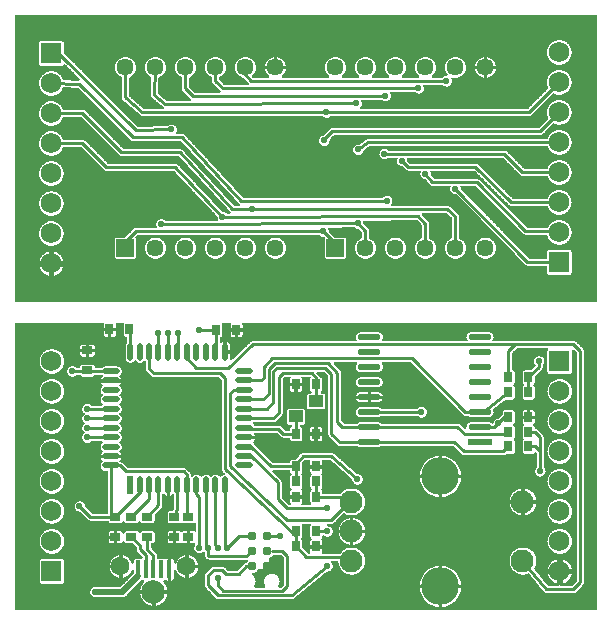
<source format=gtl>
%FSLAX33Y33*%
%MOMM*%
%AMRect-W670710-H870710-RO0.500*
21,1,0.67071,0.87071,0.,0.,270*%
%AMRect-W670710-H870710-RO1.500*
21,1,0.67071,0.87071,0.,0.,90*%
%AMRect-W670710-H870710-RO1.000*
21,1,0.67071,0.87071,0.,0.,180*%
%AMRect-W1980000-H530000-RO1.000*
21,1,1.98,0.53,0.,0.,180*%
%AMRR-H530000-W1980000-R265000-RO1.000*
21,1,1.45,0.53,0.,0.,180*
1,1,0.53,0.725,-0.*
1,1,0.53,-0.725,-0.*
1,1,0.53,-0.725,0.*
1,1,0.53,0.725,0.*%
%AMRect-W1488281-H525831-RO1.500*
21,1,1.488281,0.525831,0.,0.,90*%
%AMRR-H525831-W1488281-R262915-RO1.500*
21,1,0.962451,0.525831,0.,0.,90*
21,1,1.488281,0.000001,0.,0.,90*
1,1,0.52583,-0.0000005,-0.4812255*
1,1,0.52583,-0.0000005,0.4812255*
1,1,0.52583,0.0000005,0.4812255*
1,1,0.52583,0.0000005,-0.4812255*%
%AMRR-H1488281-W525831-R262915-RO1.500*
21,1,0.000001,1.488281,0.,0.,90*
21,1,0.525831,0.962451,0.,0.,90*
1,1,0.52583,-0.4812255,-0.0000005*
1,1,0.52583,-0.4812255,0.0000005*
1,1,0.52583,0.4812255,0.0000005*
1,1,0.52583,0.4812255,-0.0000005*%
%AMRect-W1750000-H1750000-RO1.000*
21,1,1.75,1.75,0.,0.,180*%
%AMRect-W1450000-H1450000-RO1.500*
21,1,1.45,1.45,0.,0.,90*%
%ADD10C,0.0508*%
%ADD11C,0.25*%
%ADD12C,0.5*%
%ADD13C,0.5588*%
%ADD14R,0.67071X0.87071*%
%ADD15Rect-W670710-H870710-RO0.500*%
%ADD16Rect-W670710-H870710-RO1.500*%
%ADD17R,1.75X1.75*%
%ADD18C,1.75*%
%ADD19Rect-W670710-H870710-RO1.000*%
%ADD20R,1.2X1.*%
%ADD21C,0.787*%
%ADD22C,1.6*%
%ADD23R,0.45X1.5*%
%ADD24C,2.*%
%ADD25Rect-W1980000-H530000-RO1.000*%
%ADD26RR-H530000-W1980000-R265000-RO1.000*%
%ADD27C,1.949999*%
%ADD28C,3.2*%
%ADD29Rect-W1488281-H525831-RO1.500*%
%ADD30RR-H525831-W1488281-R262915-RO1.500*%
%ADD31RR-H1488281-W525831-R262915-RO1.500*%
%ADD32C,1.75*%
%ADD33Rect-W1750000-H1750000-RO1.000*%
%ADD34C,1.45*%
%ADD35Rect-W1450000-H1450000-RO1.500*%
D10*
%LNpour fill*%
G01*
X16707Y4585D02*
X16707Y4585D01*
X16706Y4585*
X16705Y4585*
X16705Y4585*
X16674Y4595*
X16643Y4604*
X16643Y4604*
X16643Y4605*
X16642Y4605*
X16642Y4605*
X16613Y4620*
X16585Y4636*
X16585Y4636*
X16584Y4636*
X16583Y4637*
X16583Y4637*
X16558Y4657*
X16534Y4678*
X16534Y4678*
X16533Y4678*
X16532Y4679*
X16532Y4679*
X16512Y4704*
X16492Y4729*
X16491Y4729*
X16491Y4730*
X16491Y4731*
X16491Y4731*
X16475Y4759*
X16460Y4788*
X16460Y4788*
X16460Y4788*
X16460Y4789*
X16460Y4789*
X16450Y4820*
X16441Y4851*
X16441Y4851*
X16441Y4852*
X16441Y4853*
X16441Y4853*
X16438Y4885*
X16434Y4917*
X16434Y4917*
X16434Y5217*
X16360Y5251*
X16275Y5175*
X16275Y5175*
X16170Y5120*
X16170Y5120*
X16054Y5092*
X16054Y5092*
X15936Y5092*
X15936Y5092*
X15820Y5120*
X15820Y5120*
X15715Y5175*
X15715Y5175*
X15626Y5254*
X15626Y5254*
X15559Y5352*
X15559Y5352*
X15516Y5463*
X15516Y5463*
X15502Y5581*
X15502Y5581*
X15516Y5699*
X15516Y5699*
X15559Y5810*
X15559Y5810*
X15612Y5888*
X15572Y5957*
X15497Y5951*
X15497Y5951*
X15163Y5951*
X15163Y5951*
X15163Y7049*
X15163Y7049*
X15497Y7049*
X15497Y7049*
X15530Y7046*
X15530Y7046*
X15563Y7038*
X15563Y7038*
X15657Y7000*
X15657Y7700*
X15563Y7662*
X15563Y7662*
X15530Y7654*
X15530Y7654*
X15497Y7651*
X15497Y7651*
X14626Y7651*
X14626Y7651*
X14593Y7654*
X14593Y7654*
X14560Y7662*
X14560Y7662*
X14529Y7674*
X14529Y7674*
X14479Y7705*
X14429Y7674*
X14429Y7674*
X14398Y7662*
X14398Y7662*
X14366Y7654*
X14366Y7654*
X14332Y7651*
X14332Y7651*
X13462Y7651*
X13462Y7651*
X13428Y7654*
X13428Y7654*
X13396Y7662*
X13396Y7662*
X13365Y7674*
X13365Y7674*
X13336Y7692*
X13336Y7692*
X13311Y7714*
X13311Y7714*
X13289Y7739*
X13289Y7739*
X13272Y7768*
X13272Y7768*
X13259Y7799*
X13259Y7799*
X13251Y7831*
X13251Y7831*
X13248Y7865*
X13248Y7865*
X13248Y8535*
X13248Y8535*
X13251Y8569*
X13251Y8569*
X13259Y8601*
X13259Y8601*
X13272Y8632*
X13272Y8632*
X13289Y8661*
X13289Y8661*
X13311Y8686*
X13311Y8686*
X13336Y8708*
X13336Y8708*
X13365Y8726*
X13365Y8726*
X13396Y8738*
X13396Y8738*
X13428Y8746*
X13428Y8746*
X13462Y8749*
X13462Y8749*
X13739Y8749*
X13807Y8920*
X13807Y10098*
X13723Y10128*
X13690Y10088*
X13690Y10088*
X13619Y10030*
X13619Y10030*
X13538Y9987*
X13538Y9987*
X13462Y9963*
X13461Y9964*
X13461Y10949*
X13259Y10949*
X13259Y9964*
X13258Y9963*
X13182Y9987*
X13182Y9987*
X13101Y10030*
X13101Y10030*
X13030Y10088*
X13030Y10088*
X12982Y10146*
X12898Y10116*
X12898Y9175*
X12898Y9175*
X12892Y9109*
X12892Y9109*
X12873Y9046*
X12873Y9046*
X12841Y8987*
X12841Y8987*
X12799Y8936*
X12799Y8936*
X12233Y8370*
X12233Y7865*
X12233Y7865*
X12231Y7831*
X12231Y7831*
X12223Y7799*
X12223Y7799*
X12210Y7768*
X12210Y7768*
X12193Y7739*
X12193Y7739*
X12171Y7714*
X12171Y7714*
X12145Y7692*
X12145Y7692*
X12117Y7674*
X12117Y7674*
X12086Y7662*
X12086Y7662*
X12053Y7654*
X12053Y7654*
X12020Y7651*
X12020Y7651*
X11149Y7651*
X11149Y7651*
X11116Y7654*
X11116Y7654*
X11083Y7662*
X11083Y7662*
X11052Y7674*
X11052Y7674*
X11024Y7692*
X11024Y7692*
X10998Y7714*
X10998Y7714*
X10977Y7739*
X10977Y7739*
X10922Y7829*
X10867Y7739*
X10867Y7739*
X10845Y7714*
X10845Y7714*
X10820Y7692*
X10820Y7692*
X10791Y7674*
X10791Y7674*
X10760Y7662*
X10760Y7662*
X10728Y7654*
X10728Y7654*
X10694Y7651*
X10694Y7651*
X9823Y7651*
X9823Y7651*
X9790Y7654*
X9790Y7654*
X9758Y7662*
X9757Y7662*
X9727Y7674*
X9727Y7674*
X9698Y7692*
X9698Y7692*
X9673Y7714*
X9673Y7714*
X9651Y7739*
X9651Y7739*
X9578Y7858*
X9505Y7739*
X9505Y7739*
X9483Y7714*
X9483Y7714*
X9458Y7692*
X9458Y7692*
X9429Y7674*
X9429Y7674*
X9398Y7662*
X9398Y7662*
X9366Y7654*
X9366Y7654*
X9332Y7651*
X9332Y7651*
X8462Y7651*
X8462Y7651*
X8428Y7654*
X8428Y7654*
X8396Y7662*
X8396Y7662*
X8365Y7674*
X8365Y7674*
X8336Y7692*
X8336Y7692*
X8311Y7714*
X8311Y7714*
X8289Y7739*
X8289Y7739*
X8272Y7768*
X8272Y7768*
X8259Y7799*
X8259Y7799*
X8244Y7862*
X6782Y7862*
X6782Y7862*
X6716Y7868*
X6716Y7868*
X6652Y7887*
X6652Y7887*
X6594Y7919*
X6594Y7919*
X6543Y7961*
X6543Y7961*
X5885Y8619*
X5815Y8619*
X5815Y8619*
X5699Y8647*
X5699Y8647*
X5594Y8702*
X5594Y8702*
X5505Y8781*
X5505Y8781*
X5438Y8879*
X5438Y8879*
X5396Y8990*
X5396Y8990*
X5381Y9108*
X5381Y9108*
X5396Y9226*
X5396Y9226*
X5438Y9337*
X5438Y9337*
X5505Y9435*
X5505Y9435*
X5594Y9513*
X5594Y9513*
X5699Y9569*
X5699Y9569*
X5815Y9597*
X5815Y9597*
X5934Y9597*
X5934Y9597*
X6049Y9569*
X6049Y9569*
X6154Y9513*
X6154Y9513*
X6243Y9435*
X6243Y9435*
X6311Y9337*
X6311Y9337*
X6353Y9226*
X6353Y9226*
X6369Y9092*
X6922Y8538*
X8180Y8538*
X8180Y12074*
X8038Y12074*
X8038Y12074*
X7947Y12083*
X7947Y12083*
X7859Y12109*
X7859Y12109*
X7778Y12152*
X7778Y12152*
X7708Y12210*
X7708Y12210*
X7650Y12281*
X7650Y12281*
X7607Y12362*
X7607Y12362*
X7580Y12449*
X7580Y12449*
X7571Y12540*
X7571Y12540*
X7580Y12631*
X7580Y12631*
X7607Y12718*
X7607Y12718*
X7650Y12799*
X7650Y12799*
X7708Y12870*
X7708Y12870*
X7793Y12940*
X7708Y13010*
X7708Y13010*
X7650Y13081*
X7650Y13081*
X7607Y13162*
X7607Y13162*
X7583Y13238*
X7584Y13239*
X9454Y13239*
X9454Y13238*
X9431Y13162*
X9431Y13162*
X9388Y13081*
X9388Y13081*
X9330Y13010*
X9330Y13010*
X9243Y12939*
X9319Y12879*
X9389Y12872*
X9390Y12872*
X9453Y12853*
X9453Y12853*
X9511Y12821*
X9512Y12821*
X9563Y12779*
X9563Y12779*
X9964Y12378*
X14697Y12378*
X14697Y12378*
X14763Y12372*
X14763Y12372*
X14827Y12353*
X14827Y12353*
X14885Y12321*
X14885Y12321*
X14936Y12279*
X14936Y12279*
X15199Y12016*
X15199Y12016*
X15241Y11965*
X15241Y11965*
X15273Y11907*
X15273Y11907*
X15292Y11843*
X15292Y11843*
X15298Y11777*
X15298Y11777*
X15298Y11681*
X15382Y11651*
X15430Y11710*
X15430Y11710*
X15501Y11768*
X15501Y11768*
X15582Y11811*
X15582Y11811*
X15669Y11837*
X15669Y11837*
X15760Y11846*
X15760Y11846*
X15851Y11837*
X15851Y11837*
X15938Y11811*
X15938Y11811*
X16019Y11768*
X16019Y11768*
X16090Y11710*
X16090Y11710*
X16160Y11624*
X16230Y11710*
X16230Y11710*
X16301Y11768*
X16301Y11768*
X16382Y11811*
X16382Y11811*
X16469Y11837*
X16469Y11837*
X16560Y11846*
X16560Y11846*
X16651Y11837*
X16651Y11837*
X16738Y11811*
X16738Y11811*
X16819Y11768*
X16819Y11768*
X16890Y11710*
X16890Y11710*
X16960Y11624*
X17030Y11710*
X17030Y11710*
X17101Y11768*
X17101Y11768*
X17182Y11811*
X17182Y11811*
X17269Y11837*
X17269Y11837*
X17360Y11846*
X17360Y11846*
X17451Y11837*
X17451Y11837*
X17538Y11811*
X17538Y11811*
X17619Y11768*
X17619Y11768*
X17690Y11710*
X17690Y11710*
X17760Y11624*
X17830Y11710*
X17830Y11710*
X17901Y11768*
X17901Y11768*
X17982Y11811*
X17982Y11811*
X18118Y11852*
X17928Y12030*
X17928Y12030*
X17925Y12034*
X17921Y12038*
X17921Y12038*
X17903Y12059*
X17885Y12080*
X17885Y12080*
X17882Y12085*
X17879Y12089*
X17879Y12089*
X17865Y12114*
X17852Y12138*
X17852Y12138*
X17850Y12143*
X17847Y12148*
X17847Y12148*
X17839Y12174*
X17830Y12201*
X17830Y12201*
X17830Y12206*
X17828Y12211*
X17828Y12211*
X17825Y12239*
X17822Y12266*
X17822Y12266*
X17822Y12272*
X17822Y12277*
X17822Y12277*
X17822Y19808*
X17628Y20002*
X12168Y20002*
X12168Y20002*
X12102Y20008*
X12102Y20008*
X12038Y20027*
X12038Y20027*
X11980Y20059*
X11980Y20059*
X11928Y20101*
X11928Y20101*
X11521Y20508*
X11521Y20508*
X11479Y20560*
X11479Y20560*
X11447Y20618*
X11447Y20618*
X11428Y20682*
X11428Y20682*
X11422Y20748*
X11422Y20748*
X11422Y21399*
X11338Y21429*
X11290Y21370*
X11290Y21370*
X11219Y21312*
X11219Y21312*
X11138Y21269*
X11138Y21269*
X11051Y21243*
X11051Y21243*
X10960Y21234*
X10960Y21234*
X10869Y21243*
X10869Y21243*
X10782Y21269*
X10782Y21269*
X10701Y21312*
X10701Y21312*
X10630Y21370*
X10630Y21370*
X10560Y21456*
X10490Y21370*
X10490Y21370*
X10419Y21312*
X10419Y21312*
X10338Y21269*
X10338Y21269*
X10251Y21243*
X10251Y21243*
X10160Y21234*
X10160Y21234*
X10069Y21243*
X10069Y21243*
X9982Y21269*
X9982Y21269*
X9901Y21312*
X9901Y21312*
X9830Y21370*
X9830Y21370*
X9772Y21441*
X9772Y21441*
X9729Y21522*
X9729Y21522*
X9703Y21609*
X9703Y21609*
X9694Y21700*
X9694Y21700*
X9694Y22662*
X9694Y22662*
X9703Y22753*
X9703Y22753*
X9729Y22841*
X9729Y22841*
X9772Y22922*
X9772Y22922*
X9822Y22982*
X9822Y23426*
X9752Y23426*
X9752Y23426*
X9719Y23429*
X9719Y23429*
X9686Y23437*
X9686Y23437*
X9655Y23449*
X9655Y23449*
X9627Y23467*
X9627Y23467*
X9601Y23489*
X9601Y23489*
X9580Y23514*
X9580Y23514*
X9562Y23543*
X9562Y23543*
X9549Y23574*
X9549Y23574*
X9541Y23606*
X9541Y23606*
X9539Y23640*
X9539Y23640*
X9539Y24510*
X9539Y24510*
X9545Y24596*
X8930Y24596*
X8936Y24510*
X8936Y24510*
X8936Y24176*
X8936Y24176*
X7839Y24176*
X7839Y24176*
X7839Y24510*
X7839Y24510*
X7845Y24596*
X0404Y24596*
X0404Y0404*
X49596Y0404*
X49596Y24596*
X19660Y24596*
X19679Y24519*
X19679Y24519*
X19681Y24485*
X19681Y24485*
X19681Y24151*
X19681Y24151*
X18584Y24151*
X18584Y24151*
X18584Y24485*
X18584Y24485*
X18586Y24519*
X18586Y24519*
X18605Y24596*
X17960Y24596*
X17979Y24519*
X17979Y24519*
X17981Y24485*
X17981Y24485*
X17981Y23615*
X17981Y23615*
X17979Y23581*
X17979Y23581*
X17971Y23549*
X17971Y23549*
X17958Y23518*
X17958Y23518*
X17940Y23489*
X17940Y23489*
X17919Y23464*
X17919Y23464*
X17893Y23442*
X17893Y23442*
X17865Y23424*
X17865Y23424*
X17834Y23412*
X17834Y23412*
X17771Y23397*
X17771Y23037*
X17843Y23003*
X17901Y23050*
X17901Y23050*
X17982Y23093*
X17982Y23093*
X18058Y23117*
X18059Y23116*
X18059Y22131*
X18109Y22131*
X18109Y22131*
X18109Y22080*
X18626Y22080*
X18626Y22080*
X18626Y21700*
X18626Y21700*
X18617Y21609*
X18617Y21609*
X18605Y21568*
X18688Y21517*
X20313Y23046*
X20313Y23047*
X20336Y23064*
X20357Y23081*
X20357Y23081*
X20362Y23084*
X20366Y23087*
X20366Y23087*
X20391Y23099*
X20416Y23113*
X20416Y23113*
X20421Y23114*
X20425Y23116*
X20425Y23116*
X20452Y23124*
X20479Y23132*
X20479Y23132*
X20484Y23132*
X20489Y23134*
X20489Y23134*
X20517Y23136*
X20545Y23138*
X20545Y23138*
X29280Y23138*
X29217Y23256*
X29217Y23256*
X29191Y23344*
X29191Y23344*
X29182Y23435*
X29182Y23435*
X29191Y23526*
X29191Y23526*
X29217Y23614*
X29217Y23614*
X29260Y23695*
X29260Y23695*
X29319Y23766*
X29319Y23766*
X29390Y23825*
X29390Y23825*
X29471Y23868*
X29471Y23868*
X29559Y23894*
X29559Y23894*
X29650Y23903*
X29650Y23903*
X31100Y23903*
X31100Y23903*
X31191Y23894*
X31191Y23894*
X31279Y23868*
X31279Y23868*
X31360Y23825*
X31360Y23825*
X31431Y23766*
X31431Y23766*
X31490Y23695*
X31490Y23695*
X31533Y23614*
X31533Y23614*
X31559Y23526*
X31559Y23526*
X31568Y23435*
X31568Y23435*
X31559Y23344*
X31559Y23344*
X31533Y23256*
X31533Y23256*
X31470Y23138*
X38650Y23138*
X38587Y23256*
X38587Y23256*
X38561Y23344*
X38561Y23344*
X38552Y23435*
X38552Y23435*
X38561Y23526*
X38561Y23526*
X38587Y23614*
X38587Y23614*
X38630Y23695*
X38630Y23695*
X38689Y23766*
X38689Y23766*
X38760Y23825*
X38760Y23825*
X38841Y23868*
X38841Y23868*
X38929Y23894*
X38929Y23894*
X39020Y23903*
X39020Y23903*
X40470Y23903*
X40470Y23903*
X40561Y23894*
X40561Y23894*
X40649Y23868*
X40649Y23868*
X40730Y23825*
X40730Y23825*
X40801Y23766*
X40801Y23766*
X40860Y23695*
X40860Y23695*
X40903Y23614*
X40903Y23614*
X40929Y23526*
X40929Y23526*
X40938Y23435*
X40938Y23435*
X40929Y23344*
X40929Y23344*
X40903Y23256*
X40903Y23256*
X40840Y23138*
X47700Y23138*
X47700Y23138*
X47766Y23132*
X47766Y23132*
X47830Y23113*
X47830Y23113*
X47888Y23081*
X47888Y23081*
X47939Y23039*
X47939Y23039*
X48474Y22504*
X48474Y22504*
X48496Y22478*
X48516Y22453*
X48516Y22453*
X48516Y22453*
X48516Y22453*
X48532Y22424*
X48548Y22395*
X48548Y22395*
X48548Y22395*
X48548Y22394*
X48548Y22394*
X48557Y22363*
X48557Y22363*
X48567Y22331*
X48567Y22331*
X48567Y22331*
X48567Y22331*
X48567Y22331*
X48570Y22298*
X48573Y22265*
X48573Y22265*
X48588Y2650*
X48588Y2650*
X48586Y2622*
X48584Y2594*
X48584Y2594*
X48583Y2589*
X48582Y2584*
X48582Y2584*
X48574Y2557*
X48567Y2530*
X48567Y2530*
X48564Y2526*
X48563Y2521*
X48563Y2521*
X48550Y2496*
X48537Y2471*
X48537Y2471*
X48534Y2467*
X48532Y2462*
X48532Y2462*
X48514Y2440*
X48497Y2418*
X48497Y2418*
X47947Y1833*
X47947Y1833*
X47943Y1830*
X47939Y1826*
X47939Y1826*
X47918Y1808*
X47897Y1790*
X47897Y1790*
X47892Y1787*
X47888Y1784*
X47888Y1784*
X47863Y1770*
X47839Y1756*
X47839Y1756*
X47834Y1755*
X47830Y1752*
X47830Y1752*
X47803Y1744*
X47776Y1735*
X47776Y1735*
X47771Y1735*
X47766Y1733*
X47766Y1733*
X47738Y1730*
X47710Y1727*
X47710Y1727*
X47705Y1727*
X47700Y1727*
X47700Y1727*
X45400Y1727*
X45400Y1727*
X45384Y1728*
X45369Y1728*
X45369Y1728*
X45352Y1731*
X45334Y1733*
X45334Y1733*
X45319Y1738*
X45304Y1741*
X45304Y1741*
X45287Y1747*
X45270Y1752*
X45270Y1752*
X45257Y1760*
X45242Y1766*
X45242Y1766*
X45228Y1775*
X45212Y1784*
X45212Y1784*
X45200Y1793*
X45187Y1802*
X45187Y1802*
X45174Y1814*
X45161Y1826*
X45161Y1826*
X45151Y1838*
X45140Y1849*
X45140Y1849*
X43850Y3401*
X43806Y3379*
X43806Y3379*
X43528Y3310*
X43528Y3310*
X43242Y3310*
X43242Y3310*
X42964Y3379*
X42964Y3379*
X42710Y3512*
X42710Y3512*
X42495Y3702*
X42495Y3702*
X42333Y3938*
X42333Y3938*
X42231Y4206*
X42231Y4206*
X42197Y4490*
X42197Y4490*
X42231Y4774*
X42231Y4774*
X42333Y5042*
X42333Y5042*
X42495Y5278*
X42495Y5278*
X42710Y5468*
X42710Y5468*
X42964Y5601*
X42964Y5601*
X43242Y5670*
X43242Y5670*
X43528Y5670*
X43528Y5670*
X43806Y5601*
X43806Y5601*
X44060Y5468*
X44060Y5468*
X44275Y5278*
X44275Y5278*
X44437Y5042*
X44437Y5042*
X44539Y4774*
X44539Y4774*
X44573Y4490*
X44573Y4490*
X44539Y4206*
X44539Y4206*
X44437Y3938*
X44437Y3938*
X44368Y3837*
X45559Y2403*
X46415Y2403*
X46425Y2481*
X46425Y2481*
X46575Y2481*
X46575Y2481*
X46585Y2403*
X47554Y2403*
X47911Y2784*
X47897Y22125*
X47664Y22357*
X47584Y22320*
X47588Y22265*
X47588Y22265*
X47588Y20515*
X47588Y20515*
X47586Y20482*
X47586Y20482*
X47578Y20449*
X47578Y20449*
X47565Y20418*
X47565Y20418*
X47548Y20390*
X47548Y20390*
X47526Y20364*
X47526Y20364*
X47500Y20342*
X47500Y20342*
X47472Y20325*
X47472Y20325*
X47441Y20312*
X47441Y20312*
X47408Y20304*
X47408Y20304*
X47375Y20302*
X47375Y20302*
X45625Y20302*
X45625Y20302*
X45592Y20304*
X45592Y20304*
X45559Y20312*
X45559Y20312*
X45528Y20325*
X45528Y20325*
X45500Y20342*
X45500Y20342*
X45474Y20364*
X45474Y20364*
X45452Y20390*
X45452Y20390*
X45435Y20418*
X45435Y20418*
X45422Y20449*
X45422Y20449*
X45414Y20482*
X45414Y20482*
X45412Y20515*
X45412Y20515*
X45412Y22265*
X45412Y22265*
X45414Y22298*
X45414Y22298*
X45422Y22331*
X45422Y22331*
X45435Y22362*
X45435Y22362*
X45456Y22397*
X45420Y22462*
X42886Y22462*
X42513Y22089*
X42513Y20678*
X42576Y20663*
X42576Y20663*
X42607Y20650*
X42607Y20650*
X42636Y20632*
X42636Y20632*
X42661Y20611*
X42661Y20611*
X42683Y20585*
X42683Y20585*
X42701Y20557*
X42701Y20557*
X42713Y20526*
X42713Y20526*
X42721Y20493*
X42721Y20493*
X42724Y20460*
X42724Y20460*
X42724Y19589*
X42724Y19589*
X42721Y19556*
X42721Y19556*
X42713Y19523*
X42713Y19523*
X42701Y19492*
X42701Y19492*
X42683Y19463*
X42683Y19463*
X42661Y19438*
X42661Y19438*
X42604Y19389*
X42661Y19341*
X42661Y19341*
X42683Y19315*
X42683Y19315*
X42701Y19287*
X42701Y19287*
X42713Y19256*
X42713Y19256*
X42721Y19223*
X42721Y19223*
X42724Y19190*
X42724Y19190*
X42724Y18319*
X42724Y18319*
X42721Y18286*
X42721Y18286*
X42713Y18253*
X42713Y18253*
X42701Y18222*
X42701Y18222*
X42683Y18193*
X42683Y18193*
X42661Y18168*
X42661Y18168*
X42636Y18146*
X42636Y18146*
X42607Y18129*
X42607Y18129*
X42576Y18116*
X42576Y18116*
X42544Y18108*
X42544Y18108*
X42510Y18105*
X42510Y18105*
X41901Y18105*
X40890Y17306*
X40929Y17176*
X40929Y17176*
X40938Y17085*
X40938Y17085*
X40929Y16994*
X40929Y16994*
X40903Y16906*
X40903Y16906*
X40860Y16825*
X40860Y16825*
X40801Y16754*
X40801Y16754*
X40730Y16695*
X40730Y16695*
X40649Y16652*
X40649Y16652*
X40561Y16626*
X40561Y16626*
X40470Y16617*
X40470Y16617*
X39020Y16617*
X39020Y16617*
X38929Y16626*
X38929Y16626*
X38841Y16652*
X38841Y16652*
X38760Y16695*
X38760Y16695*
X38698Y16747*
X38545Y16747*
X38545Y16747*
X38479Y16753*
X38479Y16753*
X38415Y16772*
X38415Y16772*
X38357Y16804*
X38357Y16804*
X38306Y16846*
X38306Y16846*
X33890Y21262*
X31496Y21262*
X31462Y21189*
X31490Y21155*
X31490Y21155*
X31533Y21074*
X31533Y21074*
X31559Y20986*
X31559Y20986*
X31568Y20895*
X31568Y20895*
X31559Y20804*
X31559Y20804*
X31533Y20716*
X31533Y20716*
X31490Y20635*
X31490Y20635*
X31431Y20564*
X31431Y20564*
X31360Y20505*
X31360Y20505*
X31279Y20462*
X31279Y20462*
X31191Y20436*
X31191Y20436*
X31100Y20427*
X31100Y20427*
X29650Y20427*
X29650Y20427*
X29559Y20436*
X29559Y20436*
X29471Y20462*
X29471Y20462*
X29390Y20505*
X29390Y20505*
X29319Y20564*
X29319Y20564*
X29260Y20635*
X29260Y20635*
X29217Y20716*
X29217Y20716*
X29191Y20804*
X29191Y20804*
X29182Y20895*
X29182Y20895*
X29191Y20986*
X29191Y20986*
X29217Y21074*
X29217Y21074*
X29260Y21155*
X29260Y21155*
X29288Y21189*
X29254Y21262*
X27430Y21262*
X27398Y21184*
X27940Y20639*
X27940Y20639*
X27961Y20613*
X27981Y20588*
X27981Y20588*
X27982Y20588*
X27982Y20587*
X27982Y20587*
X27997Y20558*
X28013Y20530*
X28013Y20529*
X28013Y20529*
X28013Y20529*
X28013Y20529*
X28022Y20497*
X28032Y20466*
X28032Y20466*
X28032Y20466*
X28032Y20465*
X28032Y20465*
X28035Y20433*
X28035Y20433*
X28038Y20400*
X28038Y20400*
X28038Y16351*
X28230Y16178*
X29358Y16178*
X29390Y16205*
X29390Y16205*
X29471Y16248*
X29471Y16248*
X29559Y16274*
X29559Y16274*
X29650Y16283*
X29650Y16283*
X31100Y16283*
X31100Y16283*
X31191Y16274*
X31191Y16274*
X31279Y16248*
X31279Y16248*
X31360Y16205*
X31360Y16205*
X31392Y16178*
X37860Y16178*
X37860Y16178*
X37926Y16172*
X37926Y16172*
X37990Y16153*
X37990Y16153*
X38048Y16121*
X38048Y16121*
X38099Y16079*
X38099Y16079*
X38479Y15700*
X38559Y15738*
X38552Y15815*
X38552Y15815*
X38561Y15906*
X38561Y15906*
X38587Y15994*
X38587Y15994*
X38630Y16075*
X38630Y16075*
X38689Y16146*
X38689Y16146*
X38760Y16205*
X38760Y16205*
X38841Y16248*
X38841Y16248*
X38929Y16274*
X38929Y16274*
X39020Y16283*
X39020Y16283*
X40470Y16283*
X40470Y16283*
X40561Y16274*
X40561Y16274*
X40649Y16248*
X40649Y16248*
X40730Y16205*
X40730Y16205*
X40796Y16151*
X40864Y16329*
X40864Y16329*
X40931Y16427*
X40931Y16427*
X41020Y16506*
X41020Y16506*
X41125Y16561*
X41125Y16561*
X41241Y16589*
X41241Y16589*
X41301Y16589*
X41600Y16889*
X41600Y16889*
X41626Y16910*
X41626Y17085*
X41626Y17085*
X41629Y17118*
X41629Y17118*
X41637Y17151*
X41637Y17151*
X41649Y17182*
X41649Y17182*
X41667Y17210*
X41667Y17210*
X41689Y17236*
X41689Y17236*
X41714Y17258*
X41714Y17258*
X41743Y17275*
X41743Y17275*
X41774Y17288*
X41774Y17288*
X41806Y17296*
X41806Y17296*
X41840Y17298*
X41840Y17298*
X42510Y17298*
X42510Y17298*
X42544Y17296*
X42544Y17296*
X42576Y17288*
X42576Y17288*
X42607Y17275*
X42607Y17275*
X42636Y17258*
X42636Y17258*
X42661Y17236*
X42661Y17236*
X42683Y17210*
X42683Y17210*
X42701Y17182*
X42701Y17182*
X42713Y17151*
X42713Y17151*
X42721Y17118*
X42721Y17118*
X42724Y17085*
X42724Y17085*
X42724Y16214*
X42724Y16214*
X42721Y16181*
X42721Y16181*
X42713Y16148*
X42713Y16148*
X42701Y16117*
X42701Y16117*
X42683Y16089*
X42683Y16089*
X42661Y16063*
X42661Y16063*
X42604Y16015*
X42661Y15966*
X42661Y15966*
X42683Y15940*
X42683Y15940*
X42701Y15912*
X42701Y15912*
X42713Y15881*
X42713Y15881*
X42721Y15848*
X42721Y15848*
X42724Y15815*
X42724Y15815*
X42724Y14944*
X42724Y14944*
X42721Y14911*
X42721Y14911*
X42713Y14878*
X42713Y14878*
X42701Y14847*
X42701Y14847*
X42683Y14819*
X42683Y14819*
X42645Y14774*
X42683Y14730*
X42683Y14730*
X42701Y14702*
X42701Y14702*
X42713Y14671*
X42713Y14671*
X42721Y14638*
X42721Y14638*
X42724Y14605*
X42724Y14605*
X42724Y13734*
X42724Y13734*
X42721Y13701*
X42721Y13701*
X42713Y13668*
X42713Y13668*
X42701Y13637*
X42701Y13637*
X42683Y13608*
X42683Y13608*
X42661Y13583*
X42661Y13583*
X42636Y13561*
X42636Y13561*
X42607Y13544*
X42607Y13544*
X42576Y13531*
X42576Y13531*
X42544Y13523*
X42544Y13523*
X42510Y13520*
X42510Y13520*
X42005Y13520*
X41979Y13495*
X41979Y13495*
X41928Y13453*
X41928Y13453*
X41869Y13421*
X41869Y13421*
X41806Y13402*
X41806Y13402*
X41740Y13395*
X41740Y13395*
X38401Y13395*
X38401Y13395*
X38335Y13402*
X38335Y13402*
X38271Y13421*
X38271Y13421*
X38213Y13453*
X38213Y13453*
X38161Y13495*
X38161Y13495*
X37467Y14189*
X31401Y14189*
X31360Y14155*
X31360Y14155*
X31279Y14112*
X31279Y14112*
X31191Y14086*
X31191Y14086*
X31100Y14077*
X31100Y14077*
X29650Y14077*
X29650Y14077*
X29559Y14086*
X29559Y14086*
X29471Y14112*
X29471Y14112*
X29390Y14155*
X29390Y14155*
X29328Y14207*
X27892Y14207*
X27892Y14207*
X27826Y14213*
X27826Y14213*
X27762Y14232*
X27762Y14232*
X27704Y14264*
X27704Y14264*
X27652Y14306*
X27652Y14306*
X26964Y14994*
X26964Y14994*
X26922Y15045*
X26922Y15045*
X26891Y15103*
X26891Y15103*
X26872Y15167*
X26872Y15167*
X26865Y15233*
X26865Y15233*
X26865Y20135*
X26531Y20464*
X25974Y20464*
X25940Y20392*
X26133Y20155*
X26133Y20155*
X26141Y20142*
X26151Y20130*
X26151Y20130*
X26174Y20087*
X26239Y20082*
X26239Y20082*
X26271Y20074*
X26271Y20074*
X26302Y20061*
X26302Y20061*
X26331Y20043*
X26331Y20043*
X26356Y20022*
X26356Y20022*
X26378Y19996*
X26378Y19996*
X26396Y19968*
X26396Y19968*
X26408Y19937*
X26408Y19937*
X26416Y19904*
X26416Y19904*
X26419Y19871*
X26419Y19871*
X26419Y19000*
X26419Y19000*
X26416Y18967*
X26416Y18967*
X26408Y18934*
X26408Y18934*
X26396Y18903*
X26396Y18903*
X26378Y18875*
X26378Y18875*
X26356Y18849*
X26356Y18849*
X26294Y18796*
X26325Y18713*
X26470Y18713*
X26470Y18713*
X26503Y18711*
X26503Y18711*
X26536Y18703*
X26536Y18703*
X26567Y18690*
X26567Y18690*
X26595Y18673*
X26595Y18673*
X26621Y18651*
X26621Y18651*
X26643Y18625*
X26643Y18625*
X26660Y18597*
X26660Y18597*
X26673Y18566*
X26673Y18566*
X26681Y18533*
X26681Y18533*
X26683Y18500*
X26683Y18500*
X26683Y17500*
X26683Y17500*
X26681Y17467*
X26681Y17467*
X26673Y17434*
X26673Y17434*
X26660Y17403*
X26660Y17403*
X26643Y17375*
X26643Y17375*
X26621Y17349*
X26621Y17349*
X26595Y17327*
X26595Y17327*
X26567Y17310*
X26567Y17310*
X26536Y17297*
X26536Y17297*
X26503Y17289*
X26503Y17289*
X26470Y17287*
X26470Y17287*
X25270Y17287*
X25270Y17287*
X25237Y17289*
X25237Y17289*
X25204Y17297*
X25204Y17297*
X25173Y17310*
X25173Y17310*
X25145Y17327*
X25145Y17327*
X25119Y17349*
X25119Y17349*
X25097Y17375*
X25097Y17375*
X25080Y17403*
X25080Y17403*
X25067Y17434*
X25067Y17434*
X25059Y17467*
X25059Y17467*
X25057Y17500*
X25057Y17500*
X25057Y18500*
X25057Y18500*
X25059Y18533*
X25059Y18533*
X25067Y18566*
X25067Y18566*
X25080Y18597*
X25080Y18597*
X25097Y18625*
X25097Y18625*
X25119Y18651*
X25119Y18651*
X25145Y18673*
X25145Y18673*
X25173Y18690*
X25173Y18690*
X25204Y18703*
X25204Y18703*
X25237Y18711*
X25237Y18711*
X25270Y18713*
X25270Y18713*
X25415Y18713*
X25446Y18796*
X25384Y18849*
X25384Y18849*
X25362Y18875*
X25362Y18875*
X25344Y18903*
X25344Y18903*
X25332Y18934*
X25332Y18934*
X25324Y18967*
X25324Y18967*
X25321Y19000*
X25321Y19000*
X25321Y19871*
X25321Y19871*
X25324Y19904*
X25324Y19904*
X25332Y19937*
X25332Y19937*
X25374Y20039*
X24666Y20039*
X24708Y19937*
X24708Y19937*
X24716Y19904*
X24716Y19904*
X24719Y19871*
X24719Y19871*
X24719Y19537*
X24719Y19537*
X23621Y19537*
X23621Y19537*
X23621Y19871*
X23621Y19871*
X23624Y19904*
X23624Y19904*
X23632Y19937*
X23632Y19937*
X23674Y20039*
X23249Y20039*
X23088Y19868*
X23088Y16990*
X23088Y16990*
X23082Y16924*
X23082Y16924*
X23063Y16860*
X23063Y16860*
X23031Y16802*
X23031Y16802*
X22989Y16751*
X22989Y16751*
X22539Y16301*
X22539Y16301*
X22488Y16259*
X22488Y16259*
X22430Y16227*
X22430Y16227*
X22366Y16208*
X22366Y16208*
X22300Y16202*
X22300Y16202*
X20584Y16202*
X20554Y16118*
X20612Y16070*
X20612Y16070*
X20664Y16007*
X22668Y16007*
X22668Y16007*
X22734Y16000*
X22734Y16000*
X22798Y15981*
X22798Y15981*
X22856Y15950*
X22856Y15950*
X22908Y15908*
X22908Y15908*
X23244Y15571*
X23621Y15571*
X23621Y15668*
X23621Y15668*
X23624Y15702*
X23624Y15702*
X23632Y15734*
X23632Y15734*
X23644Y15765*
X23644Y15765*
X23662Y15794*
X23662Y15794*
X23684Y15819*
X23684Y15819*
X23709Y15841*
X23709Y15841*
X23738Y15858*
X23738Y15858*
X23801Y15885*
X23781Y15987*
X23570Y15987*
X23570Y15987*
X23537Y15989*
X23537Y15989*
X23504Y15997*
X23504Y15997*
X23473Y16010*
X23473Y16010*
X23445Y16027*
X23445Y16027*
X23419Y16049*
X23419Y16049*
X23397Y16075*
X23397Y16075*
X23380Y16103*
X23380Y16103*
X23367Y16134*
X23367Y16134*
X23359Y16167*
X23359Y16167*
X23357Y16200*
X23357Y16200*
X23357Y17200*
X23357Y17200*
X23359Y17233*
X23359Y17233*
X23367Y17266*
X23367Y17266*
X23380Y17297*
X23380Y17297*
X23397Y17325*
X23397Y17325*
X23419Y17351*
X23419Y17351*
X23445Y17373*
X23445Y17373*
X23473Y17390*
X23473Y17390*
X23504Y17403*
X23504Y17403*
X23537Y17411*
X23537Y17411*
X23570Y17413*
X23570Y17413*
X24770Y17413*
X24770Y17413*
X24803Y17411*
X24803Y17411*
X24836Y17403*
X24836Y17403*
X24867Y17390*
X24867Y17390*
X24895Y17373*
X24895Y17373*
X24921Y17351*
X24921Y17351*
X24943Y17325*
X24943Y17325*
X24960Y17297*
X24960Y17297*
X24973Y17266*
X24973Y17266*
X24981Y17233*
X24981Y17233*
X24983Y17200*
X24983Y17200*
X24983Y16200*
X24983Y16200*
X24981Y16167*
X24981Y16167*
X24973Y16134*
X24973Y16134*
X24960Y16103*
X24960Y16103*
X24943Y16075*
X24943Y16075*
X24921Y16049*
X24921Y16049*
X24895Y16027*
X24895Y16027*
X24867Y16010*
X24867Y16010*
X24836Y15997*
X24836Y15997*
X24803Y15989*
X24803Y15989*
X24770Y15987*
X24770Y15987*
X24559Y15987*
X24539Y15885*
X24602Y15858*
X24602Y15858*
X24631Y15841*
X24631Y15841*
X24656Y15819*
X24656Y15819*
X24678Y15794*
X24678Y15794*
X24696Y15765*
X24696Y15765*
X24708Y15734*
X24708Y15734*
X24716Y15702*
X24716Y15702*
X24719Y15668*
X24719Y15668*
X24719Y14798*
X24719Y14798*
X24716Y14764*
X24716Y14764*
X24708Y14732*
X24708Y14732*
X24696Y14701*
X24696Y14701*
X24678Y14672*
X24678Y14672*
X24656Y14647*
X24656Y14647*
X24631Y14625*
X24631Y14625*
X24602Y14607*
X24602Y14607*
X24571Y14595*
X24571Y14595*
X24539Y14587*
X24539Y14587*
X24505Y14584*
X24505Y14584*
X23835Y14584*
X23835Y14584*
X23801Y14587*
X23801Y14587*
X23769Y14595*
X23769Y14595*
X23738Y14607*
X23738Y14607*
X23709Y14625*
X23709Y14625*
X23684Y14647*
X23684Y14647*
X23662Y14672*
X23662Y14672*
X23644Y14701*
X23644Y14701*
X23632Y14732*
X23632Y14732*
X23624Y14764*
X23624Y14764*
X23621Y14798*
X23621Y14798*
X23621Y14894*
X23104Y14894*
X23104Y14894*
X23038Y14901*
X23038Y14901*
X22974Y14920*
X22974Y14920*
X22916Y14951*
X22916Y14952*
X22864Y14994*
X22864Y14994*
X22528Y15330*
X20657Y15330*
X20622Y15257*
X20670Y15199*
X20670Y15199*
X20713Y15118*
X20713Y15118*
X20737Y15042*
X20736Y15041*
X19751Y15041*
X19751Y14839*
X20736Y14839*
X20737Y14838*
X20713Y14762*
X20713Y14762*
X20670Y14681*
X20670Y14681*
X20612Y14610*
X20612Y14610*
X20527Y14540*
X20612Y14470*
X20612Y14470*
X20670Y14399*
X20670Y14399*
X20703Y14337*
X22247Y12794*
X23642Y12794*
X23642Y12891*
X23642Y12891*
X23645Y12924*
X23645Y12924*
X23652Y12957*
X23652Y12957*
X23665Y12988*
X23665Y12988*
X23683Y13016*
X23683Y13016*
X23704Y13042*
X23704Y13042*
X23730Y13063*
X23730Y13063*
X23758Y13081*
X23758Y13081*
X23789Y13094*
X23789Y13094*
X23822Y13102*
X23822Y13102*
X23855Y13104*
X23855Y13104*
X24084Y13104*
X24526Y13564*
X24526Y13564*
X24529Y13567*
X24531Y13569*
X24531Y13569*
X24554Y13588*
X24576Y13608*
X24576Y13608*
X24579Y13609*
X24582Y13611*
X24582Y13611*
X24608Y13625*
X24634Y13640*
X24634Y13640*
X24637Y13641*
X24640Y13643*
X24640Y13643*
X24669Y13651*
X24697Y13661*
X24697Y13661*
X24701Y13661*
X24704Y13662*
X24704Y13662*
X24734Y13665*
X24763Y13668*
X24763Y13668*
X24767Y13668*
X24770Y13668*
X24770Y13668*
X27204Y13668*
X27204Y13668*
X27227Y13666*
X27249Y13665*
X27249Y13665*
X27259Y13663*
X27270Y13662*
X27270Y13662*
X27292Y13655*
X27314Y13650*
X27314Y13650*
X27323Y13646*
X27333Y13643*
X27333Y13643*
X27353Y13632*
X27374Y13622*
X27374Y13622*
X27383Y13616*
X27392Y13611*
X27392Y13611*
X27409Y13597*
X27428Y13583*
X27428Y13583*
X29343Y11889*
X29444Y11889*
X29444Y11889*
X29560Y11861*
X29560Y11861*
X29665Y11806*
X29665Y11806*
X29754Y11727*
X29754Y11727*
X29821Y11629*
X29821Y11629*
X29864Y11518*
X29864Y11518*
X29878Y11400*
X29878Y11400*
X29864Y11282*
X29864Y11282*
X29821Y11171*
X29821Y11171*
X29754Y11073*
X29754Y11073*
X29665Y10994*
X29665Y10994*
X29560Y10939*
X29560Y10939*
X29444Y10911*
X29444Y10911*
X29326Y10911*
X29326Y10911*
X29210Y10939*
X29210Y10939*
X29105Y10994*
X29105Y10994*
X29016Y11073*
X29016Y11073*
X28949Y11171*
X28949Y11171*
X28906Y11282*
X28906Y11282*
X28894Y11382*
X27076Y12992*
X26432Y12992*
X26440Y12891*
X26440Y12891*
X26440Y12557*
X26439Y12557*
X25342Y12557*
X25342Y12557*
X25342Y12891*
X25342Y12891*
X25350Y12992*
X24914Y12992*
X24740Y12810*
X24740Y12020*
X24740Y12020*
X24737Y11987*
X24737Y11987*
X24729Y11954*
X24729Y11954*
X24716Y11923*
X24716Y11923*
X24699Y11895*
X24699Y11895*
X24677Y11869*
X24677Y11869*
X24620Y11820*
X24677Y11772*
X24677Y11772*
X24699Y11746*
X24699Y11746*
X24716Y11718*
X24716Y11718*
X24729Y11687*
X24729Y11687*
X24737Y11654*
X24737Y11654*
X24740Y11621*
X24740Y11621*
X24740Y10750*
X24740Y10750*
X24737Y10717*
X24737Y10717*
X24729Y10684*
X24729Y10684*
X24716Y10653*
X24716Y10653*
X24699Y10625*
X24699Y10625*
X24677Y10599*
X24677Y10599*
X24619Y10549*
X24677Y10499*
X24677Y10499*
X24699Y10474*
X24699Y10474*
X24716Y10445*
X24716Y10445*
X24729Y10414*
X24729Y10414*
X24737Y10382*
X24737Y10382*
X24740Y10348*
X24740Y10348*
X24740Y10014*
X24739Y10014*
X23642Y10014*
X23642Y10014*
X23642Y10348*
X23642Y10348*
X23645Y10382*
X23645Y10382*
X23652Y10414*
X23652Y10414*
X23665Y10445*
X23665Y10445*
X23683Y10474*
X23683Y10474*
X23704Y10499*
X23704Y10499*
X23763Y10549*
X23704Y10599*
X23704Y10599*
X23683Y10625*
X23683Y10625*
X23665Y10653*
X23665Y10653*
X23652Y10684*
X23652Y10684*
X23645Y10717*
X23645Y10717*
X23642Y10750*
X23642Y10750*
X23642Y11621*
X23642Y11621*
X23645Y11654*
X23645Y11654*
X23652Y11687*
X23652Y11687*
X23665Y11718*
X23665Y11718*
X23683Y11746*
X23683Y11746*
X23704Y11772*
X23704Y11772*
X23761Y11820*
X23704Y11869*
X23704Y11869*
X23683Y11895*
X23683Y11895*
X23665Y11923*
X23665Y11923*
X23652Y11954*
X23652Y11954*
X23645Y11987*
X23645Y11987*
X23642Y12020*
X23642Y12020*
X23642Y12117*
X22249Y12117*
X22217Y12039*
X22908Y11348*
X22908Y11348*
X22950Y11297*
X22950Y11297*
X22981Y11238*
X22981Y11238*
X23000Y11175*
X23000Y11175*
X23007Y11109*
X23007Y11109*
X23007Y9840*
X23608Y9238*
X23683Y9238*
X23717Y9312*
X23683Y9352*
X23683Y9352*
X23665Y9381*
X23665Y9381*
X23652Y9412*
X23652Y9412*
X23645Y9444*
X23645Y9444*
X23642Y9478*
X23642Y9478*
X23642Y9811*
X23642Y9812*
X24739Y9812*
X24740Y9811*
X24740Y9478*
X24740Y9478*
X24737Y9444*
X24737Y9444*
X24729Y9412*
X24729Y9412*
X24716Y9381*
X24716Y9381*
X24699Y9352*
X24699Y9352*
X24665Y9312*
X24698Y9238*
X25383Y9238*
X25417Y9312*
X25383Y9352*
X25383Y9352*
X25365Y9381*
X25365Y9381*
X25352Y9412*
X25352Y9412*
X25345Y9444*
X25345Y9444*
X25342Y9478*
X25342Y9478*
X25342Y10348*
X25342Y10348*
X25345Y10382*
X25345Y10382*
X25352Y10414*
X25352Y10414*
X25365Y10445*
X25365Y10445*
X25383Y10474*
X25383Y10474*
X25404Y10499*
X25404Y10499*
X25463Y10549*
X25404Y10599*
X25404Y10599*
X25383Y10625*
X25383Y10625*
X25365Y10653*
X25365Y10653*
X25352Y10684*
X25352Y10684*
X25345Y10717*
X25345Y10717*
X25342Y10750*
X25342Y10750*
X25342Y11621*
X25342Y11621*
X25345Y11654*
X25345Y11654*
X25352Y11687*
X25352Y11687*
X25365Y11718*
X25365Y11718*
X25383Y11746*
X25383Y11746*
X25404Y11772*
X25404Y11772*
X25461Y11820*
X25404Y11869*
X25404Y11869*
X25383Y11895*
X25383Y11895*
X25365Y11923*
X25365Y11923*
X25352Y11954*
X25352Y11954*
X25345Y11987*
X25345Y11987*
X25342Y12020*
X25342Y12020*
X25342Y12354*
X25342Y12354*
X26439Y12354*
X26440Y12354*
X26440Y12020*
X26440Y12020*
X26437Y11987*
X26437Y11987*
X26429Y11954*
X26429Y11954*
X26416Y11923*
X26416Y11923*
X26399Y11895*
X26399Y11895*
X26377Y11869*
X26377Y11869*
X26320Y11820*
X26377Y11772*
X26377Y11772*
X26399Y11746*
X26399Y11746*
X26416Y11718*
X26416Y11718*
X26429Y11687*
X26429Y11687*
X26437Y11654*
X26437Y11654*
X26440Y11621*
X26440Y11621*
X26440Y10750*
X26440Y10750*
X26437Y10717*
X26437Y10717*
X26429Y10684*
X26429Y10684*
X26416Y10653*
X26416Y10653*
X26399Y10625*
X26399Y10625*
X26377Y10599*
X26377Y10599*
X26319Y10549*
X26377Y10499*
X26377Y10499*
X26399Y10474*
X26399Y10474*
X26416Y10445*
X26416Y10445*
X26429Y10414*
X26429Y10414*
X26437Y10382*
X26437Y10382*
X26440Y10348*
X26440Y10348*
X26440Y10238*
X27877Y10201*
X27877Y10201*
X27937Y10194*
X27995Y10278*
X27995Y10278*
X28210Y10468*
X28210Y10468*
X28464Y10601*
X28464Y10601*
X28742Y10670*
X28742Y10670*
X29028Y10670*
X29028Y10670*
X29306Y10601*
X29306Y10601*
X29560Y10468*
X29560Y10468*
X29775Y10278*
X29775Y10278*
X29937Y10042*
X29937Y10042*
X30039Y9774*
X30039Y9774*
X30073Y9490*
X30073Y9490*
X30039Y9206*
X30039Y9206*
X29937Y8938*
X29937Y8938*
X29775Y8702*
X29775Y8702*
X29560Y8512*
X29560Y8512*
X29306Y8379*
X29306Y8379*
X29028Y8310*
X29028Y8310*
X28742Y8310*
X28742Y8310*
X28464Y8379*
X28464Y8379*
X28227Y8503*
X27425Y7701*
X27425Y7701*
X27374Y7659*
X27374Y7659*
X27315Y7627*
X27315Y7627*
X27252Y7608*
X27252Y7608*
X27186Y7602*
X27186Y7602*
X26857Y7602*
X26844Y7490*
X27004Y7451*
X27004Y7451*
X27109Y7396*
X27109Y7396*
X27198Y7317*
X27198Y7317*
X27265Y7219*
X27266Y7219*
X27308Y7108*
X27308Y7108*
X27322Y6990*
X27322Y6990*
X27308Y6872*
X27308Y6872*
X27266Y6761*
X27265Y6761*
X27198Y6663*
X27198Y6663*
X27109Y6584*
X27109Y6584*
X27004Y6529*
X27004Y6529*
X26889Y6501*
X26888Y6501*
X26770Y6501*
X26770Y6501*
X26654Y6529*
X26654Y6529*
X26549Y6584*
X26549Y6584*
X26515Y6615*
X26442Y6586*
X26437Y6521*
X26437Y6521*
X26429Y6489*
X26429Y6489*
X26416Y6458*
X26416Y6458*
X26399Y6429*
X26399Y6429*
X26377Y6404*
X26377Y6404*
X26307Y6344*
X26377Y6284*
X26377Y6284*
X26399Y6259*
X26399Y6259*
X26416Y6230*
X26416Y6230*
X26429Y6199*
X26429Y6199*
X26437Y6167*
X26437Y6167*
X26440Y6133*
X26440Y6133*
X26440Y5799*
X26439Y5799*
X25342Y5799*
X25342Y5799*
X25342Y6133*
X25342Y6133*
X25345Y6167*
X25345Y6167*
X25352Y6199*
X25352Y6199*
X25365Y6230*
X25365Y6230*
X25383Y6259*
X25383Y6259*
X25404Y6284*
X25404Y6284*
X25474Y6344*
X25404Y6404*
X25404Y6404*
X25383Y6429*
X25383Y6429*
X25365Y6458*
X25365Y6458*
X25352Y6489*
X25352Y6489*
X25345Y6521*
X25345Y6521*
X25342Y6555*
X25342Y6555*
X25342Y7425*
X25342Y7425*
X25345Y7459*
X25345Y7459*
X25352Y7491*
X25352Y7491*
X25398Y7602*
X24683Y7602*
X24729Y7491*
X24729Y7491*
X24737Y7459*
X24737Y7459*
X24740Y7425*
X24740Y7425*
X24740Y6555*
X24740Y6555*
X24737Y6521*
X24737Y6521*
X24729Y6489*
X24729Y6489*
X24716Y6458*
X24716Y6458*
X24699Y6429*
X24699Y6429*
X24677Y6404*
X24677Y6404*
X24607Y6344*
X24677Y6284*
X24677Y6284*
X24699Y6259*
X24699Y6259*
X24716Y6230*
X24716Y6230*
X24729Y6199*
X24729Y6199*
X24737Y6167*
X24737Y6167*
X24740Y6133*
X24740Y6133*
X24740Y5636*
X25228Y5161*
X25350Y5161*
X25342Y5262*
X25342Y5262*
X25342Y5596*
X25342Y5596*
X26439Y5596*
X26440Y5596*
X26440Y5262*
X26440Y5262*
X26432Y5161*
X27915Y5161*
X27995Y5278*
X27995Y5278*
X28210Y5468*
X28210Y5468*
X28464Y5601*
X28464Y5601*
X28742Y5670*
X28742Y5670*
X29028Y5670*
X29028Y5670*
X29306Y5601*
X29306Y5601*
X29560Y5468*
X29560Y5468*
X29775Y5278*
X29775Y5278*
X29937Y5042*
X29937Y5042*
X30039Y4774*
X30039Y4774*
X30073Y4490*
X30073Y4490*
X30039Y4206*
X30039Y4206*
X29937Y3938*
X29937Y3938*
X29775Y3702*
X29775Y3702*
X29560Y3512*
X29560Y3512*
X29306Y3379*
X29306Y3379*
X29028Y3310*
X29028Y3310*
X28742Y3310*
X28742Y3310*
X28464Y3379*
X28464Y3379*
X28210Y3512*
X28210Y3512*
X27995Y3702*
X27995Y3702*
X27833Y3938*
X27833Y3938*
X27731Y4206*
X27731Y4206*
X27697Y4484*
X27200Y4484*
X27169Y4402*
X27198Y4377*
X27198Y4377*
X27265Y4279*
X27266Y4279*
X27308Y4168*
X27308Y4168*
X27322Y4050*
X27322Y4050*
X27308Y3932*
X27308Y3932*
X27266Y3821*
X27265Y3821*
X27198Y3723*
X27198Y3723*
X27109Y3644*
X27109Y3644*
X27004Y3589*
X27004Y3589*
X26889Y3561*
X26888Y3561*
X26773Y3561*
X24073Y1291*
X24073Y1291*
X24058Y1280*
X24043Y1269*
X24043Y1269*
X24030Y1262*
X24018Y1253*
X24018Y1253*
X24001Y1246*
X23985Y1237*
X23985Y1237*
X23971Y1233*
X23957Y1227*
X23957Y1227*
X23939Y1223*
X23921Y1218*
X23921Y1218*
X23907Y1217*
X23893Y1214*
X23893Y1214*
X23874Y1213*
X23855Y1212*
X23855Y1212*
X17573Y1212*
X17573Y1212*
X17565Y1212*
X17557Y1212*
X17557Y1212*
X17532Y1216*
X17507Y1218*
X17507Y1218*
X17499Y1220*
X17492Y1221*
X17492Y1221*
X17468Y1230*
X17443Y1237*
X17443Y1237*
X17437Y1241*
X17429Y1244*
X17429Y1244*
X17407Y1257*
X17385Y1269*
X17385Y1269*
X17379Y1274*
X17372Y1278*
X17372Y1278*
X17353Y1295*
X17334Y1311*
X17334Y1311*
X17329Y1317*
X17323Y1322*
X17323Y1322*
X16523Y2199*
X16523Y2199*
X16508Y2219*
X16492Y2239*
X16491Y2239*
X16488Y2246*
X16483Y2252*
X16483Y2252*
X16472Y2275*
X16460Y2298*
X16460Y2298*
X16458Y2305*
X16455Y2312*
X16455Y2312*
X16448Y2337*
X16441Y2361*
X16441Y2361*
X16440Y2369*
X16438Y2376*
X16438Y2376*
X16437Y2402*
X16434Y2427*
X16434Y2427*
X16434Y3246*
X16434Y3246*
X16441Y3312*
X16441Y3312*
X16460Y3375*
X16460Y3375*
X16491Y3434*
X16492Y3434*
X16534Y3485*
X16534Y3485*
X16988Y3939*
X16988Y3939*
X17039Y3981*
X17039Y3981*
X17097Y4013*
X17098Y4013*
X17161Y4032*
X17161Y4032*
X17227Y4038*
X17227Y4038*
X17945Y4038*
X17945Y4038*
X18011Y4032*
X18011Y4032*
X18075Y4013*
X18075Y4013*
X18133Y3981*
X18133Y3981*
X18184Y3939*
X18184Y3939*
X18400Y3723*
X19210Y3723*
X19746Y4259*
X19746Y4259*
X19797Y4301*
X19797Y4301*
X19855Y4333*
X19855Y4333*
X19919Y4352*
X19919Y4352*
X19965Y4357*
X20011Y4422*
X20011Y4422*
X20079Y4483*
X20042Y4567*
X19983Y4562*
X19983Y4562*
X16771Y4579*
X16771Y4579*
X16739Y4582*
X16707Y4585*
X16707Y4585*
X8723Y23426D02*
X8489Y23426D01*
X8489Y23973*
X8936Y23973*
X8936Y23640*
X8933Y23606*
X8926Y23574*
X8913Y23543*
X8895Y23514*
X8874Y23489*
X8848Y23467*
X8820Y23450*
X8789Y23437*
X8756Y23429*
X8723Y23426*
X8286Y23426D02*
X8052Y23426D01*
X8019Y23429*
X7986Y23437*
X7955Y23450*
X7927Y23467*
X7901Y23489*
X7880Y23514*
X7862Y23543*
X7849Y23574*
X7842Y23606*
X7839Y23640*
X7839Y23973*
X8286Y23973*
X8286Y23426*
X19468Y23401D02*
X19234Y23401D01*
X19234Y23948*
X19681Y23948*
X19681Y23615*
X19678Y23581*
X19671Y23549*
X19658Y23518*
X19640Y23489*
X19619Y23464*
X19593Y23442*
X19565Y23425*
X19534Y23412*
X19501Y23404*
X19468Y23401*
X19031Y23401D02*
X18797Y23401D01*
X18764Y23404*
X18731Y23412*
X18700Y23425*
X18672Y23442*
X18646Y23464*
X18625Y23489*
X18607Y23518*
X18594Y23549*
X18587Y23581*
X18584Y23615*
X18584Y23948*
X19031Y23948*
X19031Y23401*
X18626Y22283D02*
X18262Y22283D01*
X18262Y23116*
X18338Y23093*
X18419Y23050*
X18490Y22992*
X18548Y22921*
X18591Y22841*
X18617Y22753*
X18626Y22662*
X18626Y22283*
X6418Y22414D02*
X5871Y22414D01*
X5871Y22648*
X5874Y22681*
X5882Y22714*
X5895Y22745*
X5912Y22773*
X5934Y22799*
X5959Y22820*
X5988Y22838*
X6019Y22851*
X6051Y22858*
X6085Y22861*
X6418Y22861*
X6418Y22414*
X7169Y22414D02*
X6622Y22414D01*
X6622Y22861*
X6955Y22861*
X6989Y22858*
X7021Y22851*
X7052Y22838*
X7081Y22820*
X7106Y22799*
X7128Y22773*
X7145Y22745*
X7158Y22714*
X7166Y22681*
X7169Y22648*
X7169Y22414*
X3631Y20310D02*
X3369Y20310D01*
X3114Y20373*
X2882Y20494*
X2685Y20668*
X2536Y20884*
X2443Y21130*
X2412Y21390*
X2443Y21650*
X2536Y21896*
X2685Y22112*
X2882Y22286*
X3114Y22407*
X3369Y22470*
X3631Y22470*
X3886Y22407*
X4118Y22286*
X4315Y22112*
X4464Y21896*
X4557Y21650*
X4588Y21390*
X4557Y21130*
X4464Y20884*
X4315Y20668*
X4118Y20494*
X3886Y20373*
X3631Y20310*
X6955Y21764D02*
X6622Y21764D01*
X6622Y22211*
X7169Y22211*
X7169Y21977*
X7166Y21944*
X7158Y21911*
X7145Y21880*
X7128Y21852*
X7106Y21826*
X7081Y21805*
X7052Y21787*
X7021Y21774*
X6989Y21767*
X6955Y21764*
X6418Y21764D02*
X6085Y21764D01*
X6051Y21767*
X6019Y21774*
X5988Y21787*
X5959Y21805*
X5934Y21826*
X5912Y21852*
X5895Y21880*
X5882Y21911*
X5874Y21944*
X5871Y21977*
X5871Y22211*
X6418Y22211*
X6418Y21764*
X44210Y18106D02*
X43540Y18106D01*
X43506Y18108*
X43474Y18116*
X43443Y18129*
X43414Y18146*
X43389Y18168*
X43367Y18194*
X43350Y18222*
X43337Y18253*
X43329Y18286*
X43326Y18319*
X43326Y19190*
X43329Y19223*
X43337Y19256*
X43350Y19286*
X43367Y19315*
X43389Y19340*
X43446Y19389*
X43389Y19438*
X43367Y19464*
X43350Y19492*
X43337Y19523*
X43329Y19556*
X43326Y19589*
X43326Y20460*
X43329Y20493*
X43337Y20526*
X43350Y20556*
X43367Y20585*
X43389Y20610*
X43414Y20632*
X43443Y20650*
X43474Y20662*
X43506Y20670*
X43540Y20673*
X44045Y20673*
X44404Y21031*
X44314Y21161*
X44272Y21272*
X44257Y21390*
X44272Y21508*
X44314Y21619*
X44381Y21717*
X44470Y21795*
X44575Y21851*
X44691Y21879*
X44809Y21879*
X44925Y21851*
X45030Y21795*
X45119Y21717*
X45186Y21619*
X45228Y21508*
X45243Y21390*
X45228Y21272*
X45186Y21161*
X45119Y21063*
X45088Y21036*
X45088Y20899*
X45082Y20833*
X45062Y20770*
X45031Y20711*
X44989Y20660*
X44424Y20095*
X44424Y19589*
X44421Y19556*
X44413Y19523*
X44400Y19492*
X44383Y19464*
X44361Y19438*
X44304Y19389*
X44361Y19340*
X44383Y19315*
X44400Y19286*
X44413Y19256*
X44421Y19223*
X44424Y19190*
X44424Y18319*
X44421Y18286*
X44413Y18253*
X44400Y18222*
X44383Y18194*
X44361Y18168*
X44336Y18146*
X44307Y18129*
X44276Y18116*
X44244Y18108*
X44210Y18106*
X7584Y19842D02*
X7607Y19918D01*
X7650Y19999*
X7708Y20070*
X7766Y20118*
X7736Y20202*
X7158Y20202*
X7128Y20152*
X7106Y20126*
X7081Y20105*
X7052Y20087*
X7021Y20074*
X6989Y20067*
X6955Y20064*
X6085Y20064*
X6051Y20067*
X6019Y20074*
X5988Y20087*
X5959Y20105*
X5934Y20126*
X5912Y20152*
X5882Y20202*
X5593Y20202*
X5517Y20135*
X5412Y20079*
X5296Y20051*
X5178Y20051*
X5062Y20079*
X4957Y20135*
X4868Y20213*
X4801Y20311*
X4759Y20422*
X4744Y20540*
X4759Y20658*
X4801Y20769*
X4868Y20867*
X4957Y20945*
X5062Y21001*
X5178Y21029*
X5296Y21029*
X5412Y21001*
X5517Y20945*
X5593Y20878*
X5871Y20878*
X5871Y20948*
X5874Y20981*
X5882Y21014*
X5895Y21045*
X5912Y21073*
X5934Y21099*
X5959Y21120*
X5988Y21138*
X6019Y21151*
X6051Y21158*
X6085Y21161*
X6955Y21161*
X6989Y21158*
X7021Y21151*
X7052Y21138*
X7081Y21120*
X7106Y21099*
X7128Y21073*
X7145Y21045*
X7158Y21014*
X7166Y20981*
X7169Y20948*
X7169Y20878*
X7718Y20878*
X7779Y20928*
X7859Y20971*
X7947Y20997*
X8038Y21006*
X9000Y21006*
X9091Y20997*
X9178Y20971*
X9259Y20928*
X9330Y20870*
X9388Y20799*
X9431Y20718*
X9457Y20631*
X9466Y20540*
X9457Y20449*
X9431Y20362*
X9388Y20281*
X9330Y20210*
X9244Y20140*
X9330Y20070*
X9388Y19999*
X9431Y19918*
X9454Y19842*
X7584Y19842*
X31100Y19157D02*
X29650Y19157D01*
X29559Y19166*
X29471Y19192*
X29390Y19236*
X29319Y19294*
X29261Y19365*
X29217Y19446*
X29191Y19534*
X29182Y19625*
X29191Y19716*
X29217Y19804*
X29261Y19885*
X29319Y19956*
X29390Y20014*
X29471Y20058*
X29559Y20084*
X29650Y20093*
X31100Y20093*
X31191Y20084*
X31279Y20058*
X31360Y20014*
X31431Y19956*
X31489Y19885*
X31533Y19804*
X31559Y19716*
X31568Y19625*
X31559Y19534*
X31533Y19446*
X31489Y19365*
X31431Y19294*
X31360Y19236*
X31279Y19192*
X31191Y19166*
X31100Y19157*
X3631Y17770D02*
X3369Y17770D01*
X3114Y17833*
X2882Y17954*
X2685Y18128*
X2536Y18344*
X2443Y18590*
X2412Y18850*
X2443Y19110*
X2536Y19356*
X2685Y19572*
X2882Y19746*
X3114Y19867*
X3369Y19930*
X3631Y19930*
X3886Y19867*
X4118Y19746*
X4315Y19572*
X4464Y19356*
X4557Y19110*
X4588Y18850*
X4557Y18590*
X4464Y18344*
X4315Y18128*
X4118Y17954*
X3886Y17833*
X3631Y17770*
X46631Y17770D02*
X46369Y17770D01*
X46114Y17833*
X45882Y17954*
X45685Y18128*
X45536Y18344*
X45443Y18590*
X45412Y18850*
X45443Y19110*
X45536Y19356*
X45685Y19572*
X45882Y19746*
X46114Y19867*
X46369Y19930*
X46631Y19930*
X46886Y19867*
X47118Y19746*
X47315Y19572*
X47464Y19356*
X47557Y19110*
X47588Y18850*
X47557Y18590*
X47464Y18344*
X47315Y18128*
X47118Y17954*
X46886Y17833*
X46631Y17770*
X7584Y13442D02*
X7607Y13518D01*
X7650Y13599*
X7708Y13670*
X7794Y13740*
X7708Y13810*
X7650Y13881*
X7607Y13962*
X7580Y14049*
X7571Y14140*
X7580Y14231*
X7607Y14318*
X7650Y14399*
X7708Y14470*
X7766Y14518*
X7736Y14602*
X6876Y14602*
X6800Y14535*
X6695Y14479*
X6579Y14451*
X6461Y14451*
X6345Y14479*
X6240Y14535*
X6151Y14613*
X6084Y14711*
X6042Y14822*
X6027Y14940*
X6042Y15058*
X6084Y15169*
X6151Y15267*
X6234Y15340*
X6151Y15413*
X6084Y15511*
X6042Y15622*
X6027Y15740*
X6042Y15858*
X6084Y15969*
X6151Y16067*
X6234Y16140*
X6151Y16213*
X6084Y16311*
X6042Y16422*
X6027Y16540*
X6042Y16658*
X6084Y16769*
X6151Y16867*
X6234Y16940*
X6151Y17013*
X6084Y17111*
X6042Y17222*
X6027Y17340*
X6042Y17458*
X6084Y17569*
X6151Y17667*
X6240Y17745*
X6345Y17801*
X6461Y17829*
X6579Y17829*
X6695Y17801*
X6800Y17745*
X6876Y17678*
X7736Y17678*
X7766Y17762*
X7708Y17810*
X7650Y17881*
X7607Y17962*
X7580Y18049*
X7571Y18140*
X7580Y18231*
X7607Y18318*
X7650Y18399*
X7708Y18470*
X7794Y18540*
X7708Y18610*
X7650Y18681*
X7607Y18762*
X7580Y18849*
X7571Y18940*
X7580Y19031*
X7607Y19118*
X7650Y19199*
X7708Y19270*
X7794Y19340*
X7708Y19410*
X7650Y19481*
X7607Y19562*
X7584Y19638*
X9454Y19638*
X9431Y19562*
X9388Y19481*
X9330Y19410*
X9244Y19340*
X9330Y19270*
X9388Y19199*
X9431Y19118*
X9457Y19031*
X9466Y18940*
X9457Y18849*
X9431Y18762*
X9388Y18681*
X9330Y18610*
X9244Y18540*
X9330Y18470*
X9388Y18399*
X9431Y18318*
X9457Y18231*
X9466Y18140*
X9457Y18049*
X9431Y17962*
X9388Y17881*
X9330Y17810*
X9244Y17740*
X9330Y17670*
X9388Y17599*
X9431Y17518*
X9457Y17431*
X9466Y17340*
X9457Y17249*
X9431Y17162*
X9388Y17081*
X9330Y17010*
X9244Y16940*
X9330Y16870*
X9388Y16799*
X9431Y16718*
X9457Y16631*
X9466Y16540*
X9457Y16449*
X9431Y16362*
X9388Y16281*
X9330Y16210*
X9244Y16140*
X9330Y16070*
X9388Y15999*
X9431Y15918*
X9457Y15831*
X9466Y15740*
X9457Y15649*
X9431Y15562*
X9388Y15481*
X9330Y15410*
X9244Y15340*
X9330Y15270*
X9388Y15199*
X9431Y15118*
X9457Y15031*
X9466Y14940*
X9457Y14849*
X9431Y14762*
X9388Y14681*
X9330Y14610*
X9244Y14540*
X9330Y14470*
X9388Y14399*
X9431Y14318*
X9457Y14231*
X9466Y14140*
X9457Y14049*
X9431Y13962*
X9388Y13881*
X9330Y13810*
X9244Y13740*
X9330Y13670*
X9388Y13599*
X9431Y13518*
X9454Y13442*
X7584Y13442*
X24505Y18787D02*
X24272Y18787D01*
X24272Y19334*
X24719Y19334*
X24719Y19000*
X24716Y18967*
X24708Y18934*
X24695Y18903*
X24678Y18875*
X24656Y18849*
X24631Y18828*
X24602Y18810*
X24571Y18797*
X24539Y18789*
X24505Y18787*
X24068Y18787D02*
X23835Y18787D01*
X23801Y18789*
X23769Y18797*
X23738Y18810*
X23709Y18828*
X23684Y18849*
X23662Y18875*
X23645Y18903*
X23632Y18934*
X23624Y18967*
X23621Y19000*
X23621Y19334*
X24068Y19334*
X24068Y18787*
X30273Y18457D02*
X29194Y18457D01*
X29217Y18534*
X29261Y18615*
X29319Y18686*
X29390Y18744*
X29471Y18788*
X29559Y18814*
X29650Y18823*
X30273Y18823*
X30273Y18457*
X31556Y18457D02*
X30477Y18457D01*
X30477Y18823*
X31100Y18823*
X31191Y18814*
X31279Y18788*
X31360Y18744*
X31431Y18686*
X31489Y18615*
X31533Y18534*
X31556Y18457*
X31100Y17887D02*
X30477Y17887D01*
X30477Y18253*
X31556Y18253*
X31533Y18176*
X31489Y18095*
X31431Y18024*
X31360Y17966*
X31279Y17922*
X31191Y17896*
X31100Y17887*
X30273Y17887D02*
X29650Y17887D01*
X29559Y17896*
X29471Y17922*
X29390Y17966*
X29319Y18024*
X29261Y18095*
X29217Y18176*
X29194Y18253*
X30273Y18253*
X30273Y17887*
X34859Y16596D02*
X34741Y16596D01*
X34625Y16624*
X34520Y16680*
X34444Y16747*
X31422Y16747*
X31360Y16696*
X31279Y16652*
X31191Y16626*
X31100Y16617*
X29650Y16617*
X29559Y16626*
X29471Y16652*
X29390Y16696*
X29319Y16754*
X29261Y16825*
X29217Y16906*
X29191Y16994*
X29182Y17085*
X29191Y17176*
X29217Y17264*
X29261Y17345*
X29319Y17416*
X29390Y17474*
X29471Y17518*
X29559Y17544*
X29650Y17553*
X31100Y17553*
X31191Y17544*
X31279Y17518*
X31360Y17474*
X31422Y17423*
X34444Y17423*
X34520Y17490*
X34625Y17546*
X34741Y17574*
X34859Y17574*
X34975Y17546*
X35080Y17490*
X35169Y17412*
X35236Y17314*
X35278Y17203*
X35293Y17085*
X35278Y16967*
X35236Y16856*
X35169Y16758*
X35080Y16680*
X34975Y16624*
X34859Y16596*
X3631Y15230D02*
X3369Y15230D01*
X3114Y15293*
X2882Y15414*
X2685Y15588*
X2536Y15804*
X2443Y16050*
X2412Y16310*
X2443Y16570*
X2536Y16816*
X2685Y17032*
X2882Y17206*
X3114Y17327*
X3369Y17390*
X3631Y17390*
X3886Y17327*
X4118Y17206*
X4315Y17032*
X4464Y16816*
X4557Y16570*
X4588Y16310*
X4557Y16050*
X4464Y15804*
X4315Y15588*
X4118Y15414*
X3886Y15293*
X3631Y15230*
X46631Y15230D02*
X46369Y15230D01*
X46114Y15293*
X45882Y15414*
X45685Y15588*
X45536Y15804*
X45443Y16050*
X45412Y16310*
X45443Y16570*
X45536Y16816*
X45685Y17032*
X45882Y17206*
X46114Y17327*
X46369Y17390*
X46631Y17390*
X46886Y17327*
X47118Y17206*
X47315Y17032*
X47464Y16816*
X47557Y16570*
X47588Y16310*
X47557Y16050*
X47464Y15804*
X47315Y15588*
X47118Y15414*
X46886Y15293*
X46631Y15230*
X43773Y16751D02*
X43326Y16751D01*
X43326Y17085*
X43329Y17118*
X43337Y17151*
X43350Y17182*
X43367Y17210*
X43389Y17236*
X43414Y17257*
X43443Y17275*
X43474Y17288*
X43506Y17296*
X43540Y17298*
X43773Y17298*
X43773Y16751*
X44424Y16751D02*
X43977Y16751D01*
X43977Y17298*
X44210Y17298*
X44244Y17296*
X44276Y17288*
X44307Y17275*
X44336Y17257*
X44361Y17236*
X44383Y17210*
X44400Y17182*
X44413Y17151*
X44421Y17118*
X44424Y17085*
X44424Y16751*
X44424Y16548D02*
X44424Y16214D01*
X44421Y16181*
X44413Y16148*
X44400Y16117*
X44383Y16089*
X44361Y16064*
X44304Y16015*
X44361Y15966*
X44383Y15940*
X44400Y15912*
X44413Y15881*
X44421Y15848*
X44424Y15815*
X44424Y15716*
X44475Y15711*
X44538Y15692*
X44597Y15661*
X44648Y15619*
X45083Y15183*
X45125Y15132*
X45157Y15074*
X45176Y15010*
X45182Y14944*
X45182Y12432*
X45213Y12405*
X45280Y12307*
X45323Y12196*
X45337Y12078*
X45323Y11960*
X45280Y11849*
X45213Y11752*
X45124Y11673*
X45019Y11618*
X44904Y11589*
X44785Y11589*
X44670Y11618*
X44564Y11673*
X44476Y11752*
X44408Y11849*
X44366Y11960*
X44352Y12078*
X44366Y12196*
X44408Y12307*
X44476Y12405*
X44506Y12432*
X44506Y13594*
X44424Y13676*
X44383Y13609*
X44361Y13583*
X44336Y13561*
X44307Y13544*
X44276Y13531*
X44244Y13523*
X44210Y13521*
X43540Y13521*
X43506Y13523*
X43474Y13531*
X43443Y13544*
X43414Y13561*
X43389Y13583*
X43367Y13609*
X43350Y13637*
X43337Y13668*
X43329Y13701*
X43326Y13734*
X43326Y14605*
X43329Y14638*
X43337Y14671*
X43350Y14701*
X43367Y14730*
X43405Y14774*
X43367Y14819*
X43350Y14847*
X43337Y14878*
X43329Y14911*
X43326Y14944*
X43326Y15815*
X43329Y15848*
X43337Y15881*
X43350Y15912*
X43367Y15940*
X43389Y15966*
X43446Y16015*
X43389Y16064*
X43367Y16089*
X43350Y16117*
X43337Y16148*
X43329Y16181*
X43326Y16214*
X43326Y16548*
X44424Y16548*
X25768Y15335D02*
X25321Y15335D01*
X25321Y15668*
X25324Y15702*
X25332Y15734*
X25345Y15765*
X25362Y15794*
X25384Y15819*
X25409Y15841*
X25438Y15858*
X25469Y15871*
X25501Y15879*
X25535Y15881*
X25768Y15881*
X25768Y15335*
X26419Y15335D02*
X25972Y15335D01*
X25972Y15881*
X26205Y15881*
X26239Y15879*
X26271Y15871*
X26302Y15858*
X26331Y15841*
X26356Y15819*
X26378Y15794*
X26395Y15765*
X26408Y15734*
X26416Y15702*
X26419Y15668*
X26419Y15335*
X26205Y14584D02*
X25972Y14584D01*
X25972Y15131*
X26419Y15131*
X26419Y14798*
X26416Y14764*
X26408Y14732*
X26395Y14701*
X26378Y14672*
X26356Y14647*
X26331Y14625*
X26302Y14608*
X26271Y14595*
X26239Y14587*
X26205Y14584*
X25768Y14584D02*
X25535Y14584D01*
X25501Y14587*
X25469Y14595*
X25438Y14608*
X25409Y14625*
X25384Y14647*
X25362Y14672*
X25345Y14701*
X25332Y14732*
X25324Y14764*
X25321Y14798*
X25321Y15131*
X25768Y15131*
X25768Y14584*
X3631Y12690D02*
X3369Y12690D01*
X3114Y12753*
X2882Y12874*
X2685Y13048*
X2536Y13264*
X2443Y13510*
X2412Y13770*
X2443Y14030*
X2536Y14276*
X2685Y14492*
X2882Y14666*
X3114Y14787*
X3369Y14850*
X3631Y14850*
X3886Y14787*
X4118Y14666*
X4315Y14492*
X4464Y14276*
X4557Y14030*
X4588Y13770*
X4557Y13510*
X4464Y13264*
X4315Y13048*
X4118Y12874*
X3886Y12753*
X3631Y12690*
X46631Y12690D02*
X46369Y12690D01*
X46114Y12753*
X45882Y12874*
X45685Y13048*
X45536Y13264*
X45443Y13510*
X45412Y13770*
X45443Y14030*
X45536Y14276*
X45685Y14492*
X45882Y14666*
X46114Y14787*
X46369Y14850*
X46631Y14850*
X46886Y14787*
X47118Y14666*
X47315Y14492*
X47464Y14276*
X47557Y14030*
X47588Y13770*
X47557Y13510*
X47464Y13264*
X47315Y13048*
X47118Y12874*
X46886Y12753*
X46631Y12690*
X38187Y11742D02*
X36487Y11742D01*
X36487Y13442*
X36788Y13408*
X37172Y13274*
X37516Y13058*
X37803Y12771*
X38019Y12427*
X38153Y12043*
X38187Y11742*
X36283Y11742D02*
X34583Y11742D01*
X34617Y12043*
X34751Y12427*
X34967Y12771*
X35254Y13058*
X35598Y13274*
X35982Y13408*
X36283Y13442*
X36283Y11742*
X3631Y10150D02*
X3369Y10150D01*
X3114Y10213*
X2882Y10334*
X2685Y10508*
X2536Y10724*
X2443Y10970*
X2412Y11230*
X2443Y11490*
X2536Y11736*
X2685Y11952*
X2882Y12126*
X3114Y12247*
X3369Y12310*
X3631Y12310*
X3886Y12247*
X4118Y12126*
X4315Y11952*
X4464Y11736*
X4557Y11490*
X4588Y11230*
X4557Y10970*
X4464Y10724*
X4315Y10508*
X4118Y10334*
X3886Y10213*
X3631Y10150*
X46631Y10150D02*
X46369Y10150D01*
X46114Y10213*
X45882Y10334*
X45685Y10508*
X45536Y10724*
X45443Y10970*
X45412Y11230*
X45443Y11490*
X45536Y11736*
X45685Y11952*
X45882Y12126*
X46114Y12247*
X46369Y12310*
X46631Y12310*
X46886Y12247*
X47118Y12126*
X47315Y11952*
X47464Y11736*
X47557Y11490*
X47588Y11230*
X47557Y10970*
X47464Y10724*
X47315Y10508*
X47118Y10334*
X46886Y10213*
X46631Y10150*
X36487Y9838D02*
X36487Y11538D01*
X38187Y11538*
X38153Y11237*
X38019Y10853*
X37803Y10509*
X37516Y10222*
X37172Y10006*
X36788Y9872*
X36487Y9838*
X36283Y9838D02*
X35982Y9872D01*
X35598Y10006*
X35254Y10222*
X34967Y10509*
X34751Y10853*
X34617Y11237*
X34583Y11538*
X36283Y11538*
X36283Y9838*
X43283Y9592D02*
X42209Y9592D01*
X42231Y9774*
X42333Y10042*
X42496Y10278*
X42710Y10468*
X42964Y10601*
X43242Y10670*
X43283Y10670*
X43283Y9592*
X44561Y9592D02*
X43487Y9592D01*
X43487Y10670*
X43528Y10670*
X43806Y10601*
X44060Y10468*
X44274Y10278*
X44437Y10042*
X44539Y9774*
X44561Y9592*
X3631Y7610D02*
X3369Y7610D01*
X3114Y7673*
X2882Y7794*
X2685Y7968*
X2536Y8184*
X2443Y8430*
X2412Y8690*
X2443Y8950*
X2536Y9196*
X2685Y9412*
X2882Y9586*
X3114Y9707*
X3369Y9770*
X3631Y9770*
X3886Y9707*
X4118Y9586*
X4315Y9412*
X4464Y9196*
X4557Y8950*
X4588Y8690*
X4557Y8430*
X4464Y8184*
X4315Y7968*
X4118Y7794*
X3886Y7673*
X3631Y7610*
X46631Y7610D02*
X46369Y7610D01*
X46114Y7673*
X45882Y7794*
X45685Y7968*
X45536Y8184*
X45443Y8430*
X45412Y8690*
X45443Y8950*
X45536Y9196*
X45685Y9412*
X45882Y9586*
X46114Y9707*
X46369Y9770*
X46631Y9770*
X46886Y9707*
X47118Y9586*
X47315Y9412*
X47464Y9196*
X47557Y8950*
X47588Y8690*
X47557Y8430*
X47464Y8184*
X47315Y7968*
X47118Y7794*
X46886Y7673*
X46631Y7610*
X43528Y8310D02*
X43487Y8310D01*
X43487Y9388*
X44561Y9388*
X44539Y9206*
X44437Y8938*
X44274Y8702*
X44060Y8512*
X43806Y8379*
X43528Y8310*
X43283Y8310D02*
X43242Y8310D01*
X42964Y8379*
X42710Y8512*
X42496Y8702*
X42333Y8938*
X42231Y9206*
X42209Y9388*
X43283Y9388*
X43283Y8310*
X28783Y7092D02*
X27709Y7092D01*
X27731Y7274*
X27833Y7542*
X27996Y7778*
X28210Y7968*
X28464Y8101*
X28742Y8170*
X28783Y8170*
X28783Y7092*
X30061Y7092D02*
X28987Y7092D01*
X28987Y8170*
X29028Y8170*
X29306Y8101*
X29560Y7968*
X29774Y7778*
X29937Y7542*
X30039Y7274*
X30061Y7092*
X3631Y5070D02*
X3369Y5070D01*
X3114Y5133*
X2882Y5254*
X2685Y5428*
X2536Y5644*
X2443Y5890*
X2412Y6150*
X2443Y6410*
X2536Y6656*
X2685Y6872*
X2882Y7046*
X3114Y7167*
X3369Y7230*
X3631Y7230*
X3886Y7167*
X4118Y7046*
X4315Y6872*
X4464Y6656*
X4557Y6410*
X4588Y6150*
X4557Y5890*
X4464Y5644*
X4315Y5428*
X4118Y5254*
X3886Y5133*
X3631Y5070*
X46631Y5070D02*
X46369Y5070D01*
X46114Y5133*
X45882Y5254*
X45685Y5428*
X45536Y5644*
X45443Y5890*
X45412Y6150*
X45443Y6410*
X45536Y6656*
X45685Y6872*
X45882Y7046*
X46114Y7167*
X46369Y7230*
X46631Y7230*
X46886Y7167*
X47118Y7046*
X47315Y6872*
X47464Y6656*
X47557Y6410*
X47588Y6150*
X47557Y5890*
X47464Y5644*
X47315Y5428*
X47118Y5254*
X46886Y5133*
X46631Y5070*
X9437Y5020D02*
X9457Y5020D01*
X9694Y4961*
X9911Y4848*
X10093Y4686*
X10232Y4485*
X10293Y4325*
X10397Y4344*
X10397Y4514*
X10399Y4547*
X10407Y4580*
X10420Y4611*
X10438Y4639*
X10459Y4665*
X10485Y4686*
X10513Y4704*
X10544Y4717*
X10577Y4724*
X10610Y4727*
X11060Y4727*
X11109Y4723*
X11146Y4804*
X10721Y5228*
X10679Y5280*
X10648Y5338*
X10628Y5401*
X10622Y5467*
X10622Y5659*
X10329Y5951*
X9823Y5951*
X9790Y5954*
X9758Y5962*
X9727Y5975*
X9698Y5992*
X9673Y6014*
X9651Y6039*
X9578Y6158*
X9505Y6039*
X9483Y6014*
X9458Y5992*
X9429Y5975*
X9398Y5962*
X9366Y5954*
X9332Y5951*
X8999Y5951*
X8999Y7049*
X9332Y7049*
X9366Y7046*
X9398Y7038*
X9429Y7025*
X9458Y7008*
X9483Y6986*
X9505Y6961*
X9578Y6842*
X9651Y6961*
X9673Y6986*
X9698Y7008*
X9727Y7025*
X9758Y7038*
X9790Y7046*
X9823Y7049*
X10694Y7049*
X10728Y7046*
X10760Y7038*
X10791Y7025*
X10819Y7008*
X10845Y6986*
X10867Y6961*
X10922Y6871*
X10977Y6961*
X10999Y6986*
X11024Y7008*
X11052Y7025*
X11083Y7038*
X11116Y7046*
X11149Y7049*
X12020Y7049*
X12053Y7046*
X12086Y7038*
X12117Y7025*
X12145Y7008*
X12171Y6986*
X12192Y6961*
X12210Y6932*
X12223Y6901*
X12231Y6869*
X12233Y6835*
X12233Y6165*
X12231Y6131*
X12223Y6099*
X12210Y6068*
X12192Y6039*
X12171Y6014*
X12145Y5992*
X12117Y5975*
X12086Y5962*
X12053Y5954*
X12020Y5951*
X11923Y5951*
X11923Y5608*
X12374Y5156*
X12416Y5105*
X12447Y5047*
X12467Y4983*
X12473Y4917*
X12473Y4720*
X12560Y4727*
X13010Y4727*
X13043Y4724*
X13076Y4717*
X13110Y4702*
X13144Y4717*
X13177Y4724*
X13210Y4727*
X13333Y4727*
X13333Y2801*
X13210Y2801*
X13177Y2803*
X13144Y2811*
X13110Y2825*
X13076Y2811*
X13043Y2803*
X13008Y2800*
X12980Y2724*
X13084Y2620*
X13228Y2390*
X13318Y2134*
X13337Y1965*
X10933Y1965*
X10952Y2134*
X11042Y2390*
X11186Y2620*
X11290Y2724*
X11262Y2800*
X11227Y2803*
X11194Y2811*
X11160Y2825*
X11126Y2811*
X11093Y2803*
X9941Y1651*
X9935Y1635*
X9868Y1537*
X9779Y1458*
X9673Y1403*
X9558Y1375*
X9439Y1375*
X9335Y1401*
X8914Y1401*
X8809Y1375*
X8691Y1375*
X8586Y1401*
X8114Y1401*
X8009Y1375*
X7891Y1375*
X7786Y1401*
X7364Y1401*
X7259Y1375*
X7141Y1375*
X7025Y1403*
X6920Y1458*
X6831Y1537*
X6764Y1635*
X6722Y1746*
X6707Y1864*
X6722Y1982*
X6764Y2093*
X6831Y2190*
X6920Y2269*
X7025Y2324*
X7141Y2353*
X7259Y2353*
X7364Y2327*
X7786Y2327*
X7891Y2353*
X8009Y2353*
X8114Y2327*
X8586Y2327*
X8691Y2353*
X8809Y2353*
X8914Y2327*
X9307Y2327*
X10397Y3417*
X10397Y3684*
X10293Y3703*
X10232Y3543*
X10093Y3342*
X9911Y3180*
X9694Y3066*
X9457Y3008*
X9437Y3008*
X9437Y5020*
X8795Y6602D02*
X8249Y6602D01*
X8249Y6835*
X8251Y6869*
X8259Y6901*
X8272Y6932*
X8289Y6961*
X8311Y6986*
X8336Y7008*
X8365Y7025*
X8396Y7038*
X8428Y7046*
X8462Y7049*
X8795Y7049*
X8795Y6602*
X13999Y7049D02*
X14332Y7049D01*
X14366Y7046*
X14398Y7038*
X14429Y7025*
X14479Y6995*
X14530Y7025*
X14560Y7038*
X14593Y7046*
X14626Y7049*
X14960Y7049*
X14960Y5951*
X14626Y5951*
X14593Y5954*
X14560Y5962*
X14530Y5975*
X14479Y6005*
X14429Y5975*
X14398Y5962*
X14366Y5954*
X14332Y5951*
X13999Y5951*
X13999Y7049*
X13795Y6602D02*
X13249Y6602D01*
X13249Y6835*
X13251Y6869*
X13259Y6901*
X13272Y6932*
X13289Y6961*
X13311Y6986*
X13336Y7008*
X13365Y7025*
X13396Y7038*
X13428Y7046*
X13462Y7049*
X13795Y7049*
X13795Y6602*
X29028Y5810D02*
X28987Y5810D01*
X28987Y6888*
X30061Y6888*
X30039Y6706*
X29937Y6438*
X29774Y6202*
X29560Y6012*
X29306Y5879*
X29028Y5810*
X28783Y5810D02*
X28742Y5810D01*
X28464Y5879*
X28210Y6012*
X27996Y6202*
X27833Y6438*
X27731Y6706*
X27709Y6888*
X28783Y6888*
X28783Y5810*
X13795Y5951D02*
X13462Y5951D01*
X13428Y5954*
X13396Y5962*
X13365Y5975*
X13336Y5992*
X13311Y6014*
X13289Y6039*
X13272Y6068*
X13259Y6099*
X13251Y6131*
X13249Y6165*
X13249Y6398*
X13795Y6398*
X13795Y5951*
X8795Y5951D02*
X8462Y5951D01*
X8428Y5954*
X8396Y5962*
X8365Y5975*
X8336Y5992*
X8311Y6014*
X8289Y6039*
X8272Y6068*
X8259Y6099*
X8251Y6131*
X8249Y6165*
X8249Y6398*
X8795Y6398*
X8795Y5951*
X13537Y4727D02*
X13660Y4727D01*
X13693Y4724*
X13726Y4717*
X13757Y4704*
X13785Y4686*
X13811Y4665*
X13832Y4639*
X13850Y4611*
X13863Y4580*
X13871Y4547*
X13873Y4514*
X13873Y4344*
X13977Y4325*
X14038Y4485*
X14177Y4686*
X14359Y4848*
X14576Y4961*
X14813Y5020*
X14833Y5020*
X14833Y3008*
X14813Y3008*
X14576Y3066*
X14359Y3180*
X14177Y3342*
X14038Y3543*
X13977Y3703*
X13873Y3684*
X13873Y3014*
X13871Y2980*
X13863Y2948*
X13850Y2917*
X13832Y2888*
X13811Y2863*
X13785Y2841*
X13757Y2824*
X13726Y2811*
X13693Y2803*
X13660Y2801*
X13537Y2801*
X13537Y4727*
X9233Y4115D02*
X8334Y4115D01*
X8351Y4256*
X8438Y4485*
X8577Y4686*
X8759Y4848*
X8976Y4961*
X9213Y5020*
X9233Y5020*
X9233Y4115*
X15936Y4115D02*
X15037Y4115D01*
X15037Y5020*
X15057Y5020*
X15294Y4961*
X15511Y4848*
X15693Y4686*
X15832Y4485*
X15919Y4256*
X15936Y4115*
X4375Y2522D02*
X2625Y2522D01*
X2592Y2524*
X2559Y2532*
X2528Y2545*
X2500Y2563*
X2474Y2584*
X2453Y2610*
X2435Y2638*
X2422Y2669*
X2414Y2702*
X2412Y2735*
X2412Y4485*
X2414Y4518*
X2422Y4551*
X2435Y4582*
X2453Y4610*
X2474Y4636*
X2500Y4657*
X2528Y4675*
X2559Y4688*
X2592Y4696*
X2625Y4698*
X4375Y4698*
X4408Y4696*
X4441Y4688*
X4472Y4675*
X4500Y4657*
X4526Y4636*
X4547Y4610*
X4565Y4582*
X4578Y4551*
X4586Y4518*
X4588Y4485*
X4588Y2735*
X4586Y2702*
X4578Y2669*
X4565Y2638*
X4547Y2610*
X4526Y2584*
X4500Y2563*
X4472Y2545*
X4441Y2532*
X4408Y2524*
X4375Y2522*
X47564Y3810D02*
X46700Y3810D01*
X46700Y4673*
X46886Y4627*
X47118Y4506*
X47315Y4332*
X47464Y4116*
X47557Y3870*
X47564Y3810*
X46300Y3810D02*
X45436Y3810D01*
X45443Y3870*
X45536Y4116*
X45685Y4332*
X45882Y4506*
X46114Y4627*
X46300Y4673*
X46300Y3810*
X38187Y2442D02*
X36487Y2442D01*
X36487Y4142*
X36788Y4108*
X37172Y3974*
X37516Y3758*
X37803Y3471*
X38019Y3127*
X38153Y2743*
X38187Y2442*
X36283Y2442D02*
X34583Y2442D01*
X34617Y2743*
X34751Y3127*
X34967Y3471*
X35254Y3758*
X35598Y3974*
X35982Y4108*
X36283Y4142*
X36283Y2442*
X15057Y3008D02*
X15037Y3008D01*
X15037Y3912*
X15936Y3912*
X15919Y3771*
X15832Y3543*
X15693Y3342*
X15511Y3180*
X15294Y3066*
X15057Y3008*
X9233Y3008D02*
X9213Y3008D01*
X8976Y3066*
X8759Y3180*
X8577Y3342*
X8438Y3543*
X8351Y3771*
X8334Y3912*
X9233Y3912*
X9233Y3008*
X46700Y2547D02*
X46700Y3410D01*
X47564Y3410*
X47557Y3350*
X47464Y3104*
X47315Y2888*
X47118Y2714*
X46886Y2593*
X46700Y2547*
X46300Y2547D02*
X46114Y2593D01*
X45882Y2714*
X45685Y2888*
X45536Y3104*
X45443Y3350*
X45436Y3410*
X46300Y3410*
X46300Y2547*
X36487Y0538D02*
X36487Y2238D01*
X38187Y2238*
X38153Y1937*
X38019Y1553*
X37803Y1209*
X37516Y0922*
X37172Y0706*
X36788Y0572*
X36487Y0538*
X36283Y0538D02*
X35982Y0572D01*
X35598Y0706*
X35254Y0922*
X34967Y1209*
X34751Y1553*
X34617Y1937*
X34583Y2238*
X36283Y2238*
X36283Y0538*
X12237Y0662D02*
X12237Y1762D01*
X13337Y1762*
X13318Y1594*
X13228Y1337*
X13084Y1107*
X12891Y0915*
X12661Y0771*
X12405Y0681*
X12237Y0662*
X12033Y0662D02*
X11865Y0681D01*
X11609Y0771*
X11379Y0915*
X11186Y1107*
X11042Y1337*
X10952Y1594*
X10933Y1762*
X12033Y1762*
X12033Y0662*
X0404Y0453D02*
X49596Y0453D01*
X0404Y0503D02*
X49596Y0503D01*
X0404Y0552D02*
X36157Y0552D01*
X36284Y0552D02*
X36486Y0552D01*
X36613Y0552D02*
X49596Y0552D01*
X0404Y0602D02*
X35896Y0602D01*
X36284Y0602D02*
X36486Y0602D01*
X36874Y0602D02*
X49596Y0602D01*
X0404Y0651D02*
X35755Y0651D01*
X36284Y0651D02*
X36486Y0651D01*
X37015Y0651D02*
X49596Y0651D01*
X0404Y0701D02*
X11808Y0701D01*
X12034Y0701D02*
X12236Y0701D01*
X12462Y0701D02*
X35613Y0701D01*
X36284Y0701D02*
X36486Y0701D01*
X37157Y0701D02*
X49596Y0701D01*
X0404Y0750D02*
X11666Y0750D01*
X12034Y0750D02*
X12236Y0750D01*
X12604Y0750D02*
X35528Y0750D01*
X36284Y0750D02*
X36486Y0750D01*
X37242Y0750D02*
X49596Y0750D01*
X0404Y0800D02*
X11562Y0800D01*
X12034Y0800D02*
X12236Y0800D01*
X12708Y0800D02*
X35449Y0800D01*
X36284Y0800D02*
X36486Y0800D01*
X37321Y0800D02*
X49596Y0800D01*
X0404Y0849D02*
X11483Y0849D01*
X12034Y0849D02*
X12236Y0849D01*
X12787Y0849D02*
X35370Y0849D01*
X36284Y0849D02*
X36486Y0849D01*
X37400Y0849D02*
X49596Y0849D01*
X0404Y0899D02*
X11404Y0899D01*
X12034Y0899D02*
X12236Y0899D01*
X12866Y0899D02*
X35291Y0899D01*
X36284Y0899D02*
X36486Y0899D01*
X37479Y0899D02*
X49596Y0899D01*
X0404Y0949D02*
X11345Y0949D01*
X12034Y0949D02*
X12236Y0949D01*
X12925Y0949D02*
X35228Y0949D01*
X36284Y0949D02*
X36486Y0949D01*
X37542Y0949D02*
X49596Y0949D01*
X0404Y0998D02*
X11295Y0998D01*
X12034Y0998D02*
X12236Y0998D01*
X12975Y0998D02*
X35178Y0998D01*
X36284Y0998D02*
X36486Y0998D01*
X37592Y0998D02*
X49596Y0998D01*
X0404Y1048D02*
X11246Y1048D01*
X12034Y1048D02*
X12236Y1048D01*
X13024Y1048D02*
X35129Y1048D01*
X36284Y1048D02*
X36486Y1048D01*
X37641Y1048D02*
X49596Y1048D01*
X0404Y1097D02*
X11196Y1097D01*
X12034Y1097D02*
X12236Y1097D01*
X13074Y1097D02*
X35079Y1097D01*
X36284Y1097D02*
X36486Y1097D01*
X37691Y1097D02*
X49596Y1097D01*
X0404Y1147D02*
X11162Y1147D01*
X12034Y1147D02*
X12236Y1147D01*
X13108Y1147D02*
X35030Y1147D01*
X36284Y1147D02*
X36486Y1147D01*
X37740Y1147D02*
X49596Y1147D01*
X0404Y1196D02*
X11130Y1196D01*
X12034Y1196D02*
X12236Y1196D01*
X13140Y1196D02*
X34980Y1196D01*
X36284Y1196D02*
X36486Y1196D01*
X37790Y1196D02*
X49596Y1196D01*
X0404Y1246D02*
X11099Y1246D01*
X12034Y1246D02*
X12236Y1246D01*
X13171Y1246D02*
X17426Y1246D01*
X24000Y1246D02*
X34944Y1246D01*
X36284Y1246D02*
X36486Y1246D01*
X37826Y1246D02*
X49596Y1246D01*
X0404Y1295D02*
X11068Y1295D01*
X12034Y1295D02*
X12236Y1295D01*
X13202Y1295D02*
X17353Y1295D01*
X24078Y1295D02*
X34913Y1295D01*
X36284Y1295D02*
X36486Y1295D01*
X37857Y1295D02*
X49596Y1295D01*
X0404Y1345D02*
X11039Y1345D01*
X12034Y1345D02*
X12236Y1345D01*
X13231Y1345D02*
X17302Y1345D01*
X24137Y1345D02*
X34882Y1345D01*
X36284Y1345D02*
X36486Y1345D01*
X37888Y1345D02*
X49596Y1345D01*
X0404Y1394D02*
X7060Y1394D01*
X7340Y1394D02*
X7810Y1394D01*
X8090Y1394D02*
X8610Y1394D01*
X8890Y1394D02*
X9359Y1394D01*
X9638Y1394D02*
X11022Y1394D01*
X12034Y1394D02*
X12236Y1394D01*
X13248Y1394D02*
X17257Y1394D01*
X24196Y1394D02*
X34851Y1394D01*
X36284Y1394D02*
X36486Y1394D01*
X37919Y1394D02*
X49596Y1394D01*
X0404Y1444D02*
X6947Y1444D01*
X9751Y1444D02*
X11004Y1444D01*
X12034Y1444D02*
X12236Y1444D01*
X13266Y1444D02*
X17212Y1444D01*
X24255Y1444D02*
X34820Y1444D01*
X36284Y1444D02*
X36486Y1444D01*
X37950Y1444D02*
X49596Y1444D01*
X0404Y1493D02*
X6880Y1493D01*
X9818Y1493D02*
X10987Y1493D01*
X12034Y1493D02*
X12236Y1493D01*
X13283Y1493D02*
X17167Y1493D01*
X24314Y1493D02*
X34789Y1493D01*
X36284Y1493D02*
X36486Y1493D01*
X37981Y1493D02*
X49596Y1493D01*
X0404Y1543D02*
X6827Y1543D01*
X9872Y1543D02*
X10970Y1543D01*
X12034Y1543D02*
X12236Y1543D01*
X13300Y1543D02*
X17122Y1543D01*
X24372Y1543D02*
X34758Y1543D01*
X36284Y1543D02*
X36486Y1543D01*
X38012Y1543D02*
X49596Y1543D01*
X0404Y1592D02*
X6793Y1592D01*
X9906Y1592D02*
X10952Y1592D01*
X12034Y1592D02*
X12236Y1592D01*
X13318Y1592D02*
X17076Y1592D01*
X24431Y1592D02*
X34737Y1592D01*
X36284Y1592D02*
X36486Y1592D01*
X38033Y1592D02*
X49596Y1592D01*
X0404Y1642D02*
X6761Y1642D01*
X9938Y1642D02*
X10947Y1642D01*
X12034Y1642D02*
X12236Y1642D01*
X13323Y1642D02*
X17031Y1642D01*
X24490Y1642D02*
X34720Y1642D01*
X36284Y1642D02*
X36486Y1642D01*
X38050Y1642D02*
X49596Y1642D01*
X0404Y1691D02*
X6742Y1691D01*
X9982Y1691D02*
X10941Y1691D01*
X12034Y1691D02*
X12236Y1691D01*
X13329Y1691D02*
X16986Y1691D01*
X24549Y1691D02*
X34703Y1691D01*
X36284Y1691D02*
X36486Y1691D01*
X38067Y1691D02*
X49596Y1691D01*
X0404Y1741D02*
X6723Y1741D01*
X10031Y1741D02*
X10935Y1741D01*
X12034Y1741D02*
X12236Y1741D01*
X13335Y1741D02*
X16941Y1741D01*
X24608Y1741D02*
X34685Y1741D01*
X36284Y1741D02*
X36486Y1741D01*
X38085Y1741D02*
X45303Y1741D01*
X47793Y1741D02*
X49596Y1741D01*
X0404Y1791D02*
X6716Y1791D01*
X10081Y1791D02*
X16896Y1791D01*
X24667Y1791D02*
X34668Y1791D01*
X36284Y1791D02*
X36486Y1791D01*
X38102Y1791D02*
X45204Y1791D01*
X47897Y1791D02*
X49596Y1791D01*
X0404Y1840D02*
X6710Y1840D01*
X10130Y1840D02*
X16851Y1840D01*
X24726Y1840D02*
X34651Y1840D01*
X36284Y1840D02*
X36486Y1840D01*
X38119Y1840D02*
X45149Y1840D01*
X47953Y1840D02*
X49596Y1840D01*
X0404Y1890D02*
X6710Y1890D01*
X10180Y1890D02*
X16805Y1890D01*
X24785Y1890D02*
X34633Y1890D01*
X36284Y1890D02*
X36486Y1890D01*
X38137Y1890D02*
X45106Y1890D01*
X47999Y1890D02*
X49596Y1890D01*
X0404Y1939D02*
X6716Y1939D01*
X10230Y1939D02*
X16760Y1939D01*
X24844Y1939D02*
X34617Y1939D01*
X36284Y1939D02*
X36486Y1939D01*
X38153Y1939D02*
X45065Y1939D01*
X48046Y1939D02*
X49596Y1939D01*
X0404Y1989D02*
X6724Y1989D01*
X10279Y1989D02*
X10936Y1989D01*
X13334Y1989D02*
X16715Y1989D01*
X24903Y1989D02*
X34611Y1989D01*
X36284Y1989D02*
X36486Y1989D01*
X38159Y1989D02*
X45024Y1989D01*
X48092Y1989D02*
X49596Y1989D01*
X0404Y2038D02*
X6743Y2038D01*
X10329Y2038D02*
X10941Y2038D01*
X13329Y2038D02*
X16670Y2038D01*
X24962Y2038D02*
X34606Y2038D01*
X36284Y2038D02*
X36486Y2038D01*
X38164Y2038D02*
X44983Y2038D01*
X48139Y2038D02*
X49596Y2038D01*
X0404Y2088D02*
X6762Y2088D01*
X10378Y2088D02*
X10947Y2088D01*
X13323Y2088D02*
X16625Y2088D01*
X25021Y2088D02*
X34600Y2088D01*
X36284Y2088D02*
X36486Y2088D01*
X38170Y2088D02*
X44941Y2088D01*
X48186Y2088D02*
X49596Y2088D01*
X0404Y2137D02*
X6794Y2137D01*
X10428Y2137D02*
X10953Y2137D01*
X13317Y2137D02*
X16580Y2137D01*
X25079Y2137D02*
X34594Y2137D01*
X36284Y2137D02*
X36486Y2137D01*
X38176Y2137D02*
X44900Y2137D01*
X48232Y2137D02*
X49596Y2137D01*
X0404Y2187D02*
X6828Y2187D01*
X10477Y2187D02*
X10970Y2187D01*
X13300Y2187D02*
X16534Y2187D01*
X25138Y2187D02*
X34589Y2187D01*
X36284Y2187D02*
X36486Y2187D01*
X38181Y2187D02*
X44859Y2187D01*
X48279Y2187D02*
X49596Y2187D01*
X0404Y2236D02*
X6883Y2236D01*
X10527Y2236D02*
X10988Y2236D01*
X13282Y2236D02*
X16494Y2236D01*
X25197Y2236D02*
X34583Y2236D01*
X36284Y2236D02*
X36486Y2236D01*
X38187Y2236D02*
X44818Y2236D01*
X48325Y2236D02*
X49596Y2236D01*
X0404Y2286D02*
X6951Y2286D01*
X10576Y2286D02*
X11005Y2286D01*
X13265Y2286D02*
X16467Y2286D01*
X25256Y2286D02*
X44777Y2286D01*
X48372Y2286D02*
X49596Y2286D01*
X0404Y2335D02*
X7069Y2335D01*
X7331Y2335D02*
X7819Y2335D01*
X8081Y2335D02*
X8619Y2335D01*
X8881Y2335D02*
X9315Y2335D01*
X10626Y2335D02*
X11022Y2335D01*
X13248Y2335D02*
X16449Y2335D01*
X25315Y2335D02*
X44736Y2335D01*
X48418Y2335D02*
X49596Y2335D01*
X0404Y2385D02*
X9364Y2385D01*
X10675Y2385D02*
X11040Y2385D01*
X13230Y2385D02*
X16438Y2385D01*
X25374Y2385D02*
X44694Y2385D01*
X48465Y2385D02*
X49596Y2385D01*
X0404Y2434D02*
X9414Y2434D01*
X10725Y2434D02*
X11069Y2434D01*
X13201Y2434D02*
X16435Y2434D01*
X25433Y2434D02*
X44653Y2434D01*
X45533Y2434D02*
X46419Y2434D01*
X46581Y2434D02*
X47583Y2434D01*
X48509Y2434D02*
X49596Y2434D01*
X0404Y2484D02*
X9464Y2484D01*
X10774Y2484D02*
X11101Y2484D01*
X13169Y2484D02*
X16435Y2484D01*
X25492Y2484D02*
X34588Y2484D01*
X36284Y2484D02*
X36486Y2484D01*
X38182Y2484D02*
X44612Y2484D01*
X45492Y2484D02*
X47630Y2484D01*
X48543Y2484D02*
X49596Y2484D01*
X0404Y2533D02*
X2555Y2533D01*
X4445Y2533D02*
X9513Y2533D01*
X10824Y2533D02*
X11132Y2533D01*
X13138Y2533D02*
X16435Y2533D01*
X25551Y2533D02*
X34593Y2533D01*
X36284Y2533D02*
X36486Y2533D01*
X38177Y2533D02*
X44571Y2533D01*
X45450Y2533D02*
X47676Y2533D01*
X48567Y2533D02*
X49596Y2533D01*
X0404Y2583D02*
X2475Y2583D01*
X4525Y2583D02*
X9563Y2583D01*
X10873Y2583D02*
X11163Y2583D01*
X13107Y2583D02*
X16435Y2583D01*
X25610Y2583D02*
X34599Y2583D01*
X36284Y2583D02*
X36486Y2583D01*
X38171Y2583D02*
X44530Y2583D01*
X45409Y2583D02*
X46152Y2583D01*
X46300Y2583D02*
X46700Y2583D01*
X46848Y2583D02*
X47723Y2583D01*
X48581Y2583D02*
X49596Y2583D01*
X0404Y2633D02*
X2438Y2633D01*
X4562Y2633D02*
X9612Y2633D01*
X10923Y2633D02*
X11198Y2633D01*
X13072Y2633D02*
X16435Y2633D01*
X25669Y2633D02*
X34605Y2633D01*
X36284Y2633D02*
X36486Y2633D01*
X38165Y2633D02*
X44489Y2633D01*
X45368Y2633D02*
X46037Y2633D01*
X46300Y2633D02*
X46700Y2633D01*
X46963Y2633D02*
X47769Y2633D01*
X48586Y2633D02*
X49596Y2633D01*
X0404Y2682D02*
X2419Y2682D01*
X4581Y2682D02*
X9662Y2682D01*
X10973Y2682D02*
X11248Y2682D01*
X13022Y2682D02*
X16435Y2682D01*
X25728Y2682D02*
X34610Y2682D01*
X36284Y2682D02*
X36486Y2682D01*
X38160Y2682D02*
X44448Y2682D01*
X45327Y2682D02*
X45943Y2682D01*
X46300Y2682D02*
X46700Y2682D01*
X47057Y2682D02*
X47816Y2682D01*
X48588Y2682D02*
X49596Y2682D01*
X0404Y2732D02*
X2412Y2732D01*
X4588Y2732D02*
X9711Y2732D01*
X11022Y2732D02*
X11287Y2732D01*
X12983Y2732D02*
X16435Y2732D01*
X25786Y2732D02*
X34616Y2732D01*
X36284Y2732D02*
X36486Y2732D01*
X38154Y2732D02*
X44406Y2732D01*
X45286Y2732D02*
X45862Y2732D01*
X46300Y2732D02*
X46700Y2732D01*
X47138Y2732D02*
X47863Y2732D01*
X48588Y2732D02*
X49596Y2732D01*
X0404Y2781D02*
X2412Y2781D01*
X4588Y2781D02*
X9761Y2781D01*
X11072Y2781D02*
X11269Y2781D01*
X13001Y2781D02*
X16435Y2781D01*
X25845Y2781D02*
X34630Y2781D01*
X36284Y2781D02*
X36486Y2781D01*
X38140Y2781D02*
X44365Y2781D01*
X45245Y2781D02*
X45806Y2781D01*
X46300Y2781D02*
X46700Y2781D01*
X47194Y2781D02*
X47909Y2781D01*
X48588Y2781D02*
X49596Y2781D01*
X0404Y2831D02*
X2412Y2831D01*
X4588Y2831D02*
X9810Y2831D01*
X13334Y2831D02*
X13536Y2831D01*
X13768Y2831D02*
X16435Y2831D01*
X25904Y2831D02*
X34648Y2831D01*
X36284Y2831D02*
X36486Y2831D01*
X38122Y2831D02*
X44324Y2831D01*
X45203Y2831D02*
X45750Y2831D01*
X46300Y2831D02*
X46700Y2831D01*
X47250Y2831D02*
X47912Y2831D01*
X48588Y2831D02*
X49596Y2831D01*
X0404Y2880D02*
X2412Y2880D01*
X4588Y2880D02*
X9860Y2880D01*
X13334Y2880D02*
X13536Y2880D01*
X13826Y2880D02*
X16435Y2880D01*
X25963Y2880D02*
X34665Y2880D01*
X36284Y2880D02*
X36486Y2880D01*
X38105Y2880D02*
X44283Y2880D01*
X45162Y2880D02*
X45694Y2880D01*
X46300Y2880D02*
X46700Y2880D01*
X47306Y2880D02*
X47912Y2880D01*
X48588Y2880D02*
X49596Y2880D01*
X0404Y2930D02*
X2412Y2930D01*
X4588Y2930D02*
X9909Y2930D01*
X13334Y2930D02*
X13536Y2930D01*
X13856Y2930D02*
X16435Y2930D01*
X26022Y2930D02*
X34682Y2930D01*
X36284Y2930D02*
X36486Y2930D01*
X38088Y2930D02*
X44242Y2930D01*
X45121Y2930D02*
X45657Y2930D01*
X46300Y2930D02*
X46700Y2930D01*
X47343Y2930D02*
X47912Y2930D01*
X48588Y2930D02*
X49596Y2930D01*
X0404Y2979D02*
X2412Y2979D01*
X4588Y2979D02*
X9959Y2979D01*
X13334Y2979D02*
X13536Y2979D01*
X13871Y2979D02*
X16435Y2979D01*
X26081Y2979D02*
X34699Y2979D01*
X36284Y2979D02*
X36486Y2979D01*
X38071Y2979D02*
X44201Y2979D01*
X45080Y2979D02*
X45622Y2979D01*
X46300Y2979D02*
X46700Y2979D01*
X47378Y2979D02*
X47912Y2979D01*
X48588Y2979D02*
X49596Y2979D01*
X0404Y3029D02*
X2412Y3029D01*
X4588Y3029D02*
X9127Y3029D01*
X9234Y3029D02*
X9436Y3029D01*
X9543Y3029D02*
X10008Y3029D01*
X13334Y3029D02*
X13536Y3029D01*
X13873Y3029D02*
X14727Y3029D01*
X14834Y3029D02*
X15036Y3029D01*
X15143Y3029D02*
X16435Y3029D01*
X26140Y3029D02*
X34717Y3029D01*
X36284Y3029D02*
X36486Y3029D01*
X38053Y3029D02*
X44159Y3029D01*
X45039Y3029D02*
X45588Y3029D01*
X46300Y3029D02*
X46700Y3029D01*
X47412Y3029D02*
X47912Y3029D01*
X48588Y3029D02*
X49596Y3029D01*
X0404Y3078D02*
X2412Y3078D01*
X4588Y3078D02*
X8953Y3078D01*
X9234Y3078D02*
X9436Y3078D01*
X9717Y3078D02*
X10058Y3078D01*
X13334Y3078D02*
X13536Y3078D01*
X13873Y3078D02*
X14553Y3078D01*
X14834Y3078D02*
X15036Y3078D01*
X15317Y3078D02*
X16435Y3078D01*
X26199Y3078D02*
X34734Y3078D01*
X36284Y3078D02*
X36486Y3078D01*
X38036Y3078D02*
X44118Y3078D01*
X44998Y3078D02*
X45554Y3078D01*
X46300Y3078D02*
X46700Y3078D01*
X47446Y3078D02*
X47911Y3078D01*
X48588Y3078D02*
X49596Y3078D01*
X0404Y3128D02*
X2412Y3128D01*
X4588Y3128D02*
X8858Y3128D01*
X9234Y3128D02*
X9436Y3128D01*
X9812Y3128D02*
X10107Y3128D01*
X13334Y3128D02*
X13536Y3128D01*
X13873Y3128D02*
X14458Y3128D01*
X14834Y3128D02*
X15036Y3128D01*
X15412Y3128D02*
X16435Y3128D01*
X26258Y3128D02*
X34752Y3128D01*
X36284Y3128D02*
X36486Y3128D01*
X38018Y3128D02*
X44077Y3128D01*
X44957Y3128D02*
X45527Y3128D01*
X46300Y3128D02*
X46700Y3128D01*
X47473Y3128D02*
X47911Y3128D01*
X48588Y3128D02*
X49596Y3128D01*
X0404Y3177D02*
X2412Y3177D01*
X4588Y3177D02*
X8764Y3177D01*
X9234Y3177D02*
X9436Y3177D01*
X9906Y3177D02*
X10157Y3177D01*
X13334Y3177D02*
X13536Y3177D01*
X13873Y3177D02*
X14364Y3177D01*
X14834Y3177D02*
X15036Y3177D01*
X15506Y3177D02*
X16435Y3177D01*
X26317Y3177D02*
X34783Y3177D01*
X36284Y3177D02*
X36486Y3177D01*
X37987Y3177D02*
X44036Y3177D01*
X44915Y3177D02*
X45508Y3177D01*
X46300Y3177D02*
X46700Y3177D01*
X47492Y3177D02*
X47911Y3177D01*
X48588Y3177D02*
X49596Y3177D01*
X0404Y3227D02*
X2412Y3227D01*
X4588Y3227D02*
X8706Y3227D01*
X9234Y3227D02*
X9436Y3227D01*
X9964Y3227D02*
X10206Y3227D01*
X13334Y3227D02*
X13536Y3227D01*
X13873Y3227D02*
X14306Y3227D01*
X14834Y3227D02*
X15036Y3227D01*
X15564Y3227D02*
X16435Y3227D01*
X26376Y3227D02*
X34814Y3227D01*
X36284Y3227D02*
X36486Y3227D01*
X37956Y3227D02*
X43995Y3227D01*
X44874Y3227D02*
X45490Y3227D01*
X46300Y3227D02*
X46700Y3227D01*
X47510Y3227D02*
X47911Y3227D01*
X48588Y3227D02*
X49596Y3227D01*
X0404Y3276D02*
X2412Y3276D01*
X4588Y3276D02*
X8650Y3276D01*
X9234Y3276D02*
X9436Y3276D01*
X10020Y3276D02*
X10256Y3276D01*
X13334Y3276D02*
X13536Y3276D01*
X13873Y3276D02*
X14250Y3276D01*
X14834Y3276D02*
X15036Y3276D01*
X15620Y3276D02*
X16438Y3276D01*
X26435Y3276D02*
X34845Y3276D01*
X36284Y3276D02*
X36486Y3276D01*
X37925Y3276D02*
X43954Y3276D01*
X44833Y3276D02*
X45471Y3276D01*
X46300Y3276D02*
X46700Y3276D01*
X47529Y3276D02*
X47911Y3276D01*
X48588Y3276D02*
X49596Y3276D01*
X0404Y3326D02*
X2412Y3326D01*
X4588Y3326D02*
X8594Y3326D01*
X9234Y3326D02*
X9436Y3326D01*
X10076Y3326D02*
X10306Y3326D01*
X13334Y3326D02*
X13536Y3326D01*
X13873Y3326D02*
X14194Y3326D01*
X14834Y3326D02*
X15036Y3326D01*
X15676Y3326D02*
X16445Y3326D01*
X26493Y3326D02*
X28679Y3326D01*
X29091Y3326D02*
X34876Y3326D01*
X36284Y3326D02*
X36486Y3326D01*
X37894Y3326D02*
X43179Y3326D01*
X43591Y3326D02*
X43913Y3326D01*
X44792Y3326D02*
X45452Y3326D01*
X46300Y3326D02*
X46700Y3326D01*
X47548Y3326D02*
X47911Y3326D01*
X48588Y3326D02*
X49596Y3326D01*
X0404Y3376D02*
X2412Y3376D01*
X4588Y3376D02*
X8553Y3376D01*
X9234Y3376D02*
X9436Y3376D01*
X10117Y3376D02*
X10355Y3376D01*
X13334Y3376D02*
X13536Y3376D01*
X13873Y3376D02*
X14153Y3376D01*
X14834Y3376D02*
X15036Y3376D01*
X15717Y3376D02*
X16461Y3376D01*
X26552Y3376D02*
X28478Y3376D01*
X29292Y3376D02*
X34907Y3376D01*
X36284Y3376D02*
X36486Y3376D01*
X37863Y3376D02*
X42978Y3376D01*
X43792Y3376D02*
X43871Y3376D01*
X44751Y3376D02*
X45440Y3376D01*
X46300Y3376D02*
X46700Y3376D01*
X47560Y3376D02*
X47911Y3376D01*
X48588Y3376D02*
X49596Y3376D01*
X0404Y3425D02*
X2412Y3425D01*
X4588Y3425D02*
X8519Y3425D01*
X9234Y3425D02*
X9436Y3425D01*
X10151Y3425D02*
X10397Y3425D01*
X13334Y3425D02*
X13536Y3425D01*
X13873Y3425D02*
X14119Y3425D01*
X14834Y3425D02*
X15036Y3425D01*
X15751Y3425D02*
X16487Y3425D01*
X26611Y3425D02*
X28376Y3425D01*
X29394Y3425D02*
X34939Y3425D01*
X36284Y3425D02*
X36486Y3425D01*
X37831Y3425D02*
X42876Y3425D01*
X44710Y3425D02*
X47911Y3425D01*
X48588Y3425D02*
X49596Y3425D01*
X0404Y3475D02*
X2412Y3475D01*
X4588Y3475D02*
X8485Y3475D01*
X9234Y3475D02*
X9436Y3475D01*
X10185Y3475D02*
X10397Y3475D01*
X13334Y3475D02*
X13536Y3475D01*
X13873Y3475D02*
X14085Y3475D01*
X14834Y3475D02*
X15036Y3475D01*
X15785Y3475D02*
X16525Y3475D01*
X26670Y3475D02*
X28282Y3475D01*
X29488Y3475D02*
X34971Y3475D01*
X36284Y3475D02*
X36486Y3475D01*
X37799Y3475D02*
X42782Y3475D01*
X44668Y3475D02*
X47911Y3475D01*
X48588Y3475D02*
X49596Y3475D01*
X0404Y3524D02*
X2412Y3524D01*
X4588Y3524D02*
X8451Y3524D01*
X9234Y3524D02*
X9436Y3524D01*
X10219Y3524D02*
X10397Y3524D01*
X13334Y3524D02*
X13536Y3524D01*
X13873Y3524D02*
X14051Y3524D01*
X14834Y3524D02*
X15036Y3524D01*
X15819Y3524D02*
X16573Y3524D01*
X26729Y3524D02*
X28197Y3524D01*
X29573Y3524D02*
X35021Y3524D01*
X36284Y3524D02*
X36486Y3524D01*
X37749Y3524D02*
X42697Y3524D01*
X44627Y3524D02*
X47911Y3524D01*
X48588Y3524D02*
X49596Y3524D01*
X0404Y3574D02*
X2412Y3574D01*
X4588Y3574D02*
X8426Y3574D01*
X9234Y3574D02*
X9436Y3574D01*
X10244Y3574D02*
X10397Y3574D01*
X13334Y3574D02*
X13536Y3574D01*
X13873Y3574D02*
X14026Y3574D01*
X14834Y3574D02*
X15036Y3574D01*
X15844Y3574D02*
X16622Y3574D01*
X26940Y3574D02*
X28141Y3574D01*
X29629Y3574D02*
X35070Y3574D01*
X36284Y3574D02*
X36486Y3574D01*
X37700Y3574D02*
X42641Y3574D01*
X44586Y3574D02*
X47911Y3574D01*
X48587Y3574D02*
X49596Y3574D01*
X0404Y3623D02*
X2412Y3623D01*
X4588Y3623D02*
X8407Y3623D01*
X9234Y3623D02*
X9436Y3623D01*
X10263Y3623D02*
X10397Y3623D01*
X13334Y3623D02*
X13536Y3623D01*
X13873Y3623D02*
X14007Y3623D01*
X14834Y3623D02*
X15036Y3623D01*
X15863Y3623D02*
X16672Y3623D01*
X27068Y3623D02*
X28085Y3623D01*
X29685Y3623D02*
X35120Y3623D01*
X36284Y3623D02*
X36486Y3623D01*
X37650Y3623D02*
X42585Y3623D01*
X44545Y3623D02*
X47911Y3623D01*
X48587Y3623D02*
X49596Y3623D01*
X0404Y3673D02*
X2412Y3673D01*
X4588Y3673D02*
X8388Y3673D01*
X9234Y3673D02*
X9436Y3673D01*
X10282Y3673D02*
X10397Y3673D01*
X13334Y3673D02*
X13536Y3673D01*
X13873Y3673D02*
X13988Y3673D01*
X14834Y3673D02*
X15036Y3673D01*
X15882Y3673D02*
X16721Y3673D01*
X27141Y3673D02*
X28029Y3673D01*
X29741Y3673D02*
X35169Y3673D01*
X36284Y3673D02*
X36486Y3673D01*
X37601Y3673D02*
X42529Y3673D01*
X44504Y3673D02*
X47911Y3673D01*
X48587Y3673D02*
X49596Y3673D01*
X0404Y3722D02*
X2412Y3722D01*
X4588Y3722D02*
X8370Y3722D01*
X9234Y3722D02*
X9436Y3722D01*
X13334Y3722D02*
X13536Y3722D01*
X14834Y3722D02*
X15036Y3722D01*
X15900Y3722D02*
X16771Y3722D01*
X27197Y3722D02*
X27982Y3722D01*
X29788Y3722D02*
X35219Y3722D01*
X36284Y3722D02*
X36486Y3722D01*
X37551Y3722D02*
X42482Y3722D01*
X44463Y3722D02*
X47911Y3722D01*
X48587Y3722D02*
X49596Y3722D01*
X0404Y3772D02*
X2412Y3772D01*
X4588Y3772D02*
X8351Y3772D01*
X9234Y3772D02*
X9436Y3772D01*
X13334Y3772D02*
X13536Y3772D01*
X14834Y3772D02*
X15036Y3772D01*
X15919Y3772D02*
X16820Y3772D01*
X18352Y3772D02*
X19258Y3772D01*
X27231Y3772D02*
X27948Y3772D01*
X29822Y3772D02*
X35276Y3772D01*
X36284Y3772D02*
X36486Y3772D01*
X37494Y3772D02*
X42448Y3772D01*
X44422Y3772D02*
X47911Y3772D01*
X48587Y3772D02*
X49596Y3772D01*
X0404Y3821D02*
X2412Y3821D01*
X4588Y3821D02*
X8345Y3821D01*
X9234Y3821D02*
X9436Y3821D01*
X13334Y3821D02*
X13536Y3821D01*
X14834Y3821D02*
X15036Y3821D01*
X15925Y3821D02*
X16870Y3821D01*
X18302Y3821D02*
X19308Y3821D01*
X27265Y3821D02*
X27913Y3821D01*
X29857Y3821D02*
X35355Y3821D01*
X36284Y3821D02*
X36486Y3821D01*
X37415Y3821D02*
X42413Y3821D01*
X44380Y3821D02*
X45437Y3821D01*
X46300Y3821D02*
X46700Y3821D01*
X47563Y3821D02*
X47911Y3821D01*
X48587Y3821D02*
X49596Y3821D01*
X0404Y3871D02*
X2412Y3871D01*
X4588Y3871D02*
X8339Y3871D01*
X9234Y3871D02*
X9436Y3871D01*
X13334Y3871D02*
X13536Y3871D01*
X14834Y3871D02*
X15036Y3871D01*
X15931Y3871D02*
X16920Y3871D01*
X18252Y3871D02*
X19358Y3871D01*
X27284Y3871D02*
X27879Y3871D01*
X29891Y3871D02*
X35434Y3871D01*
X36284Y3871D02*
X36486Y3871D01*
X37336Y3871D02*
X42379Y3871D01*
X44391Y3871D02*
X45443Y3871D01*
X46300Y3871D02*
X46700Y3871D01*
X47557Y3871D02*
X47911Y3871D01*
X48587Y3871D02*
X49596Y3871D01*
X0404Y3920D02*
X2412Y3920D01*
X4588Y3920D02*
X9436Y3920D01*
X13334Y3920D02*
X13536Y3920D01*
X14834Y3920D02*
X16969Y3920D01*
X18203Y3920D02*
X19407Y3920D01*
X27303Y3920D02*
X27845Y3920D01*
X29925Y3920D02*
X35513Y3920D01*
X36284Y3920D02*
X36486Y3920D01*
X37257Y3920D02*
X42345Y3920D01*
X44425Y3920D02*
X45462Y3920D01*
X46300Y3920D02*
X46700Y3920D01*
X47538Y3920D02*
X47911Y3920D01*
X48587Y3920D02*
X49596Y3920D01*
X0404Y3970D02*
X2412Y3970D01*
X4588Y3970D02*
X9436Y3970D01*
X13334Y3970D02*
X13536Y3970D01*
X14834Y3970D02*
X17025Y3970D01*
X18147Y3970D02*
X19457Y3970D01*
X27312Y3970D02*
X27821Y3970D01*
X29949Y3970D02*
X35592Y3970D01*
X36284Y3970D02*
X36486Y3970D01*
X37178Y3970D02*
X42321Y3970D01*
X44449Y3970D02*
X45481Y3970D01*
X46300Y3970D02*
X46700Y3970D01*
X47519Y3970D02*
X47911Y3970D01*
X48587Y3970D02*
X49596Y3970D01*
X0404Y4019D02*
X2412Y4019D01*
X4588Y4019D02*
X9436Y4019D01*
X13334Y4019D02*
X13536Y4019D01*
X14834Y4019D02*
X17120Y4019D01*
X18052Y4019D02*
X19506Y4019D01*
X27318Y4019D02*
X27802Y4019D01*
X29968Y4019D02*
X35728Y4019D01*
X36284Y4019D02*
X36486Y4019D01*
X37042Y4019D02*
X42302Y4019D01*
X44468Y4019D02*
X45500Y4019D01*
X46300Y4019D02*
X46700Y4019D01*
X47500Y4019D02*
X47911Y4019D01*
X48587Y4019D02*
X49596Y4019D01*
X0404Y4069D02*
X2412Y4069D01*
X4588Y4069D02*
X9436Y4069D01*
X13334Y4069D02*
X13536Y4069D01*
X14834Y4069D02*
X19556Y4069D01*
X27319Y4069D02*
X27783Y4069D01*
X29987Y4069D02*
X35870Y4069D01*
X36284Y4069D02*
X36486Y4069D01*
X36900Y4069D02*
X42283Y4069D01*
X44487Y4069D02*
X45518Y4069D01*
X46300Y4069D02*
X46700Y4069D01*
X47482Y4069D02*
X47911Y4069D01*
X48587Y4069D02*
X49596Y4069D01*
X0404Y4118D02*
X2412Y4118D01*
X4588Y4118D02*
X8334Y4118D01*
X9234Y4118D02*
X9436Y4118D01*
X13334Y4118D02*
X13536Y4118D01*
X14834Y4118D02*
X15036Y4118D01*
X15936Y4118D02*
X19605Y4118D01*
X27313Y4118D02*
X27764Y4118D01*
X30006Y4118D02*
X36074Y4118D01*
X36284Y4118D02*
X36486Y4118D01*
X36696Y4118D02*
X42264Y4118D01*
X44506Y4118D02*
X45538Y4118D01*
X46300Y4118D02*
X46700Y4118D01*
X47462Y4118D02*
X47911Y4118D01*
X48587Y4118D02*
X49596Y4118D01*
X0404Y4168D02*
X2412Y4168D01*
X4588Y4168D02*
X8340Y4168D01*
X9234Y4168D02*
X9436Y4168D01*
X13334Y4168D02*
X13536Y4168D01*
X14834Y4168D02*
X15036Y4168D01*
X15930Y4168D02*
X19655Y4168D01*
X27307Y4168D02*
X27746Y4168D01*
X30024Y4168D02*
X42246Y4168D01*
X44524Y4168D02*
X45572Y4168D01*
X46300Y4168D02*
X46700Y4168D01*
X47428Y4168D02*
X47911Y4168D01*
X48587Y4168D02*
X49596Y4168D01*
X0404Y4218D02*
X2412Y4218D01*
X4588Y4218D02*
X8346Y4218D01*
X9234Y4218D02*
X9436Y4218D01*
X13334Y4218D02*
X13536Y4218D01*
X14834Y4218D02*
X15036Y4218D01*
X15924Y4218D02*
X19704Y4218D01*
X27289Y4218D02*
X27730Y4218D01*
X30040Y4218D02*
X42230Y4218D01*
X44540Y4218D02*
X45606Y4218D01*
X46300Y4218D02*
X46700Y4218D01*
X47394Y4218D02*
X47911Y4218D01*
X48587Y4218D02*
X49596Y4218D01*
X0404Y4267D02*
X2412Y4267D01*
X4588Y4267D02*
X8355Y4267D01*
X9234Y4267D02*
X9436Y4267D01*
X13334Y4267D02*
X13536Y4267D01*
X14834Y4267D02*
X15036Y4267D01*
X15915Y4267D02*
X19755Y4267D01*
X27270Y4267D02*
X27724Y4267D01*
X30046Y4267D02*
X42224Y4267D01*
X44546Y4267D02*
X45641Y4267D01*
X46300Y4267D02*
X46700Y4267D01*
X47359Y4267D02*
X47911Y4267D01*
X48587Y4267D02*
X49596Y4267D01*
X0404Y4317D02*
X2412Y4317D01*
X4588Y4317D02*
X8374Y4317D01*
X9234Y4317D02*
X9436Y4317D01*
X13334Y4317D02*
X13536Y4317D01*
X14834Y4317D02*
X15036Y4317D01*
X15896Y4317D02*
X19826Y4317D01*
X27239Y4317D02*
X27718Y4317D01*
X30052Y4317D02*
X42218Y4317D01*
X44552Y4317D02*
X45675Y4317D01*
X46300Y4317D02*
X46700Y4317D01*
X47325Y4317D02*
X47911Y4317D01*
X48587Y4317D02*
X49596Y4317D01*
X0404Y4366D02*
X2412Y4366D01*
X4588Y4366D02*
X8393Y4366D01*
X9234Y4366D02*
X9436Y4366D01*
X10277Y4366D02*
X10397Y4366D01*
X13334Y4366D02*
X13536Y4366D01*
X13873Y4366D02*
X13993Y4366D01*
X14834Y4366D02*
X15036Y4366D01*
X15877Y4366D02*
X19972Y4366D01*
X27205Y4366D02*
X27712Y4366D01*
X30058Y4366D02*
X42212Y4366D01*
X44558Y4366D02*
X45724Y4366D01*
X46300Y4366D02*
X46700Y4366D01*
X47276Y4366D02*
X47910Y4366D01*
X48587Y4366D02*
X49596Y4366D01*
X0404Y4416D02*
X2412Y4416D01*
X4588Y4416D02*
X8411Y4416D01*
X9234Y4416D02*
X9436Y4416D01*
X10259Y4416D02*
X10397Y4416D01*
X13334Y4416D02*
X13536Y4416D01*
X13873Y4416D02*
X14011Y4416D01*
X14834Y4416D02*
X15036Y4416D01*
X15859Y4416D02*
X20006Y4416D01*
X27174Y4416D02*
X27706Y4416D01*
X30064Y4416D02*
X42206Y4416D01*
X44564Y4416D02*
X45780Y4416D01*
X46300Y4416D02*
X46700Y4416D01*
X47220Y4416D02*
X47910Y4416D01*
X48587Y4416D02*
X49596Y4416D01*
X0404Y4465D02*
X2412Y4465D01*
X4588Y4465D02*
X8430Y4465D01*
X9234Y4465D02*
X9436Y4465D01*
X10240Y4465D02*
X10397Y4465D01*
X13334Y4465D02*
X13536Y4465D01*
X13873Y4465D02*
X14030Y4465D01*
X14834Y4465D02*
X15036Y4465D01*
X15840Y4465D02*
X20059Y4465D01*
X27193Y4465D02*
X27700Y4465D01*
X30070Y4465D02*
X42200Y4465D01*
X44570Y4465D02*
X45836Y4465D01*
X46300Y4465D02*
X46700Y4465D01*
X47164Y4465D02*
X47910Y4465D01*
X48587Y4465D02*
X49596Y4465D01*
X0404Y4515D02*
X2414Y4515D01*
X4586Y4515D02*
X8458Y4515D01*
X9234Y4515D02*
X9436Y4515D01*
X10212Y4515D02*
X10397Y4515D01*
X13334Y4515D02*
X13536Y4515D01*
X13873Y4515D02*
X14058Y4515D01*
X14834Y4515D02*
X15036Y4515D01*
X15812Y4515D02*
X20065Y4515D01*
X30070Y4515D02*
X42200Y4515D01*
X44570Y4515D02*
X45899Y4515D01*
X46300Y4515D02*
X46700Y4515D01*
X47101Y4515D02*
X47910Y4515D01*
X48587Y4515D02*
X49596Y4515D01*
X0404Y4564D02*
X2427Y4564D01*
X4573Y4564D02*
X8492Y4564D01*
X9234Y4564D02*
X9436Y4564D01*
X10178Y4564D02*
X10403Y4564D01*
X13334Y4564D02*
X13536Y4564D01*
X13867Y4564D02*
X14092Y4564D01*
X14834Y4564D02*
X15036Y4564D01*
X15778Y4564D02*
X19529Y4564D01*
X20009Y4564D02*
X20044Y4564D01*
X30064Y4564D02*
X42206Y4564D01*
X44564Y4564D02*
X45993Y4564D01*
X46300Y4564D02*
X46700Y4564D01*
X47007Y4564D02*
X47910Y4564D01*
X48587Y4564D02*
X49596Y4564D01*
X0404Y4614D02*
X2455Y4614D01*
X4545Y4614D02*
X8527Y4614D01*
X9234Y4614D02*
X9436Y4614D01*
X10143Y4614D02*
X10422Y4614D01*
X13334Y4614D02*
X13536Y4614D01*
X13848Y4614D02*
X14127Y4614D01*
X14834Y4614D02*
X15036Y4614D01*
X15743Y4614D02*
X16626Y4614D01*
X30058Y4614D02*
X42212Y4614D01*
X44558Y4614D02*
X46087Y4614D01*
X46300Y4614D02*
X46700Y4614D01*
X46913Y4614D02*
X47910Y4614D01*
X48587Y4614D02*
X49596Y4614D01*
X0404Y4663D02*
X2509Y4663D01*
X4491Y4663D02*
X8561Y4663D01*
X9234Y4663D02*
X9436Y4663D01*
X10109Y4663D02*
X10458Y4663D01*
X13334Y4663D02*
X13536Y4663D01*
X13812Y4663D02*
X14161Y4663D01*
X14834Y4663D02*
X15036Y4663D01*
X15709Y4663D02*
X16552Y4663D01*
X30052Y4663D02*
X42218Y4663D01*
X44552Y4663D02*
X46258Y4663D01*
X46300Y4663D02*
X46700Y4663D01*
X46742Y4663D02*
X47910Y4663D01*
X48587Y4663D02*
X49596Y4663D01*
X0404Y4713D02*
X8607Y4713D01*
X9234Y4713D02*
X9436Y4713D01*
X10063Y4713D02*
X10534Y4713D01*
X13086Y4713D02*
X13134Y4713D01*
X13334Y4713D02*
X13536Y4713D01*
X13736Y4713D02*
X14207Y4713D01*
X14834Y4713D02*
X15036Y4713D01*
X15663Y4713D02*
X16505Y4713D01*
X30046Y4713D02*
X42224Y4713D01*
X44546Y4713D02*
X47910Y4713D01*
X48587Y4713D02*
X49596Y4713D01*
X0404Y4762D02*
X8663Y4762D01*
X9234Y4762D02*
X9436Y4762D01*
X10007Y4762D02*
X11126Y4762D01*
X12473Y4762D02*
X14263Y4762D01*
X14834Y4762D02*
X15036Y4762D01*
X15607Y4762D02*
X16474Y4762D01*
X30040Y4762D02*
X42230Y4762D01*
X44540Y4762D02*
X47910Y4762D01*
X48587Y4762D02*
X49596Y4762D01*
X0404Y4812D02*
X8719Y4812D01*
X9234Y4812D02*
X9436Y4812D01*
X9951Y4812D02*
X11137Y4812D01*
X12473Y4812D02*
X14319Y4812D01*
X14834Y4812D02*
X15036Y4812D01*
X15551Y4812D02*
X16453Y4812D01*
X30024Y4812D02*
X42246Y4812D01*
X44524Y4812D02*
X47910Y4812D01*
X48587Y4812D02*
X49596Y4812D01*
X0404Y4861D02*
X8785Y4861D01*
X9234Y4861D02*
X9436Y4861D01*
X9885Y4861D02*
X11087Y4861D01*
X12473Y4861D02*
X14385Y4861D01*
X14834Y4861D02*
X15036Y4861D01*
X15485Y4861D02*
X16440Y4861D01*
X30006Y4861D02*
X42264Y4861D01*
X44506Y4861D02*
X47910Y4861D01*
X48587Y4861D02*
X49596Y4861D01*
X0404Y4911D02*
X8879Y4911D01*
X9234Y4911D02*
X9436Y4911D01*
X9791Y4911D02*
X11038Y4911D01*
X12473Y4911D02*
X14479Y4911D01*
X14834Y4911D02*
X15036Y4911D01*
X15391Y4911D02*
X16435Y4911D01*
X29987Y4911D02*
X42283Y4911D01*
X44487Y4911D02*
X47910Y4911D01*
X48586Y4911D02*
X49596Y4911D01*
X0404Y4960D02*
X8974Y4960D01*
X9234Y4960D02*
X9436Y4960D01*
X9696Y4960D02*
X10988Y4960D01*
X12469Y4960D02*
X14574Y4960D01*
X14834Y4960D02*
X15036Y4960D01*
X15296Y4960D02*
X16435Y4960D01*
X29968Y4960D02*
X42302Y4960D01*
X44468Y4960D02*
X47910Y4960D01*
X48586Y4960D02*
X49596Y4960D01*
X0404Y5010D02*
X9173Y5010D01*
X9234Y5010D02*
X9436Y5010D01*
X9497Y5010D02*
X10939Y5010D01*
X12459Y5010D02*
X14773Y5010D01*
X14834Y5010D02*
X15036Y5010D01*
X15097Y5010D02*
X16435Y5010D01*
X29949Y5010D02*
X42321Y5010D01*
X44449Y5010D02*
X47910Y5010D01*
X48586Y5010D02*
X49596Y5010D01*
X0404Y5060D02*
X10889Y5060D01*
X12441Y5060D02*
X16435Y5060D01*
X29925Y5060D02*
X42345Y5060D01*
X44425Y5060D02*
X47910Y5060D01*
X48586Y5060D02*
X49596Y5060D01*
X0404Y5109D02*
X3208Y5109D01*
X3792Y5109D02*
X10840Y5109D01*
X12413Y5109D02*
X15867Y5109D01*
X16123Y5109D02*
X16435Y5109D01*
X29891Y5109D02*
X42379Y5109D01*
X44391Y5109D02*
X46208Y5109D01*
X46792Y5109D02*
X47910Y5109D01*
X48586Y5109D02*
X49596Y5109D01*
X0404Y5159D02*
X3064Y5159D01*
X3936Y5159D02*
X10790Y5159D01*
X12372Y5159D02*
X15748Y5159D01*
X16242Y5159D02*
X16435Y5159D01*
X29857Y5159D02*
X42413Y5159D01*
X44357Y5159D02*
X46064Y5159D01*
X46936Y5159D02*
X47910Y5159D01*
X48586Y5159D02*
X49596Y5159D01*
X0404Y5208D02*
X2970Y5208D01*
X4030Y5208D02*
X10741Y5208D01*
X12323Y5208D02*
X15679Y5208D01*
X16311Y5208D02*
X16435Y5208D01*
X25179Y5208D02*
X25346Y5208D01*
X26435Y5208D02*
X27947Y5208D01*
X29823Y5208D02*
X42447Y5208D01*
X44323Y5208D02*
X45970Y5208D01*
X47030Y5208D02*
X47910Y5208D01*
X48586Y5208D02*
X49596Y5208D01*
X0404Y5258D02*
X2878Y5258D01*
X4122Y5258D02*
X10696Y5258D01*
X12273Y5258D02*
X15624Y5258D01*
X25128Y5258D02*
X25343Y5258D01*
X26439Y5258D02*
X27982Y5258D01*
X29788Y5258D02*
X42482Y5258D01*
X44288Y5258D02*
X45878Y5258D01*
X47122Y5258D02*
X47910Y5258D01*
X48586Y5258D02*
X49596Y5258D01*
X0404Y5307D02*
X2822Y5307D01*
X4178Y5307D02*
X10664Y5307D01*
X12224Y5307D02*
X15590Y5307D01*
X25077Y5307D02*
X25342Y5307D01*
X26439Y5307D02*
X28029Y5307D01*
X29741Y5307D02*
X42529Y5307D01*
X44241Y5307D02*
X45822Y5307D01*
X47178Y5307D02*
X47910Y5307D01*
X48586Y5307D02*
X49596Y5307D01*
X0404Y5357D02*
X2766Y5357D01*
X4234Y5357D02*
X10642Y5357D01*
X12174Y5357D02*
X15557Y5357D01*
X25026Y5357D02*
X25342Y5357D01*
X26439Y5357D02*
X28085Y5357D01*
X29685Y5357D02*
X42585Y5357D01*
X44185Y5357D02*
X45766Y5357D01*
X47234Y5357D02*
X47910Y5357D01*
X48586Y5357D02*
X49596Y5357D01*
X0404Y5406D02*
X2710Y5406D01*
X4290Y5406D02*
X10628Y5406D01*
X12125Y5406D02*
X15538Y5406D01*
X24975Y5406D02*
X25342Y5406D01*
X26439Y5406D02*
X28140Y5406D01*
X29630Y5406D02*
X42640Y5406D01*
X44130Y5406D02*
X45710Y5406D01*
X47290Y5406D02*
X47910Y5406D01*
X48586Y5406D02*
X49596Y5406D01*
X0404Y5456D02*
X2666Y5456D01*
X4334Y5456D02*
X10623Y5456D01*
X12075Y5456D02*
X15520Y5456D01*
X24924Y5456D02*
X25342Y5456D01*
X26439Y5456D02*
X28196Y5456D01*
X29574Y5456D02*
X42696Y5456D01*
X44074Y5456D02*
X45666Y5456D01*
X47334Y5456D02*
X47910Y5456D01*
X48586Y5456D02*
X49596Y5456D01*
X0404Y5505D02*
X2632Y5505D01*
X4368Y5505D02*
X10622Y5505D01*
X12025Y5505D02*
X15512Y5505D01*
X24873Y5505D02*
X25342Y5505D01*
X26439Y5505D02*
X28281Y5505D01*
X29489Y5505D02*
X42781Y5505D01*
X43989Y5505D02*
X45632Y5505D01*
X47368Y5505D02*
X47910Y5505D01*
X48586Y5505D02*
X49596Y5505D01*
X0404Y5555D02*
X2598Y5555D01*
X4402Y5555D02*
X10622Y5555D01*
X11976Y5555D02*
X15506Y5555D01*
X24823Y5555D02*
X25342Y5555D01*
X26439Y5555D02*
X28376Y5555D01*
X29394Y5555D02*
X42876Y5555D01*
X43894Y5555D02*
X45598Y5555D01*
X47402Y5555D02*
X47910Y5555D01*
X48586Y5555D02*
X49596Y5555D01*
X0404Y5604D02*
X2564Y5604D01*
X4436Y5604D02*
X10622Y5604D01*
X11926Y5604D02*
X15505Y5604D01*
X24772Y5604D02*
X28477Y5604D01*
X29293Y5604D02*
X42977Y5604D01*
X43793Y5604D02*
X45564Y5604D01*
X47436Y5604D02*
X47910Y5604D01*
X48586Y5604D02*
X49596Y5604D01*
X0404Y5654D02*
X2533Y5654D01*
X4467Y5654D02*
X10622Y5654D01*
X11923Y5654D02*
X15511Y5654D01*
X24739Y5654D02*
X28678Y5654D01*
X29092Y5654D02*
X43178Y5654D01*
X43592Y5654D02*
X45533Y5654D01*
X47467Y5654D02*
X47910Y5654D01*
X48586Y5654D02*
X49596Y5654D01*
X0404Y5703D02*
X2514Y5703D01*
X4486Y5703D02*
X10577Y5703D01*
X11923Y5703D02*
X15518Y5703D01*
X24739Y5703D02*
X45514Y5703D01*
X47486Y5703D02*
X47909Y5703D01*
X48586Y5703D02*
X49596Y5703D01*
X0404Y5753D02*
X2495Y5753D01*
X4505Y5753D02*
X10527Y5753D01*
X11923Y5753D02*
X15537Y5753D01*
X24739Y5753D02*
X45495Y5753D01*
X47505Y5753D02*
X47909Y5753D01*
X48586Y5753D02*
X49596Y5753D01*
X0404Y5802D02*
X2476Y5802D01*
X4524Y5802D02*
X10478Y5802D01*
X11923Y5802D02*
X15556Y5802D01*
X24739Y5802D02*
X25342Y5802D01*
X26439Y5802D02*
X45476Y5802D01*
X47524Y5802D02*
X47909Y5802D01*
X48586Y5802D02*
X49596Y5802D01*
X0404Y5852D02*
X2457Y5852D01*
X4543Y5852D02*
X10428Y5852D01*
X11923Y5852D02*
X15588Y5852D01*
X24739Y5852D02*
X25342Y5852D01*
X26439Y5852D02*
X28572Y5852D01*
X28784Y5852D02*
X28986Y5852D01*
X29198Y5852D02*
X45457Y5852D01*
X47543Y5852D02*
X47909Y5852D01*
X48586Y5852D02*
X49596Y5852D01*
X0404Y5902D02*
X2442Y5902D01*
X4558Y5902D02*
X10379Y5902D01*
X11923Y5902D02*
X15605Y5902D01*
X24739Y5902D02*
X25342Y5902D01*
X26439Y5902D02*
X28420Y5902D01*
X28784Y5902D02*
X28986Y5902D01*
X29350Y5902D02*
X45442Y5902D01*
X47558Y5902D02*
X47909Y5902D01*
X48586Y5902D02*
X49596Y5902D01*
X0404Y5951D02*
X2436Y5951D01*
X4564Y5951D02*
X10329Y5951D01*
X11923Y5951D02*
X15576Y5951D01*
X24739Y5951D02*
X25342Y5951D01*
X26439Y5951D02*
X28326Y5951D01*
X28784Y5951D02*
X28986Y5951D01*
X29444Y5951D02*
X45436Y5951D01*
X47564Y5951D02*
X47909Y5951D01*
X48586Y5951D02*
X49596Y5951D01*
X0404Y6001D02*
X2430Y6001D01*
X4570Y6001D02*
X8326Y6001D01*
X8796Y6001D02*
X8998Y6001D01*
X9468Y6001D02*
X9688Y6001D01*
X12156Y6001D02*
X13326Y6001D01*
X13796Y6001D02*
X13998Y6001D01*
X14472Y6001D02*
X14487Y6001D01*
X14960Y6001D02*
X15163Y6001D01*
X24739Y6001D02*
X25342Y6001D01*
X26439Y6001D02*
X28231Y6001D01*
X28784Y6001D02*
X28986Y6001D01*
X29539Y6001D02*
X45430Y6001D01*
X47570Y6001D02*
X47909Y6001D01*
X48586Y6001D02*
X49596Y6001D01*
X0404Y6050D02*
X2424Y6050D01*
X4576Y6050D02*
X8282Y6050D01*
X8796Y6050D02*
X8998Y6050D01*
X9512Y6050D02*
X9644Y6050D01*
X12199Y6050D02*
X13282Y6050D01*
X13796Y6050D02*
X13998Y6050D01*
X14960Y6050D02*
X15163Y6050D01*
X24739Y6050D02*
X25342Y6050D01*
X26439Y6050D02*
X28167Y6050D01*
X28784Y6050D02*
X28986Y6050D01*
X29603Y6050D02*
X45424Y6050D01*
X47576Y6050D02*
X47909Y6050D01*
X48586Y6050D02*
X49596Y6050D01*
X0404Y6100D02*
X2418Y6100D01*
X4582Y6100D02*
X8258Y6100D01*
X8796Y6100D02*
X8998Y6100D01*
X9542Y6100D02*
X9614Y6100D01*
X12223Y6100D02*
X13258Y6100D01*
X13796Y6100D02*
X13998Y6100D01*
X14960Y6100D02*
X15163Y6100D01*
X24739Y6100D02*
X25342Y6100D01*
X26439Y6100D02*
X28111Y6100D01*
X28784Y6100D02*
X28986Y6100D01*
X29659Y6100D02*
X45418Y6100D01*
X47582Y6100D02*
X47909Y6100D01*
X48586Y6100D02*
X49596Y6100D01*
X0404Y6149D02*
X2412Y6149D01*
X4588Y6149D02*
X8249Y6149D01*
X8796Y6149D02*
X8998Y6149D01*
X9573Y6149D02*
X9583Y6149D01*
X12232Y6149D02*
X13249Y6149D01*
X13796Y6149D02*
X13998Y6149D01*
X14960Y6149D02*
X15163Y6149D01*
X24738Y6149D02*
X25343Y6149D01*
X26438Y6149D02*
X28055Y6149D01*
X28784Y6149D02*
X28986Y6149D01*
X29715Y6149D02*
X45412Y6149D01*
X47588Y6149D02*
X47909Y6149D01*
X48586Y6149D02*
X49596Y6149D01*
X0404Y6199D02*
X2417Y6199D01*
X4583Y6199D02*
X8248Y6199D01*
X8796Y6199D02*
X8998Y6199D01*
X12233Y6199D02*
X13248Y6199D01*
X13796Y6199D02*
X13998Y6199D01*
X14960Y6199D02*
X15163Y6199D01*
X24729Y6199D02*
X25353Y6199D01*
X26429Y6199D02*
X27999Y6199D01*
X28784Y6199D02*
X28986Y6199D01*
X29771Y6199D02*
X45417Y6199D01*
X47583Y6199D02*
X47909Y6199D01*
X48585Y6199D02*
X49596Y6199D01*
X0404Y6248D02*
X2423Y6248D01*
X4577Y6248D02*
X8248Y6248D01*
X8796Y6248D02*
X8998Y6248D01*
X12233Y6248D02*
X13248Y6248D01*
X13796Y6248D02*
X13998Y6248D01*
X14960Y6248D02*
X15163Y6248D01*
X24705Y6248D02*
X25377Y6248D01*
X26405Y6248D02*
X27963Y6248D01*
X28784Y6248D02*
X28986Y6248D01*
X29807Y6248D02*
X45423Y6248D01*
X47577Y6248D02*
X47909Y6248D01*
X48585Y6248D02*
X49596Y6248D01*
X0404Y6298D02*
X2429Y6298D01*
X4571Y6298D02*
X8248Y6298D01*
X8796Y6298D02*
X8998Y6298D01*
X12233Y6298D02*
X13248Y6298D01*
X13796Y6298D02*
X13998Y6298D01*
X14960Y6298D02*
X15163Y6298D01*
X24661Y6298D02*
X25421Y6298D01*
X26361Y6298D02*
X27929Y6298D01*
X28784Y6298D02*
X28986Y6298D01*
X29841Y6298D02*
X45429Y6298D01*
X47571Y6298D02*
X47909Y6298D01*
X48585Y6298D02*
X49596Y6298D01*
X0404Y6347D02*
X2436Y6347D01*
X4564Y6347D02*
X8248Y6347D01*
X8796Y6347D02*
X8998Y6347D01*
X12233Y6347D02*
X13248Y6347D01*
X13796Y6347D02*
X13998Y6347D01*
X14960Y6347D02*
X15163Y6347D01*
X24611Y6347D02*
X25471Y6347D01*
X26311Y6347D02*
X27895Y6347D01*
X28784Y6347D02*
X28986Y6347D01*
X29875Y6347D02*
X45436Y6347D01*
X47564Y6347D02*
X47909Y6347D01*
X48585Y6347D02*
X49596Y6347D01*
X0404Y6397D02*
X2442Y6397D01*
X4558Y6397D02*
X8248Y6397D01*
X8796Y6397D02*
X8998Y6397D01*
X12233Y6397D02*
X13248Y6397D01*
X13796Y6397D02*
X13998Y6397D01*
X14960Y6397D02*
X15163Y6397D01*
X24669Y6397D02*
X25413Y6397D01*
X26369Y6397D02*
X27861Y6397D01*
X28784Y6397D02*
X28986Y6397D01*
X29909Y6397D02*
X45442Y6397D01*
X47558Y6397D02*
X47909Y6397D01*
X48585Y6397D02*
X49596Y6397D01*
X0404Y6446D02*
X2457Y6446D01*
X4543Y6446D02*
X8998Y6446D01*
X12233Y6446D02*
X13998Y6446D01*
X14960Y6446D02*
X15163Y6446D01*
X24709Y6446D02*
X25372Y6446D01*
X26409Y6446D02*
X27829Y6446D01*
X28784Y6446D02*
X28986Y6446D01*
X29941Y6446D02*
X45457Y6446D01*
X47543Y6446D02*
X47909Y6446D01*
X48585Y6446D02*
X49596Y6446D01*
X0404Y6496D02*
X2476Y6496D01*
X4524Y6496D02*
X8998Y6496D01*
X12233Y6496D02*
X13998Y6496D01*
X14960Y6496D02*
X15163Y6496D01*
X24731Y6496D02*
X25351Y6496D01*
X26431Y6496D02*
X27811Y6496D01*
X28784Y6496D02*
X28986Y6496D01*
X29959Y6496D02*
X45476Y6496D01*
X47524Y6496D02*
X47909Y6496D01*
X48585Y6496D02*
X49596Y6496D01*
X0404Y6545D02*
X2494Y6545D01*
X4506Y6545D02*
X8998Y6545D01*
X12233Y6545D02*
X13998Y6545D01*
X14960Y6545D02*
X15163Y6545D01*
X24739Y6545D02*
X25343Y6545D01*
X26439Y6545D02*
X26624Y6545D01*
X27034Y6545D02*
X27792Y6545D01*
X28784Y6545D02*
X28986Y6545D01*
X29978Y6545D02*
X45494Y6545D01*
X47506Y6545D02*
X47909Y6545D01*
X48585Y6545D02*
X49596Y6545D01*
X0404Y6595D02*
X2513Y6595D01*
X4487Y6595D02*
X8998Y6595D01*
X12233Y6595D02*
X13998Y6595D01*
X14960Y6595D02*
X15163Y6595D01*
X24739Y6595D02*
X25342Y6595D01*
X26464Y6595D02*
X26538Y6595D01*
X27121Y6595D02*
X27773Y6595D01*
X28784Y6595D02*
X28986Y6595D01*
X29997Y6595D02*
X45513Y6595D01*
X47487Y6595D02*
X47909Y6595D01*
X48585Y6595D02*
X49596Y6595D01*
X0404Y6644D02*
X2532Y6644D01*
X4468Y6644D02*
X8248Y6644D01*
X8796Y6644D02*
X8998Y6644D01*
X12233Y6644D02*
X13248Y6644D01*
X13796Y6644D02*
X13998Y6644D01*
X14960Y6644D02*
X15163Y6644D01*
X24739Y6644D02*
X25342Y6644D01*
X27177Y6644D02*
X27754Y6644D01*
X28784Y6644D02*
X28986Y6644D01*
X30016Y6644D02*
X45532Y6644D01*
X47468Y6644D02*
X47909Y6644D01*
X48585Y6644D02*
X49596Y6644D01*
X0404Y6694D02*
X2563Y6694D01*
X4437Y6694D02*
X8248Y6694D01*
X8796Y6694D02*
X8998Y6694D01*
X12233Y6694D02*
X13248Y6694D01*
X13796Y6694D02*
X13998Y6694D01*
X14960Y6694D02*
X15163Y6694D01*
X24739Y6694D02*
X25342Y6694D01*
X27219Y6694D02*
X27735Y6694D01*
X28784Y6694D02*
X28986Y6694D01*
X30035Y6694D02*
X45563Y6694D01*
X47437Y6694D02*
X47909Y6694D01*
X48585Y6694D02*
X49596Y6694D01*
X0404Y6744D02*
X2597Y6744D01*
X4403Y6744D02*
X8248Y6744D01*
X8796Y6744D02*
X8998Y6744D01*
X12233Y6744D02*
X13248Y6744D01*
X13796Y6744D02*
X13998Y6744D01*
X14960Y6744D02*
X15163Y6744D01*
X24739Y6744D02*
X25342Y6744D01*
X27253Y6744D02*
X27726Y6744D01*
X28784Y6744D02*
X28986Y6744D01*
X30044Y6744D02*
X45597Y6744D01*
X47403Y6744D02*
X47909Y6744D01*
X48585Y6744D02*
X49596Y6744D01*
X0404Y6793D02*
X2631Y6793D01*
X4369Y6793D02*
X8248Y6793D01*
X8796Y6793D02*
X8998Y6793D01*
X12233Y6793D02*
X13248Y6793D01*
X13796Y6793D02*
X13998Y6793D01*
X14960Y6793D02*
X15163Y6793D01*
X24739Y6793D02*
X25342Y6793D01*
X27277Y6793D02*
X27720Y6793D01*
X28784Y6793D02*
X28986Y6793D01*
X30050Y6793D02*
X45631Y6793D01*
X47369Y6793D02*
X47909Y6793D01*
X48585Y6793D02*
X49596Y6793D01*
X0404Y6843D02*
X2665Y6843D01*
X4335Y6843D02*
X8249Y6843D01*
X8796Y6843D02*
X8998Y6843D01*
X9578Y6843D02*
X9578Y6843D01*
X12233Y6843D02*
X13249Y6843D01*
X13796Y6843D02*
X13998Y6843D01*
X14960Y6843D02*
X15163Y6843D01*
X24739Y6843D02*
X25342Y6843D01*
X27296Y6843D02*
X27714Y6843D01*
X28784Y6843D02*
X28986Y6843D01*
X30056Y6843D02*
X45665Y6843D01*
X47335Y6843D02*
X47909Y6843D01*
X48585Y6843D02*
X49596Y6843D01*
X0404Y6892D02*
X2708Y6892D01*
X4292Y6892D02*
X8257Y6892D01*
X8796Y6892D02*
X8998Y6892D01*
X9547Y6892D02*
X9609Y6892D01*
X10909Y6892D02*
X10935Y6892D01*
X12225Y6892D02*
X13257Y6892D01*
X13796Y6892D02*
X13998Y6892D01*
X14960Y6892D02*
X15163Y6892D01*
X24739Y6892D02*
X25342Y6892D01*
X27310Y6892D02*
X45708Y6892D01*
X47292Y6892D02*
X47909Y6892D01*
X48585Y6892D02*
X49596Y6892D01*
X0404Y6942D02*
X2764Y6942D01*
X4236Y6942D02*
X8277Y6942D01*
X8796Y6942D02*
X8998Y6942D01*
X9517Y6942D02*
X9639Y6942D01*
X10879Y6942D02*
X10965Y6942D01*
X12204Y6942D02*
X13277Y6942D01*
X13796Y6942D02*
X13998Y6942D01*
X14960Y6942D02*
X15163Y6942D01*
X24739Y6942D02*
X25342Y6942D01*
X27316Y6942D02*
X45764Y6942D01*
X47236Y6942D02*
X47909Y6942D01*
X48585Y6942D02*
X49596Y6942D01*
X0404Y6991D02*
X2820Y6991D01*
X4180Y6991D02*
X8317Y6991D01*
X8796Y6991D02*
X8998Y6991D01*
X9478Y6991D02*
X9678Y6991D01*
X10839Y6991D02*
X11004Y6991D01*
X12165Y6991D02*
X13317Y6991D01*
X13796Y6991D02*
X13998Y6991D01*
X14960Y6991D02*
X15163Y6991D01*
X24739Y6991D02*
X25342Y6991D01*
X27322Y6991D02*
X45820Y6991D01*
X47180Y6991D02*
X47908Y6991D01*
X48585Y6991D02*
X49596Y6991D01*
X0404Y7041D02*
X2876Y7041D01*
X4124Y7041D02*
X8406Y7041D01*
X8796Y7041D02*
X8998Y7041D01*
X9389Y7041D02*
X9767Y7041D01*
X10750Y7041D02*
X11093Y7041D01*
X12076Y7041D02*
X13406Y7041D01*
X13796Y7041D02*
X13998Y7041D01*
X14389Y7041D02*
X14570Y7041D01*
X14960Y7041D02*
X15163Y7041D01*
X15552Y7041D02*
X15657Y7041D01*
X24739Y7041D02*
X25342Y7041D01*
X27316Y7041D02*
X45876Y7041D01*
X47124Y7041D02*
X47908Y7041D01*
X48585Y7041D02*
X49596Y7041D01*
X0404Y7090D02*
X2966Y7090D01*
X4034Y7090D02*
X15657Y7090D01*
X24739Y7090D02*
X25342Y7090D01*
X27310Y7090D02*
X45966Y7090D01*
X47034Y7090D02*
X47908Y7090D01*
X48585Y7090D02*
X49596Y7090D01*
X0404Y7140D02*
X3061Y7140D01*
X3939Y7140D02*
X15657Y7140D01*
X24739Y7140D02*
X25342Y7140D01*
X27295Y7140D02*
X27715Y7140D01*
X28784Y7140D02*
X28986Y7140D01*
X30055Y7140D02*
X46061Y7140D01*
X46939Y7140D02*
X47908Y7140D01*
X48585Y7140D02*
X49596Y7140D01*
X0404Y7189D02*
X3202Y7189D01*
X3798Y7189D02*
X15657Y7189D01*
X24739Y7189D02*
X25342Y7189D01*
X27277Y7189D02*
X27721Y7189D01*
X28784Y7189D02*
X28986Y7189D01*
X30049Y7189D02*
X46202Y7189D01*
X46798Y7189D02*
X47908Y7189D01*
X48585Y7189D02*
X49596Y7189D01*
X0404Y7239D02*
X15657Y7239D01*
X24739Y7239D02*
X25342Y7239D01*
X27252Y7239D02*
X27727Y7239D01*
X28784Y7239D02*
X28986Y7239D01*
X30043Y7239D02*
X47908Y7239D01*
X48585Y7239D02*
X49596Y7239D01*
X0404Y7288D02*
X15657Y7288D01*
X24739Y7288D02*
X25342Y7288D01*
X27217Y7288D02*
X27736Y7288D01*
X28784Y7288D02*
X28986Y7288D01*
X30034Y7288D02*
X47908Y7288D01*
X48585Y7288D02*
X49596Y7288D01*
X0404Y7338D02*
X15657Y7338D01*
X24739Y7338D02*
X25342Y7338D01*
X27174Y7338D02*
X27755Y7338D01*
X28784Y7338D02*
X28986Y7338D01*
X30015Y7338D02*
X47908Y7338D01*
X48585Y7338D02*
X49596Y7338D01*
X0404Y7387D02*
X15657Y7387D01*
X24739Y7387D02*
X25342Y7387D01*
X27118Y7387D02*
X27774Y7387D01*
X28784Y7387D02*
X28986Y7387D01*
X29996Y7387D02*
X47908Y7387D01*
X48585Y7387D02*
X49596Y7387D01*
X0404Y7437D02*
X15657Y7437D01*
X24738Y7437D02*
X25343Y7437D01*
X27030Y7437D02*
X27793Y7437D01*
X28784Y7437D02*
X28986Y7437D01*
X29977Y7437D02*
X47908Y7437D01*
X48585Y7437D02*
X49596Y7437D01*
X0404Y7486D02*
X15657Y7486D01*
X24730Y7486D02*
X25351Y7486D01*
X26858Y7486D02*
X27812Y7486D01*
X28784Y7486D02*
X28986Y7486D01*
X29958Y7486D02*
X47908Y7486D01*
X48585Y7486D02*
X49596Y7486D01*
X0404Y7536D02*
X15657Y7536D01*
X24710Y7536D02*
X25371Y7536D01*
X26849Y7536D02*
X27830Y7536D01*
X28784Y7536D02*
X28986Y7536D01*
X29940Y7536D02*
X47908Y7536D01*
X48584Y7536D02*
X49596Y7536D01*
X0404Y7586D02*
X15657Y7586D01*
X24690Y7586D02*
X25392Y7586D01*
X26855Y7586D02*
X27863Y7586D01*
X28784Y7586D02*
X28986Y7586D01*
X29907Y7586D02*
X47908Y7586D01*
X48584Y7586D02*
X49596Y7586D01*
X0404Y7635D02*
X3265Y7635D01*
X3735Y7635D02*
X15657Y7635D01*
X27329Y7635D02*
X27897Y7635D01*
X28784Y7635D02*
X28986Y7635D01*
X29873Y7635D02*
X46265Y7635D01*
X46735Y7635D02*
X47908Y7635D01*
X48584Y7635D02*
X49596Y7635D01*
X0404Y7685D02*
X3091Y7685D01*
X3909Y7685D02*
X8349Y7685D01*
X9445Y7685D02*
X9710Y7685D01*
X10807Y7685D02*
X11036Y7685D01*
X12133Y7685D02*
X13349Y7685D01*
X14445Y7685D02*
X14513Y7685D01*
X15618Y7685D02*
X15657Y7685D01*
X27405Y7685D02*
X27931Y7685D01*
X28784Y7685D02*
X28986Y7685D01*
X29839Y7685D02*
X46091Y7685D01*
X46909Y7685D02*
X47908Y7685D01*
X48584Y7685D02*
X49596Y7685D01*
X0404Y7734D02*
X2996Y7734D01*
X4004Y7734D02*
X8294Y7734D01*
X9500Y7734D02*
X9655Y7734D01*
X10862Y7734D02*
X10981Y7734D01*
X12188Y7734D02*
X13294Y7734D01*
X27458Y7734D02*
X27965Y7734D01*
X28784Y7734D02*
X28986Y7734D01*
X29805Y7734D02*
X45996Y7734D01*
X47004Y7734D02*
X47908Y7734D01*
X48584Y7734D02*
X49596Y7734D01*
X0404Y7784D02*
X2902Y7784D01*
X4098Y7784D02*
X8265Y7784D01*
X9532Y7784D02*
X9624Y7784D01*
X10894Y7784D02*
X10950Y7784D01*
X12217Y7784D02*
X13265Y7784D01*
X27508Y7784D02*
X28002Y7784D01*
X28784Y7784D02*
X28986Y7784D01*
X29768Y7784D02*
X45902Y7784D01*
X47098Y7784D02*
X47908Y7784D01*
X48584Y7784D02*
X49596Y7784D01*
X0404Y7833D02*
X2838Y7833D01*
X4162Y7833D02*
X8251Y7833D01*
X9562Y7833D02*
X9593Y7833D01*
X12231Y7833D02*
X13251Y7833D01*
X27557Y7833D02*
X28058Y7833D01*
X28784Y7833D02*
X28986Y7833D01*
X29712Y7833D02*
X45838Y7833D01*
X47162Y7833D02*
X47908Y7833D01*
X48584Y7833D02*
X49596Y7833D01*
X0404Y7883D02*
X2782Y7883D01*
X4218Y7883D02*
X6668Y7883D01*
X12233Y7883D02*
X13249Y7883D01*
X27607Y7883D02*
X28114Y7883D01*
X28784Y7883D02*
X28986Y7883D01*
X29656Y7883D02*
X45782Y7883D01*
X47218Y7883D02*
X47908Y7883D01*
X48584Y7883D02*
X49596Y7883D01*
X0404Y7932D02*
X2726Y7932D01*
X4274Y7932D02*
X6578Y7932D01*
X12233Y7932D02*
X13249Y7932D01*
X27656Y7932D02*
X28169Y7932D01*
X28784Y7932D02*
X28986Y7932D01*
X29601Y7932D02*
X45726Y7932D01*
X47274Y7932D02*
X47908Y7932D01*
X48584Y7932D02*
X49596Y7932D01*
X0404Y7982D02*
X2676Y7982D01*
X4324Y7982D02*
X6522Y7982D01*
X12233Y7982D02*
X13249Y7982D01*
X27706Y7982D02*
X28236Y7982D01*
X28784Y7982D02*
X28986Y7982D01*
X29534Y7982D02*
X45676Y7982D01*
X47324Y7982D02*
X47908Y7982D01*
X48584Y7982D02*
X49596Y7982D01*
X0404Y8031D02*
X2642Y8031D01*
X4358Y8031D02*
X6472Y8031D01*
X12233Y8031D02*
X13249Y8031D01*
X27755Y8031D02*
X28330Y8031D01*
X28784Y8031D02*
X28986Y8031D01*
X29440Y8031D02*
X45642Y8031D01*
X47358Y8031D02*
X47908Y8031D01*
X48584Y8031D02*
X49596Y8031D01*
X0404Y8081D02*
X2608Y8081D01*
X4392Y8081D02*
X6423Y8081D01*
X12233Y8081D02*
X13249Y8081D01*
X27805Y8081D02*
X28425Y8081D01*
X28784Y8081D02*
X28986Y8081D01*
X29345Y8081D02*
X45608Y8081D01*
X47392Y8081D02*
X47908Y8081D01*
X48584Y8081D02*
X49596Y8081D01*
X0404Y8130D02*
X2573Y8130D01*
X4427Y8130D02*
X6373Y8130D01*
X12233Y8130D02*
X13249Y8130D01*
X27854Y8130D02*
X28582Y8130D01*
X28784Y8130D02*
X28986Y8130D01*
X29188Y8130D02*
X45573Y8130D01*
X47427Y8130D02*
X47908Y8130D01*
X48584Y8130D02*
X49596Y8130D01*
X0404Y8180D02*
X2539Y8180D01*
X4461Y8180D02*
X6324Y8180D01*
X12233Y8180D02*
X13249Y8180D01*
X27904Y8180D02*
X45539Y8180D01*
X47461Y8180D02*
X47908Y8180D01*
X48584Y8180D02*
X49596Y8180D01*
X0404Y8229D02*
X2519Y8229D01*
X4481Y8229D02*
X6274Y8229D01*
X12233Y8229D02*
X13249Y8229D01*
X27953Y8229D02*
X45519Y8229D01*
X47481Y8229D02*
X47908Y8229D01*
X48584Y8229D02*
X49596Y8229D01*
X0404Y8279D02*
X2500Y8279D01*
X4500Y8279D02*
X6225Y8279D01*
X12233Y8279D02*
X13249Y8279D01*
X28003Y8279D02*
X45500Y8279D01*
X47500Y8279D02*
X47907Y8279D01*
X48584Y8279D02*
X49596Y8279D01*
X0404Y8329D02*
X2481Y8329D01*
X4519Y8329D02*
X6175Y8329D01*
X12233Y8329D02*
X13249Y8329D01*
X28053Y8329D02*
X28669Y8329D01*
X29101Y8329D02*
X43168Y8329D01*
X43284Y8329D02*
X43486Y8329D01*
X43602Y8329D02*
X45481Y8329D01*
X47519Y8329D02*
X47907Y8329D01*
X48584Y8329D02*
X49596Y8329D01*
X0404Y8378D02*
X2463Y8378D01*
X4537Y8378D02*
X6126Y8378D01*
X12241Y8378D02*
X13249Y8378D01*
X28102Y8378D02*
X28468Y8378D01*
X29302Y8378D02*
X42967Y8378D01*
X43284Y8378D02*
X43486Y8378D01*
X43803Y8378D02*
X45463Y8378D01*
X47537Y8378D02*
X47907Y8378D01*
X48584Y8378D02*
X49596Y8378D01*
X0404Y8428D02*
X2444Y8428D01*
X4556Y8428D02*
X6076Y8428D01*
X12290Y8428D02*
X13249Y8428D01*
X28152Y8428D02*
X28371Y8428D01*
X29399Y8428D02*
X42871Y8428D01*
X43284Y8428D02*
X43486Y8428D01*
X43899Y8428D02*
X45444Y8428D01*
X47556Y8428D02*
X47907Y8428D01*
X48584Y8428D02*
X49596Y8428D01*
X0404Y8477D02*
X2437Y8477D01*
X4563Y8477D02*
X6027Y8477D01*
X12340Y8477D02*
X13249Y8477D01*
X28201Y8477D02*
X28277Y8477D01*
X29493Y8477D02*
X42776Y8477D01*
X43284Y8477D02*
X43486Y8477D01*
X43994Y8477D02*
X45437Y8477D01*
X47563Y8477D02*
X47907Y8477D01*
X48584Y8477D02*
X49596Y8477D01*
X0404Y8527D02*
X2431Y8527D01*
X4569Y8527D02*
X5977Y8527D01*
X12390Y8527D02*
X13249Y8527D01*
X29576Y8527D02*
X42693Y8527D01*
X43284Y8527D02*
X43486Y8527D01*
X44077Y8527D02*
X45431Y8527D01*
X47569Y8527D02*
X47907Y8527D01*
X48584Y8527D02*
X49596Y8527D01*
X0404Y8576D02*
X2425Y8576D01*
X4575Y8576D02*
X5928Y8576D01*
X6884Y8576D02*
X8181Y8576D01*
X12439Y8576D02*
X13253Y8576D01*
X29632Y8576D02*
X42637Y8576D01*
X43284Y8576D02*
X43486Y8576D01*
X44133Y8576D02*
X45425Y8576D01*
X47575Y8576D02*
X47907Y8576D01*
X48584Y8576D02*
X49596Y8576D01*
X0404Y8626D02*
X2419Y8626D01*
X4581Y8626D02*
X5787Y8626D01*
X6835Y8626D02*
X8181Y8626D01*
X12489Y8626D02*
X13269Y8626D01*
X29688Y8626D02*
X42581Y8626D01*
X43284Y8626D02*
X43486Y8626D01*
X44189Y8626D02*
X45419Y8626D01*
X47581Y8626D02*
X47907Y8626D01*
X48584Y8626D02*
X49596Y8626D01*
X0404Y8675D02*
X2413Y8675D01*
X4587Y8675D02*
X5646Y8675D01*
X6785Y8675D02*
X8181Y8675D01*
X12538Y8675D02*
X13302Y8675D01*
X29744Y8675D02*
X42526Y8675D01*
X43284Y8675D02*
X43486Y8675D01*
X44244Y8675D02*
X45413Y8675D01*
X47587Y8675D02*
X47907Y8675D01*
X48584Y8675D02*
X49596Y8675D01*
X0404Y8725D02*
X2416Y8725D01*
X4584Y8725D02*
X5569Y8725D01*
X6736Y8725D02*
X8181Y8725D01*
X12588Y8725D02*
X13364Y8725D01*
X29790Y8725D02*
X42480Y8725D01*
X43284Y8725D02*
X43486Y8725D01*
X44290Y8725D02*
X45416Y8725D01*
X47584Y8725D02*
X47907Y8725D01*
X48584Y8725D02*
X49596Y8725D01*
X0404Y8774D02*
X2422Y8774D01*
X4578Y8774D02*
X5513Y8774D01*
X6686Y8774D02*
X8181Y8774D01*
X12637Y8774D02*
X13749Y8774D01*
X29824Y8774D02*
X42445Y8774D01*
X43284Y8774D02*
X43486Y8774D01*
X44325Y8774D02*
X45422Y8774D01*
X47578Y8774D02*
X47907Y8774D01*
X48584Y8774D02*
X49596Y8774D01*
X0404Y8824D02*
X2428Y8824D01*
X4572Y8824D02*
X5476Y8824D01*
X6636Y8824D02*
X8181Y8824D01*
X12687Y8824D02*
X13769Y8824D01*
X29858Y8824D02*
X42411Y8824D01*
X43284Y8824D02*
X43486Y8824D01*
X44359Y8824D02*
X45428Y8824D01*
X47572Y8824D02*
X47907Y8824D01*
X48583Y8824D02*
X49596Y8824D01*
X0404Y8873D02*
X2434Y8873D01*
X4566Y8873D02*
X5442Y8873D01*
X6587Y8873D02*
X8181Y8873D01*
X12736Y8873D02*
X13788Y8873D01*
X29893Y8873D02*
X42377Y8873D01*
X43284Y8873D02*
X43486Y8873D01*
X44393Y8873D02*
X45434Y8873D01*
X47566Y8873D02*
X47907Y8873D01*
X48583Y8873D02*
X49596Y8873D01*
X0404Y8923D02*
X2440Y8923D01*
X4560Y8923D02*
X5421Y8923D01*
X6537Y8923D02*
X8181Y8923D01*
X12786Y8923D02*
X13807Y8923D01*
X29927Y8923D02*
X42343Y8923D01*
X43284Y8923D02*
X43486Y8923D01*
X44427Y8923D02*
X45440Y8923D01*
X47560Y8923D02*
X47907Y8923D01*
X48583Y8923D02*
X49596Y8923D01*
X0404Y8972D02*
X2451Y8972D01*
X4549Y8972D02*
X5403Y8972D01*
X6488Y8972D02*
X8181Y8972D01*
X12829Y8972D02*
X13807Y8972D01*
X29950Y8972D02*
X42320Y8972D01*
X43284Y8972D02*
X43486Y8972D01*
X44450Y8972D02*
X45451Y8972D01*
X47549Y8972D02*
X47907Y8972D01*
X48583Y8972D02*
X49596Y8972D01*
X0404Y9022D02*
X2470Y9022D01*
X4530Y9022D02*
X5392Y9022D01*
X6438Y9022D02*
X8181Y9022D01*
X12860Y9022D02*
X13807Y9022D01*
X29969Y9022D02*
X42301Y9022D01*
X43284Y9022D02*
X43486Y9022D01*
X44469Y9022D02*
X45470Y9022D01*
X47530Y9022D02*
X47907Y9022D01*
X48583Y9022D02*
X49596Y9022D01*
X0404Y9071D02*
X2489Y9071D01*
X4511Y9071D02*
X5386Y9071D01*
X6389Y9071D02*
X8181Y9071D01*
X12880Y9071D02*
X13807Y9071D01*
X29988Y9071D02*
X42282Y9071D01*
X43284Y9071D02*
X43486Y9071D01*
X44488Y9071D02*
X45489Y9071D01*
X47511Y9071D02*
X47907Y9071D01*
X48583Y9071D02*
X49596Y9071D01*
X0404Y9121D02*
X2508Y9121D01*
X4492Y9121D02*
X5383Y9121D01*
X6365Y9121D02*
X8181Y9121D01*
X12893Y9121D02*
X13807Y9121D01*
X30007Y9121D02*
X42263Y9121D01*
X43284Y9121D02*
X43486Y9121D01*
X44507Y9121D02*
X45508Y9121D01*
X47492Y9121D02*
X47907Y9121D01*
X48583Y9121D02*
X49596Y9121D01*
X0404Y9171D02*
X2527Y9171D01*
X4473Y9171D02*
X5389Y9171D01*
X6359Y9171D02*
X8181Y9171D01*
X12898Y9171D02*
X13807Y9171D01*
X30025Y9171D02*
X42244Y9171D01*
X43284Y9171D02*
X43486Y9171D01*
X44526Y9171D02*
X45527Y9171D01*
X47473Y9171D02*
X47907Y9171D01*
X48583Y9171D02*
X49596Y9171D01*
X0404Y9220D02*
X2553Y9220D01*
X4447Y9220D02*
X5395Y9220D01*
X6353Y9220D02*
X8181Y9220D01*
X12898Y9220D02*
X13807Y9220D01*
X30040Y9220D02*
X42229Y9220D01*
X43284Y9220D02*
X43486Y9220D01*
X44541Y9220D02*
X45553Y9220D01*
X47447Y9220D02*
X47907Y9220D01*
X48583Y9220D02*
X49596Y9220D01*
X0404Y9270D02*
X2587Y9270D01*
X4413Y9270D02*
X5413Y9270D01*
X6336Y9270D02*
X8181Y9270D01*
X12898Y9270D02*
X13807Y9270D01*
X23577Y9270D02*
X23698Y9270D01*
X24684Y9270D02*
X25398Y9270D01*
X30046Y9270D02*
X42223Y9270D01*
X43284Y9270D02*
X43486Y9270D01*
X44547Y9270D02*
X45587Y9270D01*
X47413Y9270D02*
X47907Y9270D01*
X48583Y9270D02*
X49596Y9270D01*
X0404Y9319D02*
X2621Y9319D01*
X4379Y9319D02*
X5431Y9319D01*
X6317Y9319D02*
X8181Y9319D01*
X12898Y9319D02*
X13807Y9319D01*
X23527Y9319D02*
X23711Y9319D01*
X24670Y9319D02*
X25411Y9319D01*
X30052Y9319D02*
X42217Y9319D01*
X43284Y9319D02*
X43486Y9319D01*
X44553Y9319D02*
X45621Y9319D01*
X47379Y9319D02*
X47907Y9319D01*
X48583Y9319D02*
X49596Y9319D01*
X0404Y9369D02*
X2655Y9369D01*
X4345Y9369D02*
X5460Y9369D01*
X6288Y9369D02*
X8181Y9369D01*
X12898Y9369D02*
X13807Y9369D01*
X23478Y9369D02*
X23673Y9369D01*
X24709Y9369D02*
X25373Y9369D01*
X30058Y9369D02*
X42211Y9369D01*
X43284Y9369D02*
X43486Y9369D01*
X44559Y9369D02*
X45655Y9369D01*
X47345Y9369D02*
X47907Y9369D01*
X48583Y9369D02*
X49596Y9369D01*
X0404Y9418D02*
X2692Y9418D01*
X4308Y9418D02*
X5494Y9418D01*
X6254Y9418D02*
X8181Y9418D01*
X12898Y9418D02*
X13807Y9418D01*
X23428Y9418D02*
X23651Y9418D01*
X24730Y9418D02*
X25351Y9418D01*
X30064Y9418D02*
X45692Y9418D01*
X47308Y9418D02*
X47907Y9418D01*
X48583Y9418D02*
X49596Y9418D01*
X0404Y9468D02*
X2748Y9468D01*
X4252Y9468D02*
X5543Y9468D01*
X6205Y9468D02*
X8181Y9468D01*
X12898Y9468D02*
X13807Y9468D01*
X23379Y9468D02*
X23643Y9468D01*
X24738Y9468D02*
X25343Y9468D01*
X30070Y9468D02*
X45748Y9468D01*
X47252Y9468D02*
X47907Y9468D01*
X48583Y9468D02*
X49596Y9468D01*
X0404Y9517D02*
X2804Y9517D01*
X4196Y9517D02*
X5602Y9517D01*
X6146Y9517D02*
X8181Y9517D01*
X12898Y9517D02*
X13807Y9517D01*
X23329Y9517D02*
X23642Y9517D01*
X24739Y9517D02*
X25342Y9517D01*
X30070Y9517D02*
X45804Y9517D01*
X47196Y9517D02*
X47907Y9517D01*
X48583Y9517D02*
X49596Y9517D01*
X0404Y9567D02*
X2860Y9567D01*
X4140Y9567D02*
X5696Y9567D01*
X6052Y9567D02*
X8181Y9567D01*
X12898Y9567D02*
X13807Y9567D01*
X23280Y9567D02*
X23642Y9567D01*
X24739Y9567D02*
X25342Y9567D01*
X30064Y9567D02*
X45860Y9567D01*
X47140Y9567D02*
X47907Y9567D01*
X48583Y9567D02*
X49596Y9567D01*
X0404Y9616D02*
X2940Y9616D01*
X4060Y9616D02*
X8181Y9616D01*
X12898Y9616D02*
X13807Y9616D01*
X23230Y9616D02*
X23642Y9616D01*
X24739Y9616D02*
X25342Y9616D01*
X30058Y9616D02*
X42212Y9616D01*
X43284Y9616D02*
X43486Y9616D01*
X44558Y9616D02*
X45940Y9616D01*
X47060Y9616D02*
X47906Y9616D01*
X48583Y9616D02*
X49596Y9616D01*
X0404Y9666D02*
X3034Y9666D01*
X3966Y9666D02*
X8181Y9666D01*
X12898Y9666D02*
X13807Y9666D01*
X23181Y9666D02*
X23642Y9666D01*
X24739Y9666D02*
X25342Y9666D01*
X30052Y9666D02*
X42218Y9666D01*
X43284Y9666D02*
X43486Y9666D01*
X44552Y9666D02*
X46034Y9666D01*
X46966Y9666D02*
X47906Y9666D01*
X48583Y9666D02*
X49596Y9666D01*
X0404Y9715D02*
X3145Y9715D01*
X3855Y9715D02*
X8181Y9715D01*
X12898Y9715D02*
X13807Y9715D01*
X23131Y9715D02*
X23642Y9715D01*
X24739Y9715D02*
X25342Y9715D01*
X30046Y9715D02*
X42224Y9715D01*
X43284Y9715D02*
X43486Y9715D01*
X44546Y9715D02*
X46145Y9715D01*
X46855Y9715D02*
X47906Y9715D01*
X48583Y9715D02*
X49596Y9715D01*
X0404Y9765D02*
X3346Y9765D01*
X3654Y9765D02*
X8181Y9765D01*
X12898Y9765D02*
X13807Y9765D01*
X23082Y9765D02*
X23642Y9765D01*
X24739Y9765D02*
X25342Y9765D01*
X30040Y9765D02*
X42230Y9765D01*
X43284Y9765D02*
X43486Y9765D01*
X44540Y9765D02*
X46346Y9765D01*
X46654Y9765D02*
X47906Y9765D01*
X48583Y9765D02*
X49596Y9765D01*
X0404Y9814D02*
X8181Y9814D01*
X12898Y9814D02*
X13807Y9814D01*
X23032Y9814D02*
X25342Y9814D01*
X30023Y9814D02*
X42246Y9814D01*
X43284Y9814D02*
X43486Y9814D01*
X44524Y9814D02*
X47906Y9814D01*
X48583Y9814D02*
X49596Y9814D01*
X0404Y9864D02*
X8181Y9864D01*
X12898Y9864D02*
X13807Y9864D01*
X23006Y9864D02*
X25342Y9864D01*
X30005Y9864D02*
X36053Y9864D01*
X36284Y9864D02*
X36486Y9864D01*
X36717Y9864D02*
X42265Y9864D01*
X43284Y9864D02*
X43486Y9864D01*
X44505Y9864D02*
X47906Y9864D01*
X48583Y9864D02*
X49596Y9864D01*
X0404Y9913D02*
X8181Y9913D01*
X12898Y9913D02*
X13807Y9913D01*
X23006Y9913D02*
X25342Y9913D01*
X29986Y9913D02*
X35863Y9913D01*
X36284Y9913D02*
X36486Y9913D01*
X36907Y9913D02*
X42284Y9913D01*
X43284Y9913D02*
X43486Y9913D01*
X44486Y9913D02*
X47906Y9913D01*
X48583Y9913D02*
X49596Y9913D01*
X0404Y9963D02*
X8181Y9963D01*
X12898Y9963D02*
X13807Y9963D01*
X23006Y9963D02*
X25342Y9963D01*
X29967Y9963D02*
X35721Y9963D01*
X36284Y9963D02*
X36486Y9963D01*
X37049Y9963D02*
X42303Y9963D01*
X43284Y9963D02*
X43486Y9963D01*
X44467Y9963D02*
X47906Y9963D01*
X48583Y9963D02*
X49596Y9963D01*
X0404Y10013D02*
X8181Y10013D01*
X12898Y10013D02*
X13134Y10013D01*
X13258Y10013D02*
X13462Y10013D01*
X13586Y10013D02*
X13807Y10013D01*
X23006Y10013D02*
X25342Y10013D01*
X29948Y10013D02*
X35588Y10013D01*
X36284Y10013D02*
X36486Y10013D01*
X37182Y10013D02*
X42321Y10013D01*
X43284Y10013D02*
X43486Y10013D01*
X44449Y10013D02*
X47906Y10013D01*
X48583Y10013D02*
X49596Y10013D01*
X0404Y10062D02*
X8181Y10062D01*
X12898Y10062D02*
X13062Y10062D01*
X13258Y10062D02*
X13462Y10062D01*
X13658Y10062D02*
X13807Y10062D01*
X23006Y10062D02*
X23642Y10062D01*
X24739Y10062D02*
X25342Y10062D01*
X29923Y10062D02*
X35509Y10062D01*
X36284Y10062D02*
X36486Y10062D01*
X37261Y10062D02*
X42346Y10062D01*
X43284Y10062D02*
X43486Y10062D01*
X44424Y10062D02*
X47906Y10062D01*
X48583Y10062D02*
X49596Y10062D01*
X0404Y10112D02*
X8181Y10112D01*
X12898Y10112D02*
X13011Y10112D01*
X13258Y10112D02*
X13462Y10112D01*
X13709Y10112D02*
X13769Y10112D01*
X23006Y10112D02*
X23642Y10112D01*
X24739Y10112D02*
X25342Y10112D01*
X29889Y10112D02*
X35430Y10112D01*
X36284Y10112D02*
X36486Y10112D01*
X37340Y10112D02*
X42380Y10112D01*
X43284Y10112D02*
X43486Y10112D01*
X44390Y10112D02*
X47906Y10112D01*
X48582Y10112D02*
X49596Y10112D01*
X0404Y10161D02*
X3322Y10161D01*
X3678Y10161D02*
X8181Y10161D01*
X13258Y10161D02*
X13462Y10161D01*
X23006Y10161D02*
X23642Y10161D01*
X24739Y10161D02*
X25342Y10161D01*
X29855Y10161D02*
X35352Y10161D01*
X36284Y10161D02*
X36486Y10161D01*
X37418Y10161D02*
X42415Y10161D01*
X43284Y10161D02*
X43486Y10161D01*
X44355Y10161D02*
X46322Y10161D01*
X46678Y10161D02*
X47906Y10161D01*
X48582Y10161D02*
X49596Y10161D01*
X0404Y10211D02*
X3121Y10211D01*
X3879Y10211D02*
X8181Y10211D01*
X13258Y10211D02*
X13462Y10211D01*
X23006Y10211D02*
X23642Y10211D01*
X24739Y10211D02*
X25342Y10211D01*
X27496Y10211D02*
X27949Y10211D01*
X29821Y10211D02*
X35273Y10211D01*
X36284Y10211D02*
X36486Y10211D01*
X37497Y10211D02*
X42449Y10211D01*
X43284Y10211D02*
X43486Y10211D01*
X44321Y10211D02*
X46121Y10211D01*
X46879Y10211D02*
X47906Y10211D01*
X48582Y10211D02*
X49596Y10211D01*
X0404Y10260D02*
X3023Y10260D01*
X3977Y10260D02*
X8181Y10260D01*
X13258Y10260D02*
X13462Y10260D01*
X23006Y10260D02*
X23642Y10260D01*
X24739Y10260D02*
X25342Y10260D01*
X26439Y10260D02*
X27983Y10260D01*
X29787Y10260D02*
X35216Y10260D01*
X36284Y10260D02*
X36486Y10260D01*
X37554Y10260D02*
X42483Y10260D01*
X43284Y10260D02*
X43486Y10260D01*
X44287Y10260D02*
X46023Y10260D01*
X46977Y10260D02*
X47906Y10260D01*
X48582Y10260D02*
X49596Y10260D01*
X0404Y10310D02*
X2928Y10310D01*
X4072Y10310D02*
X8181Y10310D01*
X13258Y10310D02*
X13462Y10310D01*
X23006Y10310D02*
X23642Y10310D01*
X24739Y10310D02*
X25342Y10310D01*
X26439Y10310D02*
X28031Y10310D01*
X29739Y10310D02*
X35167Y10310D01*
X36284Y10310D02*
X36486Y10310D01*
X37603Y10310D02*
X42531Y10310D01*
X43284Y10310D02*
X43486Y10310D01*
X44239Y10310D02*
X45928Y10310D01*
X47072Y10310D02*
X47906Y10310D01*
X48582Y10310D02*
X49596Y10310D01*
X0404Y10359D02*
X2853Y10359D01*
X4147Y10359D02*
X8181Y10359D01*
X13258Y10359D02*
X13462Y10359D01*
X23006Y10359D02*
X23643Y10359D01*
X24738Y10359D02*
X25343Y10359D01*
X26438Y10359D02*
X28087Y10359D01*
X29683Y10359D02*
X35117Y10359D01*
X36284Y10359D02*
X36486Y10359D01*
X37653Y10359D02*
X42587Y10359D01*
X43284Y10359D02*
X43486Y10359D01*
X44183Y10359D02*
X45853Y10359D01*
X47147Y10359D02*
X47906Y10359D01*
X48582Y10359D02*
X49596Y10359D01*
X0404Y10409D02*
X2798Y10409D01*
X4202Y10409D02*
X8181Y10409D01*
X13258Y10409D02*
X13462Y10409D01*
X23006Y10409D02*
X23651Y10409D01*
X24730Y10409D02*
X25351Y10409D01*
X26430Y10409D02*
X28143Y10409D01*
X29627Y10409D02*
X35068Y10409D01*
X36284Y10409D02*
X36486Y10409D01*
X37702Y10409D02*
X42643Y10409D01*
X43284Y10409D02*
X43486Y10409D01*
X44127Y10409D02*
X45798Y10409D01*
X47202Y10409D02*
X47906Y10409D01*
X48582Y10409D02*
X49596Y10409D01*
X0404Y10458D02*
X2742Y10458D01*
X4258Y10458D02*
X8181Y10458D01*
X13258Y10458D02*
X13462Y10458D01*
X23006Y10458D02*
X23673Y10458D01*
X24708Y10458D02*
X25373Y10458D01*
X26408Y10458D02*
X28199Y10458D01*
X29571Y10458D02*
X35018Y10458D01*
X36284Y10458D02*
X36486Y10458D01*
X37752Y10458D02*
X42699Y10458D01*
X43284Y10458D02*
X43486Y10458D01*
X44071Y10458D02*
X45742Y10458D01*
X47258Y10458D02*
X47906Y10458D01*
X48582Y10458D02*
X49596Y10458D01*
X0404Y10508D02*
X2686Y10508D01*
X4314Y10508D02*
X8181Y10508D01*
X13258Y10508D02*
X13462Y10508D01*
X23006Y10508D02*
X23715Y10508D01*
X24667Y10508D02*
X25415Y10508D01*
X26367Y10508D02*
X28286Y10508D01*
X29484Y10508D02*
X34969Y10508D01*
X36284Y10508D02*
X36486Y10508D01*
X37801Y10508D02*
X42786Y10508D01*
X43284Y10508D02*
X43486Y10508D01*
X43984Y10508D02*
X45686Y10508D01*
X47314Y10508D02*
X47906Y10508D01*
X48582Y10508D02*
X49596Y10508D01*
X0404Y10557D02*
X2651Y10557D01*
X4349Y10557D02*
X8181Y10557D01*
X13258Y10557D02*
X13462Y10557D01*
X23006Y10557D02*
X23754Y10557D01*
X24628Y10557D02*
X25454Y10557D01*
X26328Y10557D02*
X28381Y10557D01*
X29389Y10557D02*
X34937Y10557D01*
X36284Y10557D02*
X36486Y10557D01*
X37833Y10557D02*
X42880Y10557D01*
X43284Y10557D02*
X43486Y10557D01*
X43890Y10557D02*
X45651Y10557D01*
X47349Y10557D02*
X47906Y10557D01*
X48582Y10557D02*
X49596Y10557D01*
X0404Y10607D02*
X2617Y10607D01*
X4383Y10607D02*
X8181Y10607D01*
X13258Y10607D02*
X13462Y10607D01*
X23006Y10607D02*
X23698Y10607D01*
X24683Y10607D02*
X25398Y10607D01*
X26383Y10607D02*
X28488Y10607D01*
X29282Y10607D02*
X34906Y10607D01*
X36284Y10607D02*
X36486Y10607D01*
X37864Y10607D02*
X42987Y10607D01*
X43284Y10607D02*
X43486Y10607D01*
X43783Y10607D02*
X45617Y10607D01*
X47383Y10607D02*
X47906Y10607D01*
X48582Y10607D02*
X49596Y10607D01*
X0404Y10656D02*
X2583Y10656D01*
X4417Y10656D02*
X8181Y10656D01*
X13258Y10656D02*
X13462Y10656D01*
X23006Y10656D02*
X23664Y10656D01*
X24717Y10656D02*
X25364Y10656D01*
X26417Y10656D02*
X28689Y10656D01*
X29081Y10656D02*
X34875Y10656D01*
X36284Y10656D02*
X36486Y10656D01*
X37895Y10656D02*
X43187Y10656D01*
X43284Y10656D02*
X43486Y10656D01*
X43583Y10656D02*
X45583Y10656D01*
X47417Y10656D02*
X47906Y10656D01*
X48582Y10656D02*
X49596Y10656D01*
X0404Y10706D02*
X2549Y10706D01*
X4451Y10706D02*
X8181Y10706D01*
X13258Y10706D02*
X13462Y10706D01*
X23006Y10706D02*
X23647Y10706D01*
X24734Y10706D02*
X25347Y10706D01*
X26434Y10706D02*
X34844Y10706D01*
X36284Y10706D02*
X36486Y10706D01*
X37926Y10706D02*
X45549Y10706D01*
X47451Y10706D02*
X47906Y10706D01*
X48582Y10706D02*
X49596Y10706D01*
X0404Y10755D02*
X2524Y10755D01*
X4476Y10755D02*
X8181Y10755D01*
X13258Y10755D02*
X13462Y10755D01*
X23006Y10755D02*
X23642Y10755D01*
X24739Y10755D02*
X25342Y10755D01*
X26439Y10755D02*
X34813Y10755D01*
X36284Y10755D02*
X36486Y10755D01*
X37957Y10755D02*
X45524Y10755D01*
X47476Y10755D02*
X47906Y10755D01*
X48582Y10755D02*
X49596Y10755D01*
X0404Y10805D02*
X2506Y10805D01*
X4494Y10805D02*
X8181Y10805D01*
X13258Y10805D02*
X13462Y10805D01*
X23006Y10805D02*
X23642Y10805D01*
X24739Y10805D02*
X25342Y10805D01*
X26439Y10805D02*
X34781Y10805D01*
X36284Y10805D02*
X36486Y10805D01*
X37989Y10805D02*
X45506Y10805D01*
X47494Y10805D02*
X47906Y10805D01*
X48582Y10805D02*
X49596Y10805D01*
X0404Y10855D02*
X2487Y10855D01*
X4513Y10855D02*
X8181Y10855D01*
X13258Y10855D02*
X13462Y10855D01*
X23006Y10855D02*
X23642Y10855D01*
X24739Y10855D02*
X25342Y10855D01*
X26439Y10855D02*
X34751Y10855D01*
X36284Y10855D02*
X36486Y10855D01*
X38019Y10855D02*
X45487Y10855D01*
X47513Y10855D02*
X47906Y10855D01*
X48582Y10855D02*
X49596Y10855D01*
X0404Y10904D02*
X2468Y10904D01*
X4532Y10904D02*
X8181Y10904D01*
X13258Y10904D02*
X13462Y10904D01*
X23006Y10904D02*
X23642Y10904D01*
X24739Y10904D02*
X25342Y10904D01*
X26439Y10904D02*
X34733Y10904D01*
X36284Y10904D02*
X36486Y10904D01*
X38037Y10904D02*
X45468Y10904D01*
X47532Y10904D02*
X47905Y10904D01*
X48582Y10904D02*
X49596Y10904D01*
X0404Y10954D02*
X2449Y10954D01*
X4551Y10954D02*
X8181Y10954D01*
X23006Y10954D02*
X23642Y10954D01*
X24739Y10954D02*
X25342Y10954D01*
X26439Y10954D02*
X29183Y10954D01*
X29587Y10954D02*
X34716Y10954D01*
X36284Y10954D02*
X36486Y10954D01*
X38054Y10954D02*
X45449Y10954D01*
X47551Y10954D02*
X47905Y10954D01*
X48582Y10954D02*
X49596Y10954D01*
X0404Y11003D02*
X2439Y11003D01*
X4561Y11003D02*
X8181Y11003D01*
X23006Y11003D02*
X23642Y11003D01*
X24739Y11003D02*
X25342Y11003D01*
X26439Y11003D02*
X29096Y11003D01*
X29674Y11003D02*
X34699Y11003D01*
X36284Y11003D02*
X36486Y11003D01*
X38071Y11003D02*
X45439Y11003D01*
X47561Y11003D02*
X47905Y11003D01*
X48582Y11003D02*
X49596Y11003D01*
X0404Y11053D02*
X2433Y11053D01*
X4567Y11053D02*
X8181Y11053D01*
X23006Y11053D02*
X23642Y11053D01*
X24739Y11053D02*
X25342Y11053D01*
X26439Y11053D02*
X29040Y11053D01*
X29730Y11053D02*
X34681Y11053D01*
X36284Y11053D02*
X36486Y11053D01*
X38089Y11053D02*
X45433Y11053D01*
X47567Y11053D02*
X47905Y11053D01*
X48582Y11053D02*
X49596Y11053D01*
X0404Y11102D02*
X2427Y11102D01*
X4573Y11102D02*
X8181Y11102D01*
X23006Y11102D02*
X23642Y11102D01*
X24739Y11102D02*
X25342Y11102D01*
X26439Y11102D02*
X28996Y11102D01*
X29774Y11102D02*
X34664Y11102D01*
X36284Y11102D02*
X36486Y11102D01*
X38106Y11102D02*
X45427Y11102D01*
X47573Y11102D02*
X47905Y11102D01*
X48582Y11102D02*
X49596Y11102D01*
X0404Y11152D02*
X2421Y11152D01*
X4579Y11152D02*
X8181Y11152D01*
X23002Y11152D02*
X23642Y11152D01*
X24739Y11152D02*
X25342Y11152D01*
X26439Y11152D02*
X28962Y11152D01*
X29808Y11152D02*
X34647Y11152D01*
X36284Y11152D02*
X36486Y11152D01*
X38123Y11152D02*
X45421Y11152D01*
X47579Y11152D02*
X47905Y11152D01*
X48582Y11152D02*
X49596Y11152D01*
X0404Y11201D02*
X2415Y11201D01*
X4585Y11201D02*
X8181Y11201D01*
X22992Y11201D02*
X23642Y11201D01*
X24739Y11201D02*
X25342Y11201D01*
X26439Y11201D02*
X28937Y11201D01*
X29833Y11201D02*
X34629Y11201D01*
X36284Y11201D02*
X36486Y11201D01*
X38141Y11201D02*
X45415Y11201D01*
X47585Y11201D02*
X47905Y11201D01*
X48582Y11201D02*
X49596Y11201D01*
X0404Y11251D02*
X2414Y11251D01*
X4586Y11251D02*
X8181Y11251D01*
X22974Y11251D02*
X23642Y11251D01*
X24739Y11251D02*
X25342Y11251D01*
X26439Y11251D02*
X28919Y11251D01*
X29851Y11251D02*
X34615Y11251D01*
X36284Y11251D02*
X36486Y11251D01*
X38155Y11251D02*
X45414Y11251D01*
X47586Y11251D02*
X47905Y11251D01*
X48582Y11251D02*
X49596Y11251D01*
X0404Y11300D02*
X2420Y11300D01*
X4580Y11300D02*
X8181Y11300D01*
X22947Y11300D02*
X23642Y11300D01*
X24739Y11300D02*
X25342Y11300D01*
X26439Y11300D02*
X28905Y11300D01*
X29865Y11300D02*
X34610Y11300D01*
X36284Y11300D02*
X36486Y11300D01*
X38160Y11300D02*
X45420Y11300D01*
X47580Y11300D02*
X47905Y11300D01*
X48582Y11300D02*
X49596Y11300D01*
X0404Y11350D02*
X2426Y11350D01*
X4574Y11350D02*
X8181Y11350D01*
X22906Y11350D02*
X23642Y11350D01*
X24739Y11350D02*
X25342Y11350D01*
X26439Y11350D02*
X28898Y11350D01*
X29872Y11350D02*
X34604Y11350D01*
X36284Y11350D02*
X36486Y11350D01*
X38166Y11350D02*
X45426Y11350D01*
X47574Y11350D02*
X47905Y11350D01*
X48582Y11350D02*
X49596Y11350D01*
X0404Y11399D02*
X2432Y11399D01*
X4568Y11399D02*
X8181Y11399D01*
X22856Y11399D02*
X23642Y11399D01*
X24739Y11399D02*
X25342Y11399D01*
X26439Y11399D02*
X28875Y11399D01*
X29878Y11399D02*
X34599Y11399D01*
X36284Y11399D02*
X36486Y11399D01*
X38171Y11399D02*
X45432Y11399D01*
X47568Y11399D02*
X47905Y11399D01*
X48582Y11399D02*
X49596Y11399D01*
X0404Y11449D02*
X2438Y11449D01*
X4562Y11449D02*
X8181Y11449D01*
X22806Y11449D02*
X23642Y11449D01*
X24739Y11449D02*
X25342Y11449D01*
X26439Y11449D02*
X28819Y11449D01*
X29872Y11449D02*
X34593Y11449D01*
X36284Y11449D02*
X36486Y11449D01*
X38177Y11449D02*
X45438Y11449D01*
X47562Y11449D02*
X47905Y11449D01*
X48581Y11449D02*
X49596Y11449D01*
X0404Y11498D02*
X2446Y11498D01*
X4554Y11498D02*
X8181Y11498D01*
X22757Y11498D02*
X23642Y11498D01*
X24739Y11498D02*
X25342Y11498D01*
X26439Y11498D02*
X28763Y11498D01*
X29866Y11498D02*
X34587Y11498D01*
X36284Y11498D02*
X36486Y11498D01*
X38183Y11498D02*
X45446Y11498D01*
X47554Y11498D02*
X47905Y11498D01*
X48581Y11498D02*
X49596Y11498D01*
X0404Y11548D02*
X2465Y11548D01*
X4535Y11548D02*
X8181Y11548D01*
X22707Y11548D02*
X23642Y11548D01*
X24739Y11548D02*
X25342Y11548D01*
X26439Y11548D02*
X28707Y11548D01*
X29852Y11548D02*
X45465Y11548D01*
X47535Y11548D02*
X47905Y11548D01*
X48581Y11548D02*
X49596Y11548D01*
X0404Y11597D02*
X2484Y11597D01*
X4516Y11597D02*
X8181Y11597D01*
X22658Y11597D02*
X23642Y11597D01*
X24739Y11597D02*
X25342Y11597D01*
X26439Y11597D02*
X28651Y11597D01*
X29833Y11597D02*
X44750Y11597D01*
X44938Y11597D02*
X45484Y11597D01*
X47516Y11597D02*
X47905Y11597D01*
X48581Y11597D02*
X49596Y11597D01*
X0404Y11647D02*
X2503Y11647D01*
X4497Y11647D02*
X8181Y11647D01*
X16141Y11647D02*
X16179Y11647D01*
X16941Y11647D02*
X16979Y11647D01*
X17741Y11647D02*
X17779Y11647D01*
X22608Y11647D02*
X23644Y11647D01*
X24737Y11647D02*
X25344Y11647D01*
X26437Y11647D02*
X28595Y11647D01*
X29809Y11647D02*
X44613Y11647D01*
X45075Y11647D02*
X45503Y11647D01*
X47497Y11647D02*
X47905Y11647D01*
X48581Y11647D02*
X49596Y11647D01*
X0404Y11697D02*
X2521Y11697D01*
X4479Y11697D02*
X8181Y11697D01*
X15298Y11697D02*
X15420Y11697D01*
X16100Y11697D02*
X16220Y11697D01*
X16900Y11697D02*
X17020Y11697D01*
X17700Y11697D02*
X17820Y11697D01*
X22559Y11697D02*
X23657Y11697D01*
X24725Y11697D02*
X25357Y11697D01*
X26425Y11697D02*
X28539Y11697D01*
X29775Y11697D02*
X44537Y11697D01*
X45151Y11697D02*
X45521Y11697D01*
X47479Y11697D02*
X47905Y11697D01*
X48581Y11697D02*
X49596Y11697D01*
X0404Y11746D02*
X2543Y11746D01*
X4457Y11746D02*
X8181Y11746D01*
X15298Y11746D02*
X15475Y11746D01*
X16045Y11746D02*
X16275Y11746D01*
X16845Y11746D02*
X17075Y11746D01*
X17645Y11746D02*
X17875Y11746D01*
X22509Y11746D02*
X23683Y11746D01*
X24699Y11746D02*
X25383Y11746D01*
X26399Y11746D02*
X28484Y11746D01*
X29732Y11746D02*
X34583Y11746D01*
X36284Y11746D02*
X36486Y11746D01*
X38187Y11746D02*
X44481Y11746D01*
X45207Y11746D02*
X45543Y11746D01*
X47457Y11746D02*
X47905Y11746D01*
X48581Y11746D02*
X49596Y11746D01*
X0404Y11796D02*
X2577Y11796D01*
X4423Y11796D02*
X8181Y11796D01*
X15296Y11796D02*
X15553Y11796D01*
X15967Y11796D02*
X16353Y11796D01*
X16767Y11796D02*
X17153Y11796D01*
X17567Y11796D02*
X17953Y11796D01*
X22460Y11796D02*
X23733Y11796D01*
X24649Y11796D02*
X25433Y11796D01*
X26349Y11796D02*
X28428Y11796D01*
X29676Y11796D02*
X34589Y11796D01*
X36284Y11796D02*
X36486Y11796D01*
X38181Y11796D02*
X44445Y11796D01*
X45244Y11796D02*
X45577Y11796D01*
X47423Y11796D02*
X47905Y11796D01*
X48581Y11796D02*
X49596Y11796D01*
X0404Y11845D02*
X2612Y11845D01*
X4388Y11845D02*
X8181Y11845D01*
X15291Y11845D02*
X15750Y11845D01*
X15770Y11845D02*
X16550Y11845D01*
X16570Y11845D02*
X17350Y11845D01*
X17370Y11845D02*
X18095Y11845D01*
X22410Y11845D02*
X23733Y11845D01*
X24649Y11845D02*
X25433Y11845D01*
X26349Y11845D02*
X28372Y11845D01*
X29589Y11845D02*
X34595Y11845D01*
X36284Y11845D02*
X36486Y11845D01*
X38175Y11845D02*
X44411Y11845D01*
X45278Y11845D02*
X45612Y11845D01*
X47388Y11845D02*
X47905Y11845D01*
X48581Y11845D02*
X49596Y11845D01*
X0404Y11895D02*
X2646Y11895D01*
X4354Y11895D02*
X8181Y11895D01*
X15276Y11895D02*
X18073Y11895D01*
X22361Y11895D02*
X23683Y11895D01*
X24699Y11895D02*
X25383Y11895D01*
X26399Y11895D02*
X28316Y11895D01*
X29336Y11895D02*
X34600Y11895D01*
X36284Y11895D02*
X36486Y11895D01*
X38170Y11895D02*
X44391Y11895D01*
X45298Y11895D02*
X45646Y11895D01*
X47354Y11895D02*
X47905Y11895D01*
X48581Y11895D02*
X49596Y11895D01*
X0404Y11944D02*
X2680Y11944D01*
X4320Y11944D02*
X8181Y11944D01*
X15252Y11944D02*
X18020Y11944D01*
X22311Y11944D02*
X23657Y11944D01*
X24725Y11944D02*
X25357Y11944D01*
X26425Y11944D02*
X28260Y11944D01*
X29280Y11944D02*
X34606Y11944D01*
X36284Y11944D02*
X36486Y11944D01*
X38164Y11944D02*
X44372Y11944D01*
X45317Y11944D02*
X45680Y11944D01*
X47320Y11944D02*
X47905Y11944D01*
X48581Y11944D02*
X49596Y11944D01*
X0404Y11994D02*
X2733Y11994D01*
X4267Y11994D02*
X8181Y11994D01*
X15218Y11994D02*
X17968Y11994D01*
X22262Y11994D02*
X23644Y11994D01*
X24737Y11994D02*
X25344Y11994D01*
X26437Y11994D02*
X28204Y11994D01*
X29224Y11994D02*
X34611Y11994D01*
X36284Y11994D02*
X36486Y11994D01*
X38159Y11994D02*
X44362Y11994D01*
X45327Y11994D02*
X45733Y11994D01*
X47267Y11994D02*
X47905Y11994D01*
X48581Y11994D02*
X49596Y11994D01*
X0404Y12043D02*
X2789Y12043D01*
X4211Y12043D02*
X8181Y12043D01*
X15172Y12043D02*
X17916Y12043D01*
X22218Y12043D02*
X23642Y12043D01*
X24739Y12043D02*
X25342Y12043D01*
X26439Y12043D02*
X28148Y12043D01*
X29168Y12043D02*
X34617Y12043D01*
X36284Y12043D02*
X36486Y12043D01*
X38153Y12043D02*
X44356Y12043D01*
X45333Y12043D02*
X45789Y12043D01*
X47211Y12043D02*
X47905Y12043D01*
X48581Y12043D02*
X49596Y12043D01*
X0404Y12093D02*
X2844Y12093D01*
X4156Y12093D02*
X7914Y12093D01*
X15123Y12093D02*
X17877Y12093D01*
X22239Y12093D02*
X23642Y12093D01*
X24739Y12093D02*
X25342Y12093D01*
X26439Y12093D02*
X28092Y12093D01*
X29112Y12093D02*
X34634Y12093D01*
X36284Y12093D02*
X36486Y12093D01*
X38136Y12093D02*
X44353Y12093D01*
X45335Y12093D02*
X45844Y12093D01*
X47156Y12093D02*
X47905Y12093D01*
X48581Y12093D02*
X49596Y12093D01*
X0404Y12142D02*
X2913Y12142D01*
X4087Y12142D02*
X7798Y12142D01*
X15073Y12142D02*
X17850Y12142D01*
X24739Y12142D02*
X25342Y12142D01*
X26439Y12142D02*
X28036Y12142D01*
X29056Y12142D02*
X34652Y12142D01*
X36284Y12142D02*
X36486Y12142D01*
X38118Y12142D02*
X44359Y12142D01*
X45329Y12142D02*
X45913Y12142D01*
X47087Y12142D02*
X47905Y12142D01*
X48581Y12142D02*
X49596Y12142D01*
X0404Y12192D02*
X3008Y12192D01*
X3992Y12192D02*
X7731Y12192D01*
X15024Y12192D02*
X17834Y12192D01*
X24739Y12192D02*
X25342Y12192D01*
X26439Y12192D02*
X27980Y12192D01*
X29000Y12192D02*
X34669Y12192D01*
X36284Y12192D02*
X36486Y12192D01*
X38101Y12192D02*
X44365Y12192D01*
X45323Y12192D02*
X46008Y12192D01*
X46992Y12192D02*
X47905Y12192D01*
X48581Y12192D02*
X49596Y12192D01*
X0404Y12241D02*
X3102Y12241D01*
X3898Y12241D02*
X7683Y12241D01*
X14974Y12241D02*
X17825Y12241D01*
X24739Y12241D02*
X25342Y12241D01*
X26439Y12241D02*
X27924Y12241D01*
X28944Y12241D02*
X34686Y12241D01*
X36284Y12241D02*
X36486Y12241D01*
X38084Y12241D02*
X44383Y12241D01*
X45306Y12241D02*
X46102Y12241D01*
X46898Y12241D02*
X47904Y12241D01*
X48581Y12241D02*
X49596Y12241D01*
X0404Y12291D02*
X3289Y12291D01*
X3711Y12291D02*
X7645Y12291D01*
X14922Y12291D02*
X17822Y12291D01*
X24739Y12291D02*
X25342Y12291D01*
X26439Y12291D02*
X27868Y12291D01*
X28888Y12291D02*
X34704Y12291D01*
X36284Y12291D02*
X36486Y12291D01*
X38066Y12291D02*
X44402Y12291D01*
X45287Y12291D02*
X46289Y12291D01*
X46711Y12291D02*
X47904Y12291D01*
X48581Y12291D02*
X49596Y12291D01*
X0404Y12340D02*
X7618Y12340D01*
X14849Y12340D02*
X17822Y12340D01*
X24739Y12340D02*
X25342Y12340D01*
X26439Y12340D02*
X27812Y12340D01*
X28833Y12340D02*
X34721Y12340D01*
X36284Y12340D02*
X36486Y12340D01*
X38049Y12340D02*
X44431Y12340D01*
X45258Y12340D02*
X47904Y12340D01*
X48581Y12340D02*
X49596Y12340D01*
X0404Y12390D02*
X7598Y12390D01*
X9952Y12390D02*
X17822Y12390D01*
X24739Y12390D02*
X27756Y12390D01*
X28777Y12390D02*
X34738Y12390D01*
X36284Y12390D02*
X36486Y12390D01*
X38032Y12390D02*
X44465Y12390D01*
X45224Y12390D02*
X47904Y12390D01*
X48581Y12390D02*
X49596Y12390D01*
X0404Y12439D02*
X7583Y12439D01*
X9902Y12439D02*
X17822Y12439D01*
X24739Y12439D02*
X27700Y12439D01*
X28721Y12439D02*
X34759Y12439D01*
X36284Y12439D02*
X36486Y12439D01*
X38011Y12439D02*
X44506Y12439D01*
X45183Y12439D02*
X47904Y12439D01*
X48581Y12439D02*
X49596Y12439D01*
X0404Y12489D02*
X7576Y12489D01*
X9853Y12489D02*
X17822Y12489D01*
X24739Y12489D02*
X27644Y12489D01*
X28665Y12489D02*
X34790Y12489D01*
X36284Y12489D02*
X36486Y12489D01*
X37980Y12489D02*
X44506Y12489D01*
X45183Y12489D02*
X47904Y12489D01*
X48581Y12489D02*
X49596Y12489D01*
X0404Y12539D02*
X7572Y12539D01*
X9803Y12539D02*
X17822Y12539D01*
X24739Y12539D02*
X27588Y12539D01*
X28609Y12539D02*
X34821Y12539D01*
X36284Y12539D02*
X36486Y12539D01*
X37949Y12539D02*
X44506Y12539D01*
X45183Y12539D02*
X47904Y12539D01*
X48581Y12539D02*
X49596Y12539D01*
X0404Y12588D02*
X7576Y12588D01*
X9754Y12588D02*
X17822Y12588D01*
X24739Y12588D02*
X25342Y12588D01*
X26439Y12588D02*
X27532Y12588D01*
X28553Y12588D02*
X34852Y12588D01*
X36284Y12588D02*
X36486Y12588D01*
X37918Y12588D02*
X44506Y12588D01*
X45183Y12588D02*
X47904Y12588D01*
X48581Y12588D02*
X49596Y12588D01*
X0404Y12638D02*
X7582Y12638D01*
X9704Y12638D02*
X17822Y12638D01*
X24739Y12638D02*
X25342Y12638D01*
X26439Y12638D02*
X27476Y12638D01*
X28497Y12638D02*
X34884Y12638D01*
X36284Y12638D02*
X36486Y12638D01*
X37886Y12638D02*
X44506Y12638D01*
X45183Y12638D02*
X47904Y12638D01*
X48581Y12638D02*
X49596Y12638D01*
X0404Y12687D02*
X7597Y12687D01*
X9655Y12687D02*
X17822Y12687D01*
X24739Y12687D02*
X25342Y12687D01*
X26439Y12687D02*
X27420Y12687D01*
X28441Y12687D02*
X34915Y12687D01*
X36284Y12687D02*
X36486Y12687D01*
X37855Y12687D02*
X44506Y12687D01*
X45183Y12687D02*
X47904Y12687D01*
X48581Y12687D02*
X49596Y12687D01*
X0404Y12737D02*
X3177Y12737D01*
X3823Y12737D02*
X7617Y12737D01*
X9605Y12737D02*
X17822Y12737D01*
X24739Y12737D02*
X25342Y12737D01*
X26439Y12737D02*
X27364Y12737D01*
X28385Y12737D02*
X34946Y12737D01*
X36284Y12737D02*
X36486Y12737D01*
X37824Y12737D02*
X44506Y12737D01*
X45183Y12737D02*
X46177Y12737D01*
X46823Y12737D02*
X47904Y12737D01*
X48580Y12737D02*
X49596Y12737D01*
X0404Y12786D02*
X3049Y12786D01*
X3951Y12786D02*
X7643Y12786D01*
X9554Y12786D02*
X17822Y12786D01*
X24739Y12786D02*
X25342Y12786D01*
X26439Y12786D02*
X27308Y12786D01*
X28329Y12786D02*
X34983Y12786D01*
X36284Y12786D02*
X36486Y12786D01*
X37787Y12786D02*
X44506Y12786D01*
X45183Y12786D02*
X46049Y12786D01*
X46951Y12786D02*
X47904Y12786D01*
X48580Y12786D02*
X49596Y12786D01*
X0404Y12836D02*
X2955Y12836D01*
X4045Y12836D02*
X7680Y12836D01*
X9484Y12836D02*
X17822Y12836D01*
X22204Y12836D02*
X23642Y12836D01*
X24764Y12836D02*
X25342Y12836D01*
X26439Y12836D02*
X27252Y12836D01*
X28273Y12836D02*
X35032Y12836D01*
X36284Y12836D02*
X36486Y12836D01*
X37738Y12836D02*
X44506Y12836D01*
X45183Y12836D02*
X45955Y12836D01*
X47045Y12836D02*
X47904Y12836D01*
X48580Y12836D02*
X49596Y12836D01*
X0404Y12885D02*
X2869Y12885D01*
X4131Y12885D02*
X7727Y12885D01*
X9311Y12885D02*
X17822Y12885D01*
X22155Y12885D02*
X23642Y12885D01*
X24812Y12885D02*
X25342Y12885D01*
X26439Y12885D02*
X27196Y12885D01*
X28217Y12885D02*
X35082Y12885D01*
X36284Y12885D02*
X36486Y12885D01*
X37688Y12885D02*
X44506Y12885D01*
X45183Y12885D02*
X45869Y12885D01*
X47131Y12885D02*
X47904Y12885D01*
X48580Y12885D02*
X49596Y12885D01*
X0404Y12935D02*
X2813Y12935D01*
X4187Y12935D02*
X7787Y12935D01*
X9249Y12935D02*
X17822Y12935D01*
X22105Y12935D02*
X23647Y12935D01*
X24859Y12935D02*
X25346Y12935D01*
X26436Y12935D02*
X27140Y12935D01*
X28161Y12935D02*
X35131Y12935D01*
X36284Y12935D02*
X36486Y12935D01*
X37639Y12935D02*
X44506Y12935D01*
X45183Y12935D02*
X45813Y12935D01*
X47187Y12935D02*
X47904Y12935D01*
X48580Y12935D02*
X49596Y12935D01*
X0404Y12984D02*
X2757Y12984D01*
X4243Y12984D02*
X7740Y12984D01*
X9298Y12984D02*
X17822Y12984D01*
X22056Y12984D02*
X23664Y12984D01*
X24907Y12984D02*
X25350Y12984D01*
X26432Y12984D02*
X27084Y12984D01*
X28105Y12984D02*
X35181Y12984D01*
X36284Y12984D02*
X36486Y12984D01*
X37589Y12984D02*
X44506Y12984D01*
X45183Y12984D02*
X45757Y12984D01*
X47243Y12984D02*
X47904Y12984D01*
X48580Y12984D02*
X49596Y12984D01*
X0404Y13034D02*
X2701Y13034D01*
X4299Y13034D02*
X7689Y13034D01*
X9349Y13034D02*
X17822Y13034D01*
X22006Y13034D02*
X23698Y13034D01*
X28049Y13034D02*
X35230Y13034D01*
X36284Y13034D02*
X36486Y13034D01*
X37540Y13034D02*
X44506Y13034D01*
X45183Y13034D02*
X45701Y13034D01*
X47299Y13034D02*
X47904Y13034D01*
X48580Y13034D02*
X49596Y13034D01*
X0404Y13083D02*
X2661Y13083D01*
X4339Y13083D02*
X7649Y13083D01*
X9389Y13083D02*
X17822Y13083D01*
X21957Y13083D02*
X23765Y13083D01*
X27993Y13083D02*
X35295Y13083D01*
X36284Y13083D02*
X36486Y13083D01*
X37475Y13083D02*
X44506Y13083D01*
X45183Y13083D02*
X45661Y13083D01*
X47339Y13083D02*
X47904Y13083D01*
X48580Y13083D02*
X49596Y13083D01*
X0404Y13133D02*
X2627Y13133D01*
X4373Y13133D02*
X7622Y13133D01*
X9415Y13133D02*
X17822Y13133D01*
X21907Y13133D02*
X24112Y13133D01*
X27937Y13133D02*
X35374Y13133D01*
X36284Y13133D02*
X36486Y13133D01*
X37396Y13133D02*
X44506Y13133D01*
X45183Y13133D02*
X45627Y13133D01*
X47373Y13133D02*
X47904Y13133D01*
X48580Y13133D02*
X49596Y13133D01*
X0404Y13182D02*
X2593Y13182D01*
X4407Y13182D02*
X7601Y13182D01*
X9437Y13182D02*
X17822Y13182D01*
X21858Y13182D02*
X24159Y13182D01*
X27881Y13182D02*
X35453Y13182D01*
X36284Y13182D02*
X36486Y13182D01*
X37317Y13182D02*
X44506Y13182D01*
X45183Y13182D02*
X45593Y13182D01*
X47407Y13182D02*
X47904Y13182D01*
X48580Y13182D02*
X49596Y13182D01*
X0404Y13232D02*
X2558Y13232D01*
X4442Y13232D02*
X7586Y13232D01*
X9452Y13232D02*
X17822Y13232D01*
X21808Y13232D02*
X24207Y13232D01*
X27825Y13232D02*
X35531Y13232D01*
X36284Y13232D02*
X36486Y13232D01*
X37239Y13232D02*
X44506Y13232D01*
X45183Y13232D02*
X45558Y13232D01*
X47442Y13232D02*
X47904Y13232D01*
X48580Y13232D02*
X49596Y13232D01*
X0404Y13282D02*
X2530Y13282D01*
X4470Y13282D02*
X17822Y13282D01*
X21759Y13282D02*
X24254Y13282D01*
X27769Y13282D02*
X35620Y13282D01*
X36284Y13282D02*
X36486Y13282D01*
X37150Y13282D02*
X44506Y13282D01*
X45183Y13282D02*
X45530Y13282D01*
X47470Y13282D02*
X47904Y13282D01*
X48580Y13282D02*
X49596Y13282D01*
X0404Y13331D02*
X2511Y13331D01*
X4489Y13331D02*
X17822Y13331D01*
X21709Y13331D02*
X24302Y13331D01*
X27713Y13331D02*
X35762Y13331D01*
X36284Y13331D02*
X36486Y13331D01*
X37008Y13331D02*
X44506Y13331D01*
X45183Y13331D02*
X45511Y13331D01*
X47489Y13331D02*
X47904Y13331D01*
X48580Y13331D02*
X49596Y13331D01*
X0404Y13381D02*
X2492Y13381D01*
X4508Y13381D02*
X17822Y13381D01*
X21659Y13381D02*
X24350Y13381D01*
X27657Y13381D02*
X35903Y13381D01*
X36284Y13381D02*
X36486Y13381D01*
X36867Y13381D02*
X44506Y13381D01*
X45183Y13381D02*
X45492Y13381D01*
X47508Y13381D02*
X47904Y13381D01*
X48580Y13381D02*
X49596Y13381D01*
X0404Y13430D02*
X2473Y13430D01*
X4527Y13430D02*
X17822Y13430D01*
X21610Y13430D02*
X24397Y13430D01*
X27601Y13430D02*
X36178Y13430D01*
X36284Y13430D02*
X36486Y13430D01*
X36592Y13430D02*
X38255Y13430D01*
X41885Y13430D02*
X44506Y13430D01*
X45183Y13430D02*
X45473Y13430D01*
X47527Y13430D02*
X47904Y13430D01*
X48580Y13430D02*
X49596Y13430D01*
X0404Y13480D02*
X2455Y13480D01*
X4545Y13480D02*
X7595Y13480D01*
X9443Y13480D02*
X17822Y13480D01*
X21560Y13480D02*
X24445Y13480D01*
X27545Y13480D02*
X38180Y13480D01*
X41960Y13480D02*
X44506Y13480D01*
X45183Y13480D02*
X45455Y13480D01*
X47545Y13480D02*
X47904Y13480D01*
X48580Y13480D02*
X49596Y13480D01*
X0404Y13529D02*
X2441Y13529D01*
X4559Y13529D02*
X7612Y13529D01*
X9425Y13529D02*
X17822Y13529D01*
X21511Y13529D02*
X24492Y13529D01*
X27489Y13529D02*
X38127Y13529D01*
X42568Y13529D02*
X43481Y13529D01*
X44269Y13529D02*
X44506Y13529D01*
X45183Y13529D02*
X45441Y13529D01*
X47559Y13529D02*
X47903Y13529D01*
X48580Y13529D02*
X49596Y13529D01*
X0404Y13579D02*
X2435Y13579D01*
X4565Y13579D02*
X7639Y13579D01*
X9399Y13579D02*
X17822Y13579D01*
X21461Y13579D02*
X24542Y13579D01*
X27433Y13579D02*
X38078Y13579D01*
X42656Y13579D02*
X43394Y13579D01*
X44356Y13579D02*
X44506Y13579D01*
X45183Y13579D02*
X45435Y13579D01*
X47565Y13579D02*
X47903Y13579D01*
X48580Y13579D02*
X49596Y13579D01*
X0404Y13628D02*
X2429Y13628D01*
X4571Y13628D02*
X7674Y13628D01*
X9364Y13628D02*
X17822Y13628D01*
X21412Y13628D02*
X24614Y13628D01*
X27361Y13628D02*
X38028Y13628D01*
X42695Y13628D02*
X43355Y13628D01*
X44395Y13628D02*
X44471Y13628D01*
X45183Y13628D02*
X45429Y13628D01*
X47571Y13628D02*
X47903Y13628D01*
X48580Y13628D02*
X49596Y13628D01*
X0404Y13678D02*
X2423Y13678D01*
X4577Y13678D02*
X7717Y13678D01*
X9320Y13678D02*
X17822Y13678D01*
X21362Y13678D02*
X37978Y13678D01*
X42715Y13678D02*
X43334Y13678D01*
X45183Y13678D02*
X45423Y13678D01*
X47577Y13678D02*
X47903Y13678D01*
X48580Y13678D02*
X49596Y13678D01*
X0404Y13727D02*
X2417Y13727D01*
X4583Y13727D02*
X7778Y13727D01*
X9260Y13727D02*
X17822Y13727D01*
X21313Y13727D02*
X37929Y13727D01*
X42723Y13727D02*
X43327Y13727D01*
X45183Y13727D02*
X45417Y13727D01*
X47583Y13727D02*
X47903Y13727D01*
X48580Y13727D02*
X49596Y13727D01*
X0404Y13777D02*
X2412Y13777D01*
X4588Y13777D02*
X7749Y13777D01*
X9289Y13777D02*
X17822Y13777D01*
X21263Y13777D02*
X37879Y13777D01*
X42724Y13777D02*
X43326Y13777D01*
X45183Y13777D02*
X45412Y13777D01*
X47588Y13777D02*
X47903Y13777D01*
X48580Y13777D02*
X49596Y13777D01*
X0404Y13826D02*
X2418Y13826D01*
X4582Y13826D02*
X7695Y13826D01*
X9343Y13826D02*
X17822Y13826D01*
X21214Y13826D02*
X37830Y13826D01*
X42724Y13826D02*
X43326Y13826D01*
X45183Y13826D02*
X45418Y13826D01*
X47582Y13826D02*
X47903Y13826D01*
X48580Y13826D02*
X49596Y13826D01*
X0404Y13876D02*
X2424Y13876D01*
X4576Y13876D02*
X7654Y13876D01*
X9384Y13876D02*
X17822Y13876D01*
X21164Y13876D02*
X37780Y13876D01*
X42724Y13876D02*
X43326Y13876D01*
X45183Y13876D02*
X45424Y13876D01*
X47576Y13876D02*
X47903Y13876D01*
X48580Y13876D02*
X49596Y13876D01*
X0404Y13925D02*
X2430Y13925D01*
X4570Y13925D02*
X7626Y13925D01*
X9412Y13925D02*
X17822Y13925D01*
X21115Y13925D02*
X37731Y13925D01*
X42724Y13925D02*
X43326Y13925D01*
X45183Y13925D02*
X45430Y13925D01*
X47570Y13925D02*
X47903Y13925D01*
X48580Y13925D02*
X49596Y13925D01*
X0404Y13975D02*
X2436Y13975D01*
X4564Y13975D02*
X7603Y13975D01*
X9435Y13975D02*
X17822Y13975D01*
X21065Y13975D02*
X37681Y13975D01*
X42724Y13975D02*
X43326Y13975D01*
X45183Y13975D02*
X45436Y13975D01*
X47564Y13975D02*
X47903Y13975D01*
X48580Y13975D02*
X49596Y13975D01*
X0404Y14024D02*
X2442Y14024D01*
X4558Y14024D02*
X7588Y14024D01*
X9450Y14024D02*
X17822Y14024D01*
X21016Y14024D02*
X37632Y14024D01*
X42724Y14024D02*
X43326Y14024D01*
X45183Y14024D02*
X45442Y14024D01*
X47558Y14024D02*
X47903Y14024D01*
X48580Y14024D02*
X49596Y14024D01*
X0404Y14074D02*
X2460Y14074D01*
X4540Y14074D02*
X7578Y14074D01*
X9460Y14074D02*
X17822Y14074D01*
X20966Y14074D02*
X37582Y14074D01*
X42724Y14074D02*
X43326Y14074D01*
X45183Y14074D02*
X45460Y14074D01*
X47540Y14074D02*
X47903Y14074D01*
X48579Y14074D02*
X49596Y14074D01*
X0404Y14124D02*
X2478Y14124D01*
X4522Y14124D02*
X7573Y14124D01*
X9465Y14124D02*
X17822Y14124D01*
X20917Y14124D02*
X29450Y14124D01*
X31300Y14124D02*
X37533Y14124D01*
X42724Y14124D02*
X43326Y14124D01*
X45183Y14124D02*
X45478Y14124D01*
X47522Y14124D02*
X47903Y14124D01*
X48579Y14124D02*
X49596Y14124D01*
X0404Y14173D02*
X2497Y14173D01*
X4503Y14173D02*
X7574Y14173D01*
X9463Y14173D02*
X17822Y14173D01*
X20867Y14173D02*
X29369Y14173D01*
X31381Y14173D02*
X37483Y14173D01*
X42724Y14173D02*
X43326Y14173D01*
X45183Y14173D02*
X45497Y14173D01*
X47503Y14173D02*
X47903Y14173D01*
X48579Y14173D02*
X49596Y14173D01*
X0404Y14223D02*
X2516Y14223D01*
X4484Y14223D02*
X7579Y14223D01*
X9458Y14223D02*
X17822Y14223D01*
X20817Y14223D02*
X27795Y14223D01*
X42724Y14223D02*
X43326Y14223D01*
X45183Y14223D02*
X45516Y14223D01*
X47484Y14223D02*
X47903Y14223D01*
X48579Y14223D02*
X49596Y14223D01*
X0404Y14272D02*
X2535Y14272D01*
X4465Y14272D02*
X7593Y14272D01*
X9445Y14272D02*
X17822Y14272D01*
X20768Y14272D02*
X27694Y14272D01*
X42724Y14272D02*
X43326Y14272D01*
X45183Y14272D02*
X45535Y14272D01*
X47465Y14272D02*
X47903Y14272D01*
X48579Y14272D02*
X49596Y14272D01*
X0404Y14322D02*
X2568Y14322D01*
X4432Y14322D02*
X7608Y14322D01*
X9429Y14322D02*
X17822Y14322D01*
X20718Y14322D02*
X27637Y14322D01*
X42724Y14322D02*
X43326Y14322D01*
X45183Y14322D02*
X45568Y14322D01*
X47432Y14322D02*
X47903Y14322D01*
X48579Y14322D02*
X49596Y14322D01*
X0404Y14371D02*
X2602Y14371D01*
X4398Y14371D02*
X7635Y14371D01*
X9403Y14371D02*
X17822Y14371D01*
X20685Y14371D02*
X27587Y14371D01*
X42724Y14371D02*
X43326Y14371D01*
X45183Y14371D02*
X45602Y14371D01*
X47398Y14371D02*
X47903Y14371D01*
X48579Y14371D02*
X49596Y14371D01*
X0404Y14421D02*
X2636Y14421D01*
X4364Y14421D02*
X7668Y14421D01*
X9370Y14421D02*
X17822Y14421D01*
X20652Y14421D02*
X27538Y14421D01*
X42724Y14421D02*
X43326Y14421D01*
X45183Y14421D02*
X45636Y14421D01*
X47364Y14421D02*
X47903Y14421D01*
X48579Y14421D02*
X49596Y14421D01*
X0404Y14470D02*
X2670Y14470D01*
X4330Y14470D02*
X6382Y14470D01*
X6658Y14470D02*
X7708Y14470D01*
X9329Y14470D02*
X17822Y14470D01*
X20611Y14470D02*
X27488Y14470D01*
X42724Y14470D02*
X43326Y14470D01*
X45183Y14470D02*
X45670Y14470D01*
X47330Y14470D02*
X47903Y14470D01*
X48579Y14470D02*
X49596Y14470D01*
X0404Y14520D02*
X2717Y14520D01*
X4283Y14520D02*
X6268Y14520D01*
X6772Y14520D02*
X7765Y14520D01*
X9269Y14520D02*
X17822Y14520D01*
X20551Y14520D02*
X27439Y14520D01*
X42724Y14520D02*
X43326Y14520D01*
X45183Y14520D02*
X45717Y14520D01*
X47283Y14520D02*
X47903Y14520D01*
X48579Y14520D02*
X49596Y14520D01*
X0404Y14569D02*
X2773Y14569D01*
X4227Y14569D02*
X6201Y14569D01*
X6839Y14569D02*
X7748Y14569D01*
X9280Y14569D02*
X17822Y14569D01*
X20562Y14569D02*
X27389Y14569D01*
X42724Y14569D02*
X43326Y14569D01*
X45183Y14569D02*
X45773Y14569D01*
X47227Y14569D02*
X47903Y14569D01*
X48579Y14569D02*
X49596Y14569D01*
X0404Y14619D02*
X2829Y14619D01*
X4171Y14619D02*
X6147Y14619D01*
X9337Y14619D02*
X17822Y14619D01*
X20619Y14619D02*
X23720Y14619D01*
X24620Y14619D02*
X25419Y14619D01*
X25769Y14619D02*
X25971Y14619D01*
X26321Y14619D02*
X27340Y14619D01*
X42722Y14619D02*
X43327Y14619D01*
X45183Y14619D02*
X45829Y14619D01*
X47171Y14619D02*
X47903Y14619D01*
X48579Y14619D02*
X49596Y14619D01*
X0404Y14668D02*
X2887Y14668D01*
X4113Y14668D02*
X6113Y14668D01*
X9377Y14668D02*
X17822Y14668D01*
X20660Y14668D02*
X23665Y14668D01*
X24675Y14668D02*
X25365Y14668D01*
X25769Y14668D02*
X25971Y14668D01*
X26375Y14668D02*
X27290Y14668D01*
X42714Y14668D02*
X43336Y14668D01*
X45183Y14668D02*
X45887Y14668D01*
X47113Y14668D02*
X47903Y14668D01*
X48579Y14668D02*
X49596Y14668D01*
X0404Y14718D02*
X2981Y14718D01*
X4019Y14718D02*
X6081Y14718D01*
X9408Y14718D02*
X17822Y14718D01*
X20690Y14718D02*
X23638Y14718D01*
X24702Y14718D02*
X25337Y14718D01*
X25769Y14718D02*
X25971Y14718D01*
X26403Y14718D02*
X27241Y14718D01*
X42690Y14718D02*
X43359Y14718D01*
X45183Y14718D02*
X45981Y14718D01*
X47019Y14718D02*
X47903Y14718D01*
X48579Y14718D02*
X49596Y14718D01*
X0404Y14767D02*
X3075Y14767D01*
X3925Y14767D02*
X6062Y14767D01*
X9433Y14767D02*
X17822Y14767D01*
X20715Y14767D02*
X23624Y14767D01*
X24716Y14767D02*
X25324Y14767D01*
X25769Y14767D02*
X25971Y14767D01*
X26416Y14767D02*
X27191Y14767D01*
X42651Y14767D02*
X43399Y14767D01*
X45183Y14767D02*
X46075Y14767D01*
X46925Y14767D02*
X47903Y14767D01*
X48579Y14767D02*
X49596Y14767D01*
X0404Y14817D02*
X3233Y14817D01*
X3767Y14817D02*
X6043Y14817D01*
X9448Y14817D02*
X17822Y14817D01*
X20730Y14817D02*
X23621Y14817D01*
X24719Y14817D02*
X25321Y14817D01*
X25769Y14817D02*
X25971Y14817D01*
X26419Y14817D02*
X27141Y14817D01*
X42681Y14817D02*
X43369Y14817D01*
X45183Y14817D02*
X46233Y14817D01*
X46767Y14817D02*
X47902Y14817D01*
X48579Y14817D02*
X49596Y14817D01*
X0404Y14866D02*
X6036Y14866D01*
X9459Y14866D02*
X17822Y14866D01*
X19750Y14866D02*
X23621Y14866D01*
X24719Y14866D02*
X25321Y14866D01*
X25769Y14866D02*
X25971Y14866D01*
X26419Y14866D02*
X27092Y14866D01*
X42708Y14866D02*
X43342Y14866D01*
X45183Y14866D02*
X47902Y14866D01*
X48579Y14866D02*
X49596Y14866D01*
X0404Y14916D02*
X6030Y14916D01*
X9464Y14916D02*
X17822Y14916D01*
X19750Y14916D02*
X22989Y14916D01*
X24719Y14916D02*
X25321Y14916D01*
X25769Y14916D02*
X25971Y14916D01*
X26419Y14916D02*
X27042Y14916D01*
X42721Y14916D02*
X43328Y14916D01*
X45183Y14916D02*
X47902Y14916D01*
X48579Y14916D02*
X49596Y14916D01*
X0404Y14966D02*
X6030Y14966D01*
X9464Y14966D02*
X17822Y14966D01*
X19750Y14966D02*
X22899Y14966D01*
X24719Y14966D02*
X25321Y14966D01*
X25769Y14966D02*
X25971Y14966D01*
X26419Y14966D02*
X26993Y14966D01*
X42724Y14966D02*
X43326Y14966D01*
X45181Y14966D02*
X47902Y14966D01*
X48579Y14966D02*
X49596Y14966D01*
X0404Y15015D02*
X6036Y15015D01*
X9459Y15015D02*
X17822Y15015D01*
X19750Y15015D02*
X22843Y15015D01*
X24719Y15015D02*
X25321Y15015D01*
X25769Y15015D02*
X25971Y15015D01*
X26419Y15015D02*
X26947Y15015D01*
X42724Y15015D02*
X43326Y15015D01*
X45175Y15015D02*
X47902Y15015D01*
X48579Y15015D02*
X49596Y15015D01*
X0404Y15065D02*
X6044Y15065D01*
X9447Y15065D02*
X17822Y15065D01*
X20729Y15065D02*
X22794Y15065D01*
X24719Y15065D02*
X25321Y15065D01*
X25769Y15065D02*
X25971Y15065D01*
X26419Y15065D02*
X26912Y15065D01*
X42724Y15065D02*
X43326Y15065D01*
X45160Y15065D02*
X47902Y15065D01*
X48579Y15065D02*
X49596Y15065D01*
X0404Y15114D02*
X6063Y15114D01*
X9432Y15114D02*
X17822Y15114D01*
X20714Y15114D02*
X22744Y15114D01*
X24719Y15114D02*
X25321Y15114D01*
X25769Y15114D02*
X25971Y15114D01*
X26419Y15114D02*
X26888Y15114D01*
X42724Y15114D02*
X43326Y15114D01*
X45135Y15114D02*
X47902Y15114D01*
X48579Y15114D02*
X49596Y15114D01*
X0404Y15164D02*
X6082Y15164D01*
X9407Y15164D02*
X17822Y15164D01*
X20689Y15164D02*
X22695Y15164D01*
X24719Y15164D02*
X26873Y15164D01*
X42724Y15164D02*
X43326Y15164D01*
X45100Y15164D02*
X47902Y15164D01*
X48579Y15164D02*
X49596Y15164D01*
X0404Y15213D02*
X6114Y15213D01*
X9376Y15213D02*
X17822Y15213D01*
X20658Y15213D02*
X22645Y15213D01*
X24719Y15213D02*
X26867Y15213D01*
X42724Y15213D02*
X43326Y15213D01*
X45054Y15213D02*
X47902Y15213D01*
X48579Y15213D02*
X49596Y15213D01*
X0404Y15263D02*
X3234Y15263D01*
X3766Y15263D02*
X6148Y15263D01*
X9336Y15263D02*
X17822Y15263D01*
X20625Y15263D02*
X22596Y15263D01*
X24719Y15263D02*
X26866Y15263D01*
X42724Y15263D02*
X43326Y15263D01*
X45005Y15263D02*
X46234Y15263D01*
X46766Y15263D02*
X47902Y15263D01*
X48579Y15263D02*
X49596Y15263D01*
X0404Y15312D02*
X3076Y15312D01*
X3924Y15312D02*
X6202Y15312D01*
X9278Y15312D02*
X17822Y15312D01*
X20648Y15312D02*
X22546Y15312D01*
X24719Y15312D02*
X26866Y15312D01*
X42724Y15312D02*
X43326Y15312D01*
X44955Y15312D02*
X46076Y15312D01*
X46924Y15312D02*
X47902Y15312D01*
X48579Y15312D02*
X49596Y15312D01*
X0404Y15362D02*
X2982Y15362D01*
X4018Y15362D02*
X6209Y15362D01*
X9271Y15362D02*
X17822Y15362D01*
X24719Y15362D02*
X25321Y15362D01*
X25769Y15362D02*
X25971Y15362D01*
X26419Y15362D02*
X26866Y15362D01*
X42724Y15362D02*
X43326Y15362D01*
X44905Y15362D02*
X45982Y15362D01*
X47018Y15362D02*
X47902Y15362D01*
X48578Y15362D02*
X49596Y15362D01*
X0404Y15411D02*
X2887Y15411D01*
X4113Y15411D02*
X6153Y15411D01*
X9331Y15411D02*
X17822Y15411D01*
X24719Y15411D02*
X25321Y15411D01*
X25769Y15411D02*
X25971Y15411D01*
X26419Y15411D02*
X26866Y15411D01*
X42724Y15411D02*
X43326Y15411D01*
X44856Y15411D02*
X45887Y15411D01*
X47113Y15411D02*
X47902Y15411D01*
X48578Y15411D02*
X49596Y15411D01*
X0404Y15461D02*
X2829Y15461D01*
X4171Y15461D02*
X6118Y15461D01*
X9371Y15461D02*
X17822Y15461D01*
X24719Y15461D02*
X25321Y15461D01*
X25769Y15461D02*
X25971Y15461D01*
X26419Y15461D02*
X26866Y15461D01*
X42724Y15461D02*
X43326Y15461D01*
X44806Y15461D02*
X45829Y15461D01*
X47171Y15461D02*
X47902Y15461D01*
X48578Y15461D02*
X49596Y15461D01*
X0404Y15510D02*
X2773Y15510D01*
X4227Y15510D02*
X6084Y15510D01*
X9404Y15510D02*
X17822Y15510D01*
X24719Y15510D02*
X25321Y15510D01*
X25769Y15510D02*
X25971Y15510D01*
X26419Y15510D02*
X26866Y15510D01*
X42724Y15510D02*
X43326Y15510D01*
X44757Y15510D02*
X45773Y15510D01*
X47227Y15510D02*
X47902Y15510D01*
X48578Y15510D02*
X49596Y15510D01*
X0404Y15560D02*
X2717Y15560D01*
X4283Y15560D02*
X6065Y15560D01*
X9430Y15560D02*
X17822Y15560D01*
X24719Y15560D02*
X25321Y15560D01*
X25769Y15560D02*
X25971Y15560D01*
X26419Y15560D02*
X26866Y15560D01*
X42724Y15560D02*
X43326Y15560D01*
X44707Y15560D02*
X45717Y15560D01*
X47283Y15560D02*
X47902Y15560D01*
X48578Y15560D02*
X49596Y15560D01*
X0404Y15609D02*
X2671Y15609D01*
X4329Y15609D02*
X6046Y15609D01*
X9445Y15609D02*
X17822Y15609D01*
X23205Y15609D02*
X23621Y15609D01*
X24719Y15609D02*
X25321Y15609D01*
X25769Y15609D02*
X25971Y15609D01*
X26419Y15609D02*
X26866Y15609D01*
X42724Y15609D02*
X43326Y15609D01*
X44658Y15609D02*
X45671Y15609D01*
X47329Y15609D02*
X47902Y15609D01*
X48578Y15609D02*
X49596Y15609D01*
X0404Y15659D02*
X2636Y15659D01*
X4364Y15659D02*
X6037Y15659D01*
X9458Y15659D02*
X17822Y15659D01*
X23156Y15659D02*
X23621Y15659D01*
X24719Y15659D02*
X25321Y15659D01*
X25769Y15659D02*
X25971Y15659D01*
X26419Y15659D02*
X26866Y15659D01*
X42724Y15659D02*
X43326Y15659D01*
X44600Y15659D02*
X45636Y15659D01*
X47364Y15659D02*
X47902Y15659D01*
X48578Y15659D02*
X49596Y15659D01*
X0404Y15708D02*
X2602Y15708D01*
X4398Y15708D02*
X6031Y15708D01*
X9463Y15708D02*
X17822Y15708D01*
X23106Y15708D02*
X23626Y15708D01*
X24714Y15708D02*
X25325Y15708D01*
X25769Y15708D02*
X25971Y15708D01*
X26415Y15708D02*
X26866Y15708D01*
X38470Y15708D02*
X38497Y15708D01*
X42724Y15708D02*
X43326Y15708D01*
X44485Y15708D02*
X45602Y15708D01*
X47398Y15708D02*
X47902Y15708D01*
X48578Y15708D02*
X49596Y15708D01*
X0404Y15758D02*
X2568Y15758D01*
X4432Y15758D02*
X6029Y15758D01*
X9465Y15758D02*
X17822Y15758D01*
X23057Y15758D02*
X23642Y15758D01*
X24698Y15758D02*
X25341Y15758D01*
X25769Y15758D02*
X25971Y15758D01*
X26399Y15758D02*
X26866Y15758D01*
X38420Y15758D02*
X38557Y15758D01*
X42724Y15758D02*
X43326Y15758D01*
X44424Y15758D02*
X45568Y15758D01*
X47432Y15758D02*
X47902Y15758D01*
X48578Y15758D02*
X49596Y15758D01*
X0404Y15808D02*
X2535Y15808D01*
X4465Y15808D02*
X6035Y15808D01*
X9460Y15808D02*
X17822Y15808D01*
X23007Y15808D02*
X23674Y15808D01*
X24666Y15808D02*
X25374Y15808D01*
X25769Y15808D02*
X25971Y15808D01*
X26366Y15808D02*
X26866Y15808D01*
X38371Y15808D02*
X38553Y15808D01*
X42724Y15808D02*
X43326Y15808D01*
X44424Y15808D02*
X45535Y15808D01*
X47465Y15808D02*
X47902Y15808D01*
X48578Y15808D02*
X49596Y15808D01*
X0404Y15857D02*
X2516Y15857D01*
X4484Y15857D02*
X6041Y15857D01*
X9450Y15857D02*
X17822Y15857D01*
X22958Y15857D02*
X23736Y15857D01*
X24604Y15857D02*
X25435Y15857D01*
X25769Y15857D02*
X25971Y15857D01*
X26305Y15857D02*
X26866Y15857D01*
X38321Y15857D02*
X38556Y15857D01*
X42719Y15857D02*
X43331Y15857D01*
X44419Y15857D02*
X45516Y15857D01*
X47484Y15857D02*
X47902Y15857D01*
X48578Y15857D02*
X49596Y15857D01*
X0404Y15907D02*
X2497Y15907D01*
X4503Y15907D02*
X6060Y15907D01*
X9434Y15907D02*
X17822Y15907D01*
X22908Y15907D02*
X23797Y15907D01*
X24543Y15907D02*
X26866Y15907D01*
X38272Y15907D02*
X38561Y15907D01*
X42702Y15907D02*
X43347Y15907D01*
X44403Y15907D02*
X45497Y15907D01*
X47503Y15907D02*
X47902Y15907D01*
X48578Y15907D02*
X49596Y15907D01*
X0404Y15956D02*
X2479Y15956D01*
X4521Y15956D02*
X6079Y15956D01*
X9411Y15956D02*
X17822Y15956D01*
X22844Y15956D02*
X23787Y15956D01*
X24553Y15956D02*
X26866Y15956D01*
X38222Y15956D02*
X38576Y15956D01*
X42669Y15956D02*
X43380Y15956D01*
X44370Y15956D02*
X45479Y15956D01*
X47521Y15956D02*
X47902Y15956D01*
X48578Y15956D02*
X49596Y15956D01*
X0404Y16006D02*
X2460Y16006D01*
X4540Y16006D02*
X6109Y16006D01*
X9382Y16006D02*
X17822Y16006D01*
X22677Y16006D02*
X23484Y16006D01*
X24856Y16006D02*
X26866Y16006D01*
X38173Y16006D02*
X38594Y16006D01*
X42614Y16006D02*
X43435Y16006D01*
X44315Y16006D02*
X45460Y16006D01*
X47540Y16006D02*
X47902Y16006D01*
X48578Y16006D02*
X49596Y16006D01*
X0404Y16055D02*
X2442Y16055D01*
X4558Y16055D02*
X6143Y16055D01*
X9342Y16055D02*
X17822Y16055D01*
X20624Y16055D02*
X23414Y16055D01*
X24926Y16055D02*
X26866Y16055D01*
X38123Y16055D02*
X38620Y16055D01*
X42651Y16055D02*
X43398Y16055D01*
X44352Y16055D02*
X45442Y16055D01*
X47558Y16055D02*
X47902Y16055D01*
X48578Y16055D02*
X49596Y16055D01*
X0404Y16105D02*
X2436Y16105D01*
X4564Y16105D02*
X6194Y16105D01*
X9287Y16105D02*
X17822Y16105D01*
X20569Y16105D02*
X23379Y16105D01*
X24961Y16105D02*
X26866Y16105D01*
X38068Y16105D02*
X38655Y16105D01*
X42692Y16105D02*
X43357Y16105D01*
X44393Y16105D02*
X45436Y16105D01*
X47564Y16105D02*
X47902Y16105D01*
X48578Y16105D02*
X49596Y16105D01*
X0404Y16154D02*
X2430Y16154D01*
X4570Y16154D02*
X6218Y16154D01*
X9262Y16154D02*
X17822Y16154D01*
X20567Y16154D02*
X23362Y16154D01*
X24978Y16154D02*
X26866Y16154D01*
X37984Y16154D02*
X38699Y16154D01*
X40791Y16154D02*
X40798Y16154D01*
X42715Y16154D02*
X43335Y16154D01*
X44415Y16154D02*
X45430Y16154D01*
X47570Y16154D02*
X47901Y16154D01*
X48578Y16154D02*
X49596Y16154D01*
X0404Y16204D02*
X2424Y16204D01*
X4576Y16204D02*
X6162Y16204D01*
X9322Y16204D02*
X17822Y16204D01*
X22320Y16204D02*
X23357Y16204D01*
X24983Y16204D02*
X26866Y16204D01*
X28201Y16204D02*
X29389Y16204D01*
X31361Y16204D02*
X38759Y16204D01*
X40731Y16204D02*
X40816Y16204D01*
X42723Y16204D02*
X43327Y16204D01*
X44423Y16204D02*
X45424Y16204D01*
X47576Y16204D02*
X47901Y16204D01*
X48578Y16204D02*
X49596Y16204D01*
X0404Y16253D02*
X2418Y16253D01*
X4582Y16253D02*
X6123Y16253D01*
X9365Y16253D02*
X17822Y16253D01*
X22478Y16253D02*
X23357Y16253D01*
X24983Y16253D02*
X26866Y16253D01*
X28146Y16253D02*
X29490Y16253D01*
X31260Y16253D02*
X38860Y16253D01*
X40630Y16253D02*
X40835Y16253D01*
X42724Y16253D02*
X43326Y16253D01*
X44424Y16253D02*
X45418Y16253D01*
X47582Y16253D02*
X47901Y16253D01*
X48578Y16253D02*
X49596Y16253D01*
X0404Y16303D02*
X2412Y16303D01*
X4588Y16303D02*
X6089Y16303D01*
X9400Y16303D02*
X17822Y16303D01*
X22541Y16303D02*
X23357Y16303D01*
X24983Y16303D02*
X26866Y16303D01*
X28091Y16303D02*
X40854Y16303D01*
X42724Y16303D02*
X43326Y16303D01*
X44424Y16303D02*
X45412Y16303D01*
X47588Y16303D02*
X47901Y16303D01*
X48578Y16303D02*
X49596Y16303D01*
X0404Y16352D02*
X2417Y16352D01*
X4583Y16352D02*
X6068Y16352D01*
X9426Y16352D02*
X17822Y16352D01*
X22591Y16352D02*
X23357Y16352D01*
X24983Y16352D02*
X26866Y16352D01*
X28038Y16352D02*
X40880Y16352D01*
X42724Y16352D02*
X43326Y16352D01*
X44424Y16352D02*
X45417Y16352D01*
X47583Y16352D02*
X47901Y16352D01*
X48578Y16352D02*
X49596Y16352D01*
X0404Y16402D02*
X2423Y16402D01*
X4577Y16402D02*
X6049Y16402D01*
X9443Y16402D02*
X17822Y16402D01*
X22640Y16402D02*
X23357Y16402D01*
X24983Y16402D02*
X26866Y16402D01*
X28038Y16402D02*
X40914Y16402D01*
X42724Y16402D02*
X43326Y16402D01*
X44424Y16402D02*
X45423Y16402D01*
X47577Y16402D02*
X47901Y16402D01*
X48578Y16402D02*
X49596Y16402D01*
X0404Y16451D02*
X2429Y16451D01*
X4571Y16451D02*
X6038Y16451D01*
X9458Y16451D02*
X17822Y16451D01*
X22690Y16451D02*
X23357Y16451D01*
X24983Y16451D02*
X26866Y16451D01*
X28038Y16451D02*
X40959Y16451D01*
X42724Y16451D02*
X43326Y16451D01*
X44424Y16451D02*
X45429Y16451D01*
X47571Y16451D02*
X47901Y16451D01*
X48578Y16451D02*
X49596Y16451D01*
X0404Y16501D02*
X2435Y16501D01*
X4565Y16501D02*
X6032Y16501D01*
X9463Y16501D02*
X17822Y16501D01*
X22739Y16501D02*
X23357Y16501D01*
X24983Y16501D02*
X26866Y16501D01*
X28038Y16501D02*
X41015Y16501D01*
X42724Y16501D02*
X43326Y16501D01*
X44424Y16501D02*
X45435Y16501D01*
X47565Y16501D02*
X47901Y16501D01*
X48578Y16501D02*
X49596Y16501D01*
X0404Y16550D02*
X2441Y16550D01*
X4559Y16550D02*
X6028Y16550D01*
X9465Y16550D02*
X17822Y16550D01*
X22789Y16550D02*
X23357Y16550D01*
X24983Y16550D02*
X26866Y16550D01*
X28038Y16550D02*
X41106Y16550D01*
X42724Y16550D02*
X45441Y16550D01*
X47559Y16550D02*
X47901Y16550D01*
X48578Y16550D02*
X49596Y16550D01*
X0404Y16600D02*
X2454Y16600D01*
X4546Y16600D02*
X6034Y16600D01*
X9460Y16600D02*
X17822Y16600D01*
X22838Y16600D02*
X23357Y16600D01*
X24983Y16600D02*
X26866Y16600D01*
X28038Y16600D02*
X34723Y16600D01*
X34877Y16600D02*
X41312Y16600D01*
X42724Y16600D02*
X45454Y16600D01*
X47546Y16600D02*
X47901Y16600D01*
X48578Y16600D02*
X49596Y16600D01*
X0404Y16650D02*
X2473Y16650D01*
X4527Y16650D02*
X6040Y16650D01*
X9452Y16650D02*
X17822Y16650D01*
X22888Y16650D02*
X23357Y16650D01*
X24983Y16650D02*
X26866Y16650D01*
X28038Y16650D02*
X29480Y16650D01*
X31270Y16650D02*
X34577Y16650D01*
X35023Y16650D02*
X38850Y16650D01*
X40640Y16650D02*
X41361Y16650D01*
X42724Y16650D02*
X45473Y16650D01*
X47527Y16650D02*
X47901Y16650D01*
X48577Y16650D02*
X49596Y16650D01*
X0404Y16699D02*
X2492Y16699D01*
X4508Y16699D02*
X6057Y16699D01*
X9437Y16699D02*
X17822Y16699D01*
X22937Y16699D02*
X23357Y16699D01*
X24983Y16699D02*
X26866Y16699D01*
X28038Y16699D02*
X29385Y16699D01*
X31365Y16699D02*
X34498Y16699D01*
X35102Y16699D02*
X38756Y16699D01*
X40734Y16699D02*
X41411Y16699D01*
X42724Y16699D02*
X45492Y16699D01*
X47508Y16699D02*
X47901Y16699D01*
X48577Y16699D02*
X49596Y16699D01*
X0404Y16749D02*
X2511Y16749D01*
X4489Y16749D02*
X6076Y16749D01*
X9415Y16749D02*
X17822Y16749D01*
X22987Y16749D02*
X23357Y16749D01*
X24983Y16749D02*
X26866Y16749D01*
X28038Y16749D02*
X29325Y16749D01*
X35158Y16749D02*
X38527Y16749D01*
X40795Y16749D02*
X41460Y16749D01*
X42724Y16749D02*
X45511Y16749D01*
X47489Y16749D02*
X47901Y16749D01*
X48577Y16749D02*
X49596Y16749D01*
X0404Y16798D02*
X2530Y16798D01*
X4470Y16798D02*
X6104Y16798D01*
X9388Y16798D02*
X17822Y16798D01*
X23028Y16798D02*
X23357Y16798D01*
X24983Y16798D02*
X26866Y16798D01*
X28038Y16798D02*
X29282Y16798D01*
X35196Y16798D02*
X38368Y16798D01*
X40837Y16798D02*
X41510Y16798D01*
X42724Y16798D02*
X43326Y16798D01*
X43774Y16798D02*
X43976Y16798D01*
X44424Y16798D02*
X45530Y16798D01*
X47470Y16798D02*
X47901Y16798D01*
X48577Y16798D02*
X49596Y16798D01*
X0404Y16848D02*
X2558Y16848D01*
X4442Y16848D02*
X6138Y16848D01*
X9348Y16848D02*
X17822Y16848D01*
X23056Y16848D02*
X23357Y16848D01*
X24983Y16848D02*
X26866Y16848D01*
X28038Y16848D02*
X29248Y16848D01*
X35231Y16848D02*
X38304Y16848D01*
X40871Y16848D02*
X41559Y16848D01*
X42724Y16848D02*
X43326Y16848D01*
X43774Y16848D02*
X43976Y16848D01*
X44424Y16848D02*
X45558Y16848D01*
X47442Y16848D02*
X47901Y16848D01*
X48577Y16848D02*
X49596Y16848D01*
X0404Y16897D02*
X2592Y16897D01*
X4408Y16897D02*
X6185Y16897D01*
X9296Y16897D02*
X17822Y16897D01*
X23074Y16897D02*
X23357Y16897D01*
X24983Y16897D02*
X26866Y16897D01*
X28038Y16897D02*
X29222Y16897D01*
X35252Y16897D02*
X38255Y16897D01*
X40898Y16897D02*
X41611Y16897D01*
X42724Y16897D02*
X43326Y16897D01*
X43774Y16897D02*
X43976Y16897D01*
X44424Y16897D02*
X45592Y16897D01*
X47408Y16897D02*
X47901Y16897D01*
X48577Y16897D02*
X49596Y16897D01*
X0404Y16947D02*
X2627Y16947D01*
X4373Y16947D02*
X6226Y16947D01*
X9252Y16947D02*
X17822Y16947D01*
X23084Y16947D02*
X23357Y16947D01*
X24983Y16947D02*
X26866Y16947D01*
X28038Y16947D02*
X29205Y16947D01*
X35271Y16947D02*
X38205Y16947D01*
X40915Y16947D02*
X41626Y16947D01*
X42724Y16947D02*
X43326Y16947D01*
X43774Y16947D02*
X43976Y16947D01*
X44424Y16947D02*
X45627Y16947D01*
X47373Y16947D02*
X47901Y16947D01*
X48577Y16947D02*
X49596Y16947D01*
X0404Y16996D02*
X2661Y16996D01*
X4339Y16996D02*
X6170Y16996D01*
X9313Y16996D02*
X17822Y16996D01*
X23088Y16996D02*
X23357Y16996D01*
X24983Y16996D02*
X26866Y16996D01*
X28038Y16996D02*
X29190Y16996D01*
X35282Y16996D02*
X38155Y16996D01*
X40929Y16996D02*
X41626Y16996D01*
X42724Y16996D02*
X43326Y16996D01*
X43774Y16996D02*
X43976Y16996D01*
X44424Y16996D02*
X45661Y16996D01*
X47339Y16996D02*
X47901Y16996D01*
X48577Y16996D02*
X49596Y16996D01*
X0404Y17046D02*
X2701Y17046D01*
X4299Y17046D02*
X6129Y17046D01*
X9359Y17046D02*
X17822Y17046D01*
X23088Y17046D02*
X23357Y17046D01*
X24983Y17046D02*
X26866Y17046D01*
X28038Y17046D02*
X29185Y17046D01*
X35288Y17046D02*
X38106Y17046D01*
X40934Y17046D02*
X41626Y17046D01*
X42724Y17046D02*
X43326Y17046D01*
X43774Y17046D02*
X43976Y17046D01*
X44424Y17046D02*
X45701Y17046D01*
X47299Y17046D02*
X47901Y17046D01*
X48577Y17046D02*
X49596Y17046D01*
X0404Y17095D02*
X2757Y17095D01*
X4243Y17095D02*
X6094Y17095D01*
X9395Y17095D02*
X17822Y17095D01*
X23088Y17095D02*
X23357Y17095D01*
X24983Y17095D02*
X26866Y17095D01*
X28038Y17095D02*
X29183Y17095D01*
X35292Y17095D02*
X38056Y17095D01*
X40937Y17095D02*
X41627Y17095D01*
X42723Y17095D02*
X43327Y17095D01*
X43774Y17095D02*
X43976Y17095D01*
X44423Y17095D02*
X45757Y17095D01*
X47243Y17095D02*
X47901Y17095D01*
X48577Y17095D02*
X49596Y17095D01*
X0404Y17145D02*
X2813Y17145D01*
X4187Y17145D02*
X6071Y17145D01*
X9422Y17145D02*
X17822Y17145D01*
X23088Y17145D02*
X23357Y17145D01*
X24983Y17145D02*
X26866Y17145D01*
X28038Y17145D02*
X29187Y17145D01*
X35286Y17145D02*
X38007Y17145D01*
X40932Y17145D02*
X41635Y17145D01*
X42715Y17145D02*
X43335Y17145D01*
X43774Y17145D02*
X43976Y17145D01*
X44415Y17145D02*
X45813Y17145D01*
X47187Y17145D02*
X47901Y17145D01*
X48577Y17145D02*
X49596Y17145D01*
X0404Y17194D02*
X2869Y17194D01*
X4131Y17194D02*
X6052Y17194D01*
X9441Y17194D02*
X17822Y17194D01*
X23088Y17194D02*
X23357Y17194D01*
X24983Y17194D02*
X26866Y17194D01*
X28038Y17194D02*
X29196Y17194D01*
X35280Y17194D02*
X37957Y17194D01*
X40924Y17194D02*
X41657Y17194D01*
X42693Y17194D02*
X43357Y17194D01*
X43774Y17194D02*
X43976Y17194D01*
X44393Y17194D02*
X45869Y17194D01*
X47131Y17194D02*
X47901Y17194D01*
X48577Y17194D02*
X49596Y17194D01*
X0404Y17244D02*
X2954Y17244D01*
X4046Y17244D02*
X6039Y17244D01*
X9456Y17244D02*
X17822Y17244D01*
X23088Y17244D02*
X23362Y17244D01*
X24978Y17244D02*
X26866Y17244D01*
X28038Y17244D02*
X29211Y17244D01*
X35263Y17244D02*
X37908Y17244D01*
X40909Y17244D02*
X41698Y17244D01*
X42652Y17244D02*
X43398Y17244D01*
X43774Y17244D02*
X43976Y17244D01*
X44352Y17244D02*
X45954Y17244D01*
X47046Y17244D02*
X47901Y17244D01*
X48577Y17244D02*
X49596Y17244D01*
X0404Y17293D02*
X3049Y17293D01*
X3951Y17293D02*
X6033Y17293D01*
X9462Y17293D02*
X17822Y17293D01*
X23088Y17293D02*
X23379Y17293D01*
X24961Y17293D02*
X25220Y17293D01*
X26520Y17293D02*
X26866Y17293D01*
X28038Y17293D02*
X29233Y17293D01*
X35244Y17293D02*
X37858Y17293D01*
X40894Y17293D02*
X41797Y17293D01*
X42553Y17293D02*
X43496Y17293D01*
X43774Y17293D02*
X43976Y17293D01*
X44254Y17293D02*
X46049Y17293D01*
X46951Y17293D02*
X47901Y17293D01*
X48577Y17293D02*
X49596Y17293D01*
X0404Y17343D02*
X3176Y17343D01*
X3824Y17343D02*
X6028Y17343D01*
X9466Y17343D02*
X17822Y17343D01*
X23088Y17343D02*
X23413Y17343D01*
X24927Y17343D02*
X25127Y17343D01*
X26613Y17343D02*
X26866Y17343D01*
X28038Y17343D02*
X29259Y17343D01*
X35216Y17343D02*
X37809Y17343D01*
X40937Y17343D02*
X46176Y17343D01*
X46824Y17343D02*
X47901Y17343D01*
X48577Y17343D02*
X49596Y17343D01*
X0404Y17392D02*
X6034Y17392D01*
X9461Y17392D02*
X17822Y17392D01*
X23088Y17392D02*
X23479Y17392D01*
X24861Y17392D02*
X25087Y17392D01*
X26653Y17392D02*
X26866Y17392D01*
X28038Y17392D02*
X29299Y17392D01*
X35182Y17392D02*
X37759Y17392D01*
X40999Y17392D02*
X47901Y17392D01*
X48577Y17392D02*
X49596Y17392D01*
X0404Y17442D02*
X6040Y17442D01*
X9454Y17442D02*
X17822Y17442D01*
X23088Y17442D02*
X25065Y17442D01*
X26675Y17442D02*
X26866Y17442D01*
X28038Y17442D02*
X29350Y17442D01*
X31400Y17442D02*
X34465Y17442D01*
X35135Y17442D02*
X37710Y17442D01*
X41062Y17442D02*
X47900Y17442D01*
X48577Y17442D02*
X49596Y17442D01*
X0404Y17492D02*
X6054Y17492D01*
X9439Y17492D02*
X17822Y17492D01*
X23088Y17492D02*
X25057Y17492D01*
X26683Y17492D02*
X26866Y17492D01*
X28038Y17492D02*
X29422Y17492D01*
X31328Y17492D02*
X34522Y17492D01*
X35078Y17492D02*
X37660Y17492D01*
X41125Y17492D02*
X47900Y17492D01*
X48577Y17492D02*
X49596Y17492D01*
X0404Y17541D02*
X6073Y17541D01*
X9419Y17541D02*
X17822Y17541D01*
X23088Y17541D02*
X25057Y17541D01*
X26683Y17541D02*
X26866Y17541D01*
X28038Y17541D02*
X29547Y17541D01*
X31203Y17541D02*
X34616Y17541D01*
X34984Y17541D02*
X37611Y17541D01*
X41187Y17541D02*
X47900Y17541D01*
X48577Y17541D02*
X49596Y17541D01*
X0404Y17591D02*
X6098Y17591D01*
X9392Y17591D02*
X17822Y17591D01*
X23088Y17591D02*
X25057Y17591D01*
X26683Y17591D02*
X26866Y17591D01*
X28038Y17591D02*
X37561Y17591D01*
X41250Y17591D02*
X47900Y17591D01*
X48577Y17591D02*
X49596Y17591D01*
X0404Y17640D02*
X6133Y17640D01*
X9354Y17640D02*
X17822Y17640D01*
X23088Y17640D02*
X25057Y17640D01*
X26683Y17640D02*
X26866Y17640D01*
X28038Y17640D02*
X37512Y17640D01*
X41312Y17640D02*
X47900Y17640D01*
X48577Y17640D02*
X49596Y17640D01*
X0404Y17690D02*
X6177Y17690D01*
X6863Y17690D02*
X7740Y17690D01*
X9306Y17690D02*
X17822Y17690D01*
X23088Y17690D02*
X25057Y17690D01*
X26683Y17690D02*
X26866Y17690D01*
X28038Y17690D02*
X37462Y17690D01*
X41375Y17690D02*
X47900Y17690D01*
X48577Y17690D02*
X49596Y17690D01*
X0404Y17739D02*
X6233Y17739D01*
X6807Y17739D02*
X7758Y17739D01*
X9245Y17739D02*
X17822Y17739D01*
X23088Y17739D02*
X25057Y17739D01*
X26683Y17739D02*
X26866Y17739D01*
X28038Y17739D02*
X37413Y17739D01*
X41437Y17739D02*
X47900Y17739D01*
X48577Y17739D02*
X49596Y17739D01*
X0404Y17789D02*
X3291Y17789D01*
X3709Y17789D02*
X6322Y17789D01*
X6718Y17789D02*
X7734Y17789D01*
X9304Y17789D02*
X17822Y17789D01*
X23088Y17789D02*
X25057Y17789D01*
X26683Y17789D02*
X26866Y17789D01*
X28038Y17789D02*
X37363Y17789D01*
X41500Y17789D02*
X46291Y17789D01*
X46709Y17789D02*
X47900Y17789D01*
X48577Y17789D02*
X49596Y17789D01*
X0404Y17838D02*
X3103Y17838D01*
X3897Y17838D02*
X7685Y17838D01*
X9353Y17838D02*
X17822Y17838D01*
X23088Y17838D02*
X25057Y17838D01*
X26683Y17838D02*
X26866Y17838D01*
X28038Y17838D02*
X37313Y17838D01*
X41563Y17838D02*
X46103Y17838D01*
X46897Y17838D02*
X47900Y17838D01*
X48577Y17838D02*
X49596Y17838D01*
X0404Y17888D02*
X3008Y17888D01*
X3992Y17888D02*
X7646Y17888D01*
X9391Y17888D02*
X17822Y17888D01*
X23088Y17888D02*
X25057Y17888D01*
X26683Y17888D02*
X26866Y17888D01*
X28038Y17888D02*
X29637Y17888D01*
X30274Y17888D02*
X30476Y17888D01*
X31113Y17888D02*
X37264Y17888D01*
X41625Y17888D02*
X46008Y17888D01*
X46992Y17888D02*
X47900Y17888D01*
X48577Y17888D02*
X49596Y17888D01*
X0404Y17937D02*
X2914Y17937D01*
X4086Y17937D02*
X7620Y17937D01*
X9418Y17937D02*
X17822Y17937D01*
X23088Y17937D02*
X25057Y17937D01*
X26683Y17937D02*
X26866Y17937D01*
X28038Y17937D02*
X29442Y17937D01*
X30274Y17937D02*
X30476Y17937D01*
X31308Y17937D02*
X37214Y17937D01*
X41688Y17937D02*
X45914Y17937D01*
X47086Y17937D02*
X47900Y17937D01*
X48577Y17937D02*
X49596Y17937D01*
X0404Y17987D02*
X2845Y17987D01*
X4155Y17987D02*
X7599Y17987D01*
X9439Y17987D02*
X17822Y17987D01*
X23088Y17987D02*
X25057Y17987D01*
X26683Y17987D02*
X26866Y17987D01*
X28038Y17987D02*
X29364Y17987D01*
X30274Y17987D02*
X30476Y17987D01*
X31386Y17987D02*
X37165Y17987D01*
X41750Y17987D02*
X45845Y17987D01*
X47155Y17987D02*
X47900Y17987D01*
X48576Y17987D02*
X49596Y17987D01*
X0404Y18036D02*
X2789Y18036D01*
X4211Y18036D02*
X7584Y18036D01*
X9454Y18036D02*
X17822Y18036D01*
X23088Y18036D02*
X25057Y18036D01*
X26683Y18036D02*
X26866Y18036D01*
X28038Y18036D02*
X29308Y18036D01*
X30274Y18036D02*
X30476Y18036D01*
X31442Y18036D02*
X37115Y18036D01*
X41813Y18036D02*
X45789Y18036D01*
X47211Y18036D02*
X47900Y18036D01*
X48576Y18036D02*
X49596Y18036D01*
X0404Y18086D02*
X2733Y18086D01*
X4267Y18086D02*
X7577Y18086D01*
X9461Y18086D02*
X17822Y18086D01*
X23088Y18086D02*
X25057Y18086D01*
X26683Y18086D02*
X26866Y18086D01*
X28038Y18086D02*
X29268Y18086D01*
X30274Y18086D02*
X30476Y18086D01*
X31482Y18086D02*
X37066Y18086D01*
X41876Y18086D02*
X45733Y18086D01*
X47267Y18086D02*
X47900Y18086D01*
X48576Y18086D02*
X49596Y18086D01*
X0404Y18135D02*
X2680Y18135D01*
X4320Y18135D02*
X7572Y18135D01*
X9466Y18135D02*
X17822Y18135D01*
X23088Y18135D02*
X25057Y18135D01*
X26683Y18135D02*
X26866Y18135D01*
X28038Y18135D02*
X29239Y18135D01*
X30274Y18135D02*
X30476Y18135D01*
X31511Y18135D02*
X37016Y18135D01*
X42618Y18135D02*
X43432Y18135D01*
X44318Y18135D02*
X45680Y18135D01*
X47320Y18135D02*
X47900Y18135D01*
X48576Y18135D02*
X49596Y18135D01*
X0404Y18185D02*
X2646Y18185D01*
X4354Y18185D02*
X7576Y18185D01*
X9462Y18185D02*
X17822Y18185D01*
X23088Y18185D02*
X25057Y18185D01*
X26683Y18185D02*
X26866Y18185D01*
X28038Y18185D02*
X29214Y18185D01*
X30274Y18185D02*
X30476Y18185D01*
X31536Y18185D02*
X36967Y18185D01*
X42675Y18185D02*
X43374Y18185D01*
X44376Y18185D02*
X45646Y18185D01*
X47354Y18185D02*
X47900Y18185D01*
X48576Y18185D02*
X49596Y18185D01*
X0404Y18235D02*
X2612Y18235D01*
X4388Y18235D02*
X7581Y18235D01*
X9456Y18235D02*
X17822Y18235D01*
X23088Y18235D02*
X25057Y18235D01*
X26683Y18235D02*
X26866Y18235D01*
X28038Y18235D02*
X29199Y18235D01*
X30274Y18235D02*
X30476Y18235D01*
X31551Y18235D02*
X36917Y18235D01*
X42705Y18235D02*
X43344Y18235D01*
X44406Y18235D02*
X45612Y18235D01*
X47388Y18235D02*
X47900Y18235D01*
X48576Y18235D02*
X49596Y18235D01*
X0404Y18284D02*
X2578Y18284D01*
X4422Y18284D02*
X7596Y18284D01*
X9441Y18284D02*
X17822Y18284D01*
X23088Y18284D02*
X25057Y18284D01*
X26683Y18284D02*
X26866Y18284D01*
X28038Y18284D02*
X36868Y18284D01*
X42721Y18284D02*
X43329Y18284D01*
X44421Y18284D02*
X45578Y18284D01*
X47422Y18284D02*
X47900Y18284D01*
X48576Y18284D02*
X49596Y18284D01*
X0404Y18334D02*
X2544Y18334D01*
X4456Y18334D02*
X7615Y18334D01*
X9423Y18334D02*
X17822Y18334D01*
X23088Y18334D02*
X25057Y18334D01*
X26683Y18334D02*
X26866Y18334D01*
X28038Y18334D02*
X36818Y18334D01*
X42724Y18334D02*
X43326Y18334D01*
X44424Y18334D02*
X45544Y18334D01*
X47456Y18334D02*
X47900Y18334D01*
X48576Y18334D02*
X49596Y18334D01*
X0404Y18383D02*
X2521Y18383D01*
X4479Y18383D02*
X7641Y18383D01*
X9396Y18383D02*
X17822Y18383D01*
X23088Y18383D02*
X25057Y18383D01*
X26683Y18383D02*
X26866Y18383D01*
X28038Y18383D02*
X36769Y18383D01*
X42724Y18383D02*
X43326Y18383D01*
X44424Y18383D02*
X45521Y18383D01*
X47479Y18383D02*
X47900Y18383D01*
X48576Y18383D02*
X49596Y18383D01*
X0404Y18433D02*
X2503Y18433D01*
X4497Y18433D02*
X7677Y18433D01*
X9360Y18433D02*
X17822Y18433D01*
X23088Y18433D02*
X25057Y18433D01*
X26683Y18433D02*
X26866Y18433D01*
X28038Y18433D02*
X36719Y18433D01*
X42724Y18433D02*
X43326Y18433D01*
X44424Y18433D02*
X45503Y18433D01*
X47497Y18433D02*
X47900Y18433D01*
X48576Y18433D02*
X49596Y18433D01*
X0404Y18482D02*
X2484Y18482D01*
X4516Y18482D02*
X7723Y18482D01*
X9315Y18482D02*
X17822Y18482D01*
X23088Y18482D02*
X25057Y18482D01*
X26683Y18482D02*
X26866Y18482D01*
X28038Y18482D02*
X29201Y18482D01*
X30274Y18482D02*
X30476Y18482D01*
X31549Y18482D02*
X36670Y18482D01*
X42724Y18482D02*
X43326Y18482D01*
X44424Y18482D02*
X45484Y18482D01*
X47516Y18482D02*
X47900Y18482D01*
X48576Y18482D02*
X49596Y18482D01*
X0404Y18532D02*
X2465Y18532D01*
X4535Y18532D02*
X7783Y18532D01*
X9254Y18532D02*
X17822Y18532D01*
X23088Y18532D02*
X25059Y18532D01*
X26681Y18532D02*
X26866Y18532D01*
X28038Y18532D02*
X29216Y18532D01*
X30274Y18532D02*
X30476Y18532D01*
X31534Y18532D02*
X36620Y18532D01*
X42724Y18532D02*
X43326Y18532D01*
X44424Y18532D02*
X45465Y18532D01*
X47535Y18532D02*
X47900Y18532D01*
X48576Y18532D02*
X49596Y18532D01*
X0404Y18581D02*
X2446Y18581D01*
X4554Y18581D02*
X7743Y18581D01*
X9294Y18581D02*
X17822Y18581D01*
X23088Y18581D02*
X25074Y18581D01*
X26666Y18581D02*
X26866Y18581D01*
X28038Y18581D02*
X29242Y18581D01*
X30274Y18581D02*
X30476Y18581D01*
X31508Y18581D02*
X36571Y18581D01*
X42724Y18581D02*
X43326Y18581D01*
X44424Y18581D02*
X45446Y18581D01*
X47554Y18581D02*
X47900Y18581D01*
X48576Y18581D02*
X49596Y18581D01*
X0404Y18631D02*
X2438Y18631D01*
X4562Y18631D02*
X7691Y18631D01*
X9347Y18631D02*
X17822Y18631D01*
X23088Y18631D02*
X25102Y18631D01*
X26638Y18631D02*
X26866Y18631D01*
X28038Y18631D02*
X29273Y18631D01*
X30274Y18631D02*
X30476Y18631D01*
X31477Y18631D02*
X36521Y18631D01*
X42724Y18631D02*
X43326Y18631D01*
X44424Y18631D02*
X45438Y18631D01*
X47562Y18631D02*
X47900Y18631D01*
X48576Y18631D02*
X49596Y18631D01*
X0404Y18680D02*
X2432Y18680D01*
X4568Y18680D02*
X7650Y18680D01*
X9387Y18680D02*
X17822Y18680D01*
X23088Y18680D02*
X25157Y18680D01*
X26583Y18680D02*
X26866Y18680D01*
X28038Y18680D02*
X29314Y18680D01*
X30274Y18680D02*
X30476Y18680D01*
X31436Y18680D02*
X36471Y18680D01*
X42724Y18680D02*
X43326Y18680D01*
X44424Y18680D02*
X45432Y18680D01*
X47568Y18680D02*
X47900Y18680D01*
X48576Y18680D02*
X49596Y18680D01*
X0404Y18730D02*
X2426Y18730D01*
X4574Y18730D02*
X7624Y18730D01*
X9414Y18730D02*
X17822Y18730D01*
X23088Y18730D02*
X25421Y18730D01*
X26319Y18730D02*
X26866Y18730D01*
X28038Y18730D02*
X29372Y18730D01*
X30274Y18730D02*
X30476Y18730D01*
X31378Y18730D02*
X36422Y18730D01*
X42724Y18730D02*
X43326Y18730D01*
X44424Y18730D02*
X45426Y18730D01*
X47574Y18730D02*
X47900Y18730D01*
X48576Y18730D02*
X49596Y18730D01*
X0404Y18779D02*
X2420Y18779D01*
X4580Y18779D02*
X7601Y18779D01*
X9436Y18779D02*
X17822Y18779D01*
X23088Y18779D02*
X25440Y18779D01*
X26300Y18779D02*
X26866Y18779D01*
X28038Y18779D02*
X29455Y18779D01*
X30274Y18779D02*
X30476Y18779D01*
X31295Y18779D02*
X36372Y18779D01*
X42724Y18779D02*
X43326Y18779D01*
X44424Y18779D02*
X45420Y18779D01*
X47580Y18779D02*
X47899Y18779D01*
X48576Y18779D02*
X49596Y18779D01*
X0404Y18829D02*
X2414Y18829D01*
X4586Y18829D02*
X7586Y18829D01*
X9451Y18829D02*
X17822Y18829D01*
X23088Y18829D02*
X23707Y18829D01*
X24069Y18829D02*
X24271Y18829D01*
X24633Y18829D02*
X25408Y18829D01*
X26332Y18829D02*
X26866Y18829D01*
X28038Y18829D02*
X36323Y18829D01*
X42724Y18829D02*
X43326Y18829D01*
X44424Y18829D02*
X45414Y18829D01*
X47586Y18829D02*
X47899Y18829D01*
X48576Y18829D02*
X49596Y18829D01*
X0404Y18878D02*
X2415Y18878D01*
X4585Y18878D02*
X7577Y18878D01*
X9460Y18878D02*
X17822Y18878D01*
X23088Y18878D02*
X23660Y18878D01*
X24069Y18878D02*
X24271Y18878D01*
X24680Y18878D02*
X25360Y18878D01*
X26380Y18878D02*
X26866Y18878D01*
X28038Y18878D02*
X36273Y18878D01*
X42724Y18878D02*
X43326Y18878D01*
X44424Y18878D02*
X45415Y18878D01*
X47585Y18878D02*
X47899Y18878D01*
X48576Y18878D02*
X49596Y18878D01*
X0404Y18928D02*
X2421Y18928D01*
X4579Y18928D02*
X7572Y18928D01*
X9465Y18928D02*
X17822Y18928D01*
X23088Y18928D02*
X23634Y18928D01*
X24069Y18928D02*
X24271Y18928D01*
X24706Y18928D02*
X25334Y18928D01*
X26406Y18928D02*
X26866Y18928D01*
X28038Y18928D02*
X36224Y18928D01*
X42724Y18928D02*
X43326Y18928D01*
X44424Y18928D02*
X45421Y18928D01*
X47579Y18928D02*
X47899Y18928D01*
X48576Y18928D02*
X49596Y18928D01*
X0404Y18977D02*
X2427Y18977D01*
X4573Y18977D02*
X7575Y18977D01*
X9463Y18977D02*
X17822Y18977D01*
X23088Y18977D02*
X23623Y18977D01*
X24069Y18977D02*
X24271Y18977D01*
X24717Y18977D02*
X25323Y18977D01*
X26417Y18977D02*
X26866Y18977D01*
X28038Y18977D02*
X36174Y18977D01*
X42724Y18977D02*
X43326Y18977D01*
X44424Y18977D02*
X45427Y18977D01*
X47573Y18977D02*
X47899Y18977D01*
X48576Y18977D02*
X49596Y18977D01*
X0404Y19027D02*
X2433Y19027D01*
X4567Y19027D02*
X7580Y19027D01*
X9458Y19027D02*
X17822Y19027D01*
X23088Y19027D02*
X23621Y19027D01*
X24069Y19027D02*
X24271Y19027D01*
X24719Y19027D02*
X25321Y19027D01*
X26419Y19027D02*
X26866Y19027D01*
X28038Y19027D02*
X36125Y19027D01*
X42724Y19027D02*
X43326Y19027D01*
X44424Y19027D02*
X45433Y19027D01*
X47567Y19027D02*
X47899Y19027D01*
X48576Y19027D02*
X49596Y19027D01*
X0404Y19077D02*
X2439Y19077D01*
X4561Y19077D02*
X7594Y19077D01*
X9444Y19077D02*
X17822Y19077D01*
X23088Y19077D02*
X23621Y19077D01*
X24069Y19077D02*
X24271Y19077D01*
X24719Y19077D02*
X25321Y19077D01*
X26419Y19077D02*
X26866Y19077D01*
X28038Y19077D02*
X36075Y19077D01*
X42724Y19077D02*
X43326Y19077D01*
X44424Y19077D02*
X45439Y19077D01*
X47561Y19077D02*
X47899Y19077D01*
X48576Y19077D02*
X49596Y19077D01*
X0404Y19126D02*
X2449Y19126D01*
X4551Y19126D02*
X7611Y19126D01*
X9427Y19126D02*
X17822Y19126D01*
X23088Y19126D02*
X23621Y19126D01*
X24069Y19126D02*
X24271Y19126D01*
X24719Y19126D02*
X25321Y19126D01*
X26419Y19126D02*
X26866Y19126D01*
X28038Y19126D02*
X36026Y19126D01*
X42724Y19126D02*
X43326Y19126D01*
X44424Y19126D02*
X45449Y19126D01*
X47551Y19126D02*
X47899Y19126D01*
X48576Y19126D02*
X49596Y19126D01*
X0404Y19176D02*
X2468Y19176D01*
X4532Y19176D02*
X7637Y19176D01*
X9400Y19176D02*
X17822Y19176D01*
X23088Y19176D02*
X23621Y19176D01*
X24069Y19176D02*
X24271Y19176D01*
X24719Y19176D02*
X25321Y19176D01*
X26419Y19176D02*
X26866Y19176D01*
X28038Y19176D02*
X29526Y19176D01*
X31224Y19176D02*
X35976Y19176D01*
X42724Y19176D02*
X43326Y19176D01*
X44424Y19176D02*
X45468Y19176D01*
X47532Y19176D02*
X47899Y19176D01*
X48576Y19176D02*
X49596Y19176D01*
X0404Y19225D02*
X2487Y19225D01*
X4513Y19225D02*
X7671Y19225D01*
X9366Y19225D02*
X17822Y19225D01*
X23088Y19225D02*
X23621Y19225D01*
X24069Y19225D02*
X24271Y19225D01*
X24719Y19225D02*
X25321Y19225D01*
X26419Y19225D02*
X26866Y19225D01*
X28038Y19225D02*
X29409Y19225D01*
X31341Y19225D02*
X35927Y19225D01*
X42720Y19225D02*
X43329Y19225D01*
X44421Y19225D02*
X45487Y19225D01*
X47513Y19225D02*
X47899Y19225D01*
X48576Y19225D02*
X49596Y19225D01*
X0404Y19275D02*
X2505Y19275D01*
X4495Y19275D02*
X7714Y19275D01*
X9324Y19275D02*
X17822Y19275D01*
X23088Y19275D02*
X23621Y19275D01*
X24069Y19275D02*
X24271Y19275D01*
X24719Y19275D02*
X25321Y19275D01*
X26419Y19275D02*
X26866Y19275D01*
X28038Y19275D02*
X29342Y19275D01*
X31408Y19275D02*
X35877Y19275D01*
X42705Y19275D02*
X43345Y19275D01*
X44405Y19275D02*
X45505Y19275D01*
X47495Y19275D02*
X47899Y19275D01*
X48575Y19275D02*
X49596Y19275D01*
X0404Y19324D02*
X2524Y19324D01*
X4476Y19324D02*
X7774Y19324D01*
X9264Y19324D02*
X17822Y19324D01*
X23088Y19324D02*
X23621Y19324D01*
X24069Y19324D02*
X24271Y19324D01*
X24719Y19324D02*
X25321Y19324D01*
X26419Y19324D02*
X26866Y19324D01*
X28038Y19324D02*
X29294Y19324D01*
X31456Y19324D02*
X35828Y19324D01*
X42675Y19324D02*
X43375Y19324D01*
X44375Y19324D02*
X45524Y19324D01*
X47476Y19324D02*
X47899Y19324D01*
X48575Y19324D02*
X49596Y19324D01*
X0404Y19374D02*
X2549Y19374D01*
X4451Y19374D02*
X7752Y19374D01*
X9285Y19374D02*
X17822Y19374D01*
X23088Y19374D02*
X25321Y19374D01*
X26419Y19374D02*
X26866Y19374D01*
X28038Y19374D02*
X29256Y19374D01*
X31494Y19374D02*
X35778Y19374D01*
X42622Y19374D02*
X43427Y19374D01*
X44323Y19374D02*
X45549Y19374D01*
X47451Y19374D02*
X47899Y19374D01*
X48575Y19374D02*
X49596Y19374D01*
X0404Y19423D02*
X2583Y19423D01*
X4417Y19423D02*
X7697Y19423D01*
X9340Y19423D02*
X17822Y19423D01*
X23088Y19423D02*
X25321Y19423D01*
X26419Y19423D02*
X26866Y19423D01*
X28038Y19423D02*
X29229Y19423D01*
X31521Y19423D02*
X35728Y19423D01*
X42644Y19423D02*
X43406Y19423D01*
X44344Y19423D02*
X45583Y19423D01*
X47417Y19423D02*
X47899Y19423D01*
X48575Y19423D02*
X49596Y19423D01*
X0404Y19473D02*
X2617Y19473D01*
X4383Y19473D02*
X7656Y19473D01*
X9381Y19473D02*
X17822Y19473D01*
X23088Y19473D02*
X25321Y19473D01*
X26419Y19473D02*
X26866Y19473D01*
X28038Y19473D02*
X29209Y19473D01*
X31541Y19473D02*
X35679Y19473D01*
X42688Y19473D02*
X43361Y19473D01*
X44389Y19473D02*
X45617Y19473D01*
X47383Y19473D02*
X47899Y19473D01*
X48575Y19473D02*
X49596Y19473D01*
X0404Y19522D02*
X2651Y19522D01*
X4349Y19522D02*
X7628Y19522D01*
X9410Y19522D02*
X17822Y19522D01*
X23088Y19522D02*
X25321Y19522D01*
X26419Y19522D02*
X26866Y19522D01*
X28038Y19522D02*
X29194Y19522D01*
X31556Y19522D02*
X35629Y19522D01*
X42713Y19522D02*
X43337Y19522D01*
X44413Y19522D02*
X45651Y19522D01*
X47349Y19522D02*
X47899Y19522D01*
X48575Y19522D02*
X49596Y19522D01*
X0404Y19572D02*
X2685Y19572D01*
X4315Y19572D02*
X7604Y19572D01*
X9434Y19572D02*
X17822Y19572D01*
X23088Y19572D02*
X23621Y19572D01*
X24719Y19572D02*
X25321Y19572D01*
X26419Y19572D02*
X26866Y1
... [190446 chars truncated]
</source>
